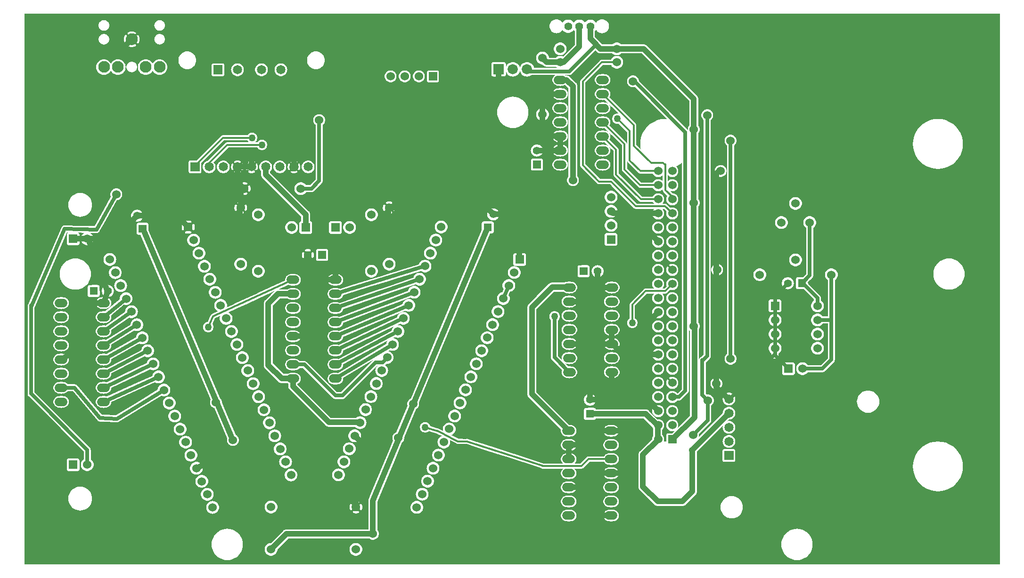
<source format=gbr>
G04 start of page 2 for group 0 idx 0 *
G04 Title: (unknown), top *
G04 Creator: pcb 20140316 *
G04 CreationDate: Sat 22 Apr 2017 04:45:52 AM GMT UTC *
G04 For: vince *
G04 Format: Gerber/RS-274X *
G04 PCB-Dimensions (mil): 6900.00 3900.00 *
G04 PCB-Coordinate-Origin: lower left *
%MOIN*%
%FSLAX25Y25*%
%LNTOP*%
%ADD36C,0.1000*%
%ADD35C,0.0472*%
%ADD34C,0.0420*%
%ADD33C,0.0315*%
%ADD32C,0.0591*%
%ADD31C,0.0285*%
%ADD30C,0.1181*%
%ADD29C,0.1083*%
%ADD28C,0.0380*%
%ADD27C,0.1285*%
%ADD26C,0.0280*%
%ADD25C,0.1260*%
%ADD24C,0.0300*%
%ADD23C,0.0200*%
%ADD22C,0.0350*%
%ADD21C,0.0500*%
%ADD20C,0.0827*%
%ADD19C,0.0720*%
%ADD18C,0.0551*%
%ADD17C,0.0650*%
%ADD16C,0.0550*%
%ADD15C,0.0600*%
%ADD14C,0.0250*%
%ADD13C,0.0120*%
%ADD12C,0.0400*%
%ADD11C,0.0001*%
G54D11*G36*
X219985Y127150D02*X220652Y127203D01*
X221302Y127359D01*
X221434Y127413D01*
X221485D01*
X222113Y127450D01*
X222725Y127597D01*
X223307Y127838D01*
X223843Y128167D01*
X224322Y128576D01*
X224731Y129055D01*
X225060Y129592D01*
X225301Y130174D01*
X225448Y130786D01*
X225497Y131413D01*
X225464Y131844D01*
X246504Y144469D01*
X223985Y121950D01*
X221015D01*
X219985Y122980D01*
Y127150D01*
G37*
G36*
Y137150D02*X220652Y137203D01*
X221302Y137359D01*
X221434Y137413D01*
X221485D01*
X222113Y137450D01*
X222725Y137597D01*
X223307Y137838D01*
X223843Y138167D01*
X224322Y138576D01*
X224731Y139055D01*
X225060Y139592D01*
X225301Y140174D01*
X225448Y140786D01*
X225497Y141413D01*
X225486Y141560D01*
X256609Y158085D01*
X256384Y157717D01*
X256113Y157063D01*
X255947Y156374D01*
X255904Y155824D01*
X221853Y135392D01*
X221485Y135413D01*
X221434D01*
X221302Y135468D01*
X220652Y135624D01*
X219985Y135676D01*
Y137150D01*
G37*
G36*
Y147150D02*X220652Y147203D01*
X221302Y147359D01*
X221434Y147413D01*
X221485D01*
X222113Y147450D01*
X222725Y147597D01*
X223307Y147838D01*
X223843Y148167D01*
X224322Y148576D01*
X224731Y149055D01*
X225060Y149592D01*
X225301Y150174D01*
X225448Y150786D01*
X225489Y151306D01*
X261088Y168138D01*
X261041Y168098D01*
X260581Y167560D01*
X260211Y166956D01*
X259940Y166302D01*
X259774Y165613D01*
X259750Y165300D01*
X222190Y145358D01*
X222113Y145376D01*
X221485Y145413D01*
X221434D01*
X221302Y145468D01*
X220652Y145624D01*
X219985Y145676D01*
Y147150D01*
G37*
G36*
X415455Y323999D02*X420354Y319100D01*
X420081Y319166D01*
X419500Y319211D01*
X418919Y319166D01*
X418353Y319030D01*
X417815Y318807D01*
X417318Y318503D01*
X416876Y318124D01*
X416497Y317682D01*
X416193Y317185D01*
X415970Y316647D01*
X415834Y316081D01*
X415789Y315500D01*
X415834Y314919D01*
X415970Y314353D01*
X416193Y313815D01*
X416497Y313318D01*
X416876Y312876D01*
X417318Y312497D01*
X417815Y312193D01*
X418353Y311970D01*
X418919Y311834D01*
X419500Y311789D01*
X420081Y311834D01*
X420516Y311939D01*
X426400Y306054D01*
Y286071D01*
X426394Y286000D01*
X426417Y285718D01*
X426483Y285442D01*
X426559Y285257D01*
X426591Y285180D01*
X426647Y285089D01*
X426739Y284939D01*
X426739Y284939D01*
X426923Y284723D01*
X426977Y284677D01*
X434424Y277230D01*
X434470Y277176D01*
X434685Y276993D01*
X434686Y276992D01*
X434927Y276844D01*
X435189Y276736D01*
X435464Y276670D01*
X435747Y276648D01*
X435817Y276653D01*
X444425D01*
X444482Y276518D01*
X444831Y275947D01*
X445266Y275439D01*
X445774Y275004D01*
X446345Y274655D01*
X446963Y274399D01*
X447613Y274243D01*
X448280Y274190D01*
X448947Y274243D01*
X449597Y274399D01*
X450215Y274655D01*
X450786Y275004D01*
X451294Y275439D01*
X451450Y275621D01*
Y271286D01*
X451294Y271468D01*
X450786Y271902D01*
X450215Y272252D01*
X449597Y272508D01*
X448947Y272664D01*
X448280Y272716D01*
X447613Y272664D01*
X446963Y272508D01*
X446345Y272252D01*
X445774Y271902D01*
X445266Y271468D01*
X444831Y270959D01*
X444482Y270389D01*
X444425Y270253D01*
X436292D01*
X426300Y280246D01*
Y297429D01*
X426306Y297500D01*
X426283Y297782D01*
X426217Y298058D01*
X426109Y298320D01*
X425961Y298561D01*
X425961Y298561D01*
X425777Y298777D01*
X425723Y298823D01*
X415455Y309090D01*
Y323999D01*
G37*
G36*
Y352722D02*X415808Y352308D01*
X416347Y351848D01*
X416951Y351478D01*
X417605Y351207D01*
X418294Y351042D01*
X419000Y350986D01*
X419706Y351042D01*
X420395Y351207D01*
X421049Y351478D01*
X421653Y351848D01*
X422192Y352308D01*
X422652Y352847D01*
X423022Y353451D01*
X423293Y354105D01*
X423458Y354794D01*
X423500Y355500D01*
X423458Y356206D01*
X423293Y356895D01*
X423022Y357549D01*
X422652Y358153D01*
X422192Y358692D01*
X421653Y359152D01*
X421049Y359522D01*
X420395Y359793D01*
X419706Y359958D01*
X419000Y360014D01*
X418294Y359958D01*
X417605Y359793D01*
X416951Y359522D01*
X416347Y359152D01*
X415808Y358692D01*
X415455Y358278D01*
Y361800D01*
X415818D01*
X416347Y361348D01*
X416951Y360978D01*
X417605Y360707D01*
X418294Y360542D01*
X419000Y360486D01*
X419706Y360542D01*
X420395Y360707D01*
X421049Y360978D01*
X421653Y361348D01*
X422182Y361800D01*
X436675D01*
X470300Y328175D01*
Y310720D01*
X470092Y310476D01*
X469746Y309913D01*
X469493Y309302D01*
X469339Y308659D01*
X469287Y308000D01*
X469315Y307648D01*
X469238Y307738D01*
X469164Y307800D01*
X434683Y342281D01*
X434661Y342659D01*
X434507Y343302D01*
X434254Y343913D01*
X433908Y344476D01*
X433479Y344979D01*
X432976Y345408D01*
X432413Y345754D01*
X431802Y346007D01*
X431159Y346161D01*
X430500Y346213D01*
X429841Y346161D01*
X429198Y346007D01*
X428587Y345754D01*
X428024Y345408D01*
X427521Y344979D01*
X427092Y344476D01*
X426746Y343913D01*
X426493Y343302D01*
X426339Y342659D01*
X426287Y342000D01*
X426339Y341341D01*
X426493Y340698D01*
X426746Y340087D01*
X427092Y339524D01*
X427521Y339021D01*
X428024Y338592D01*
X428587Y338246D01*
X429198Y337993D01*
X429841Y337839D01*
X430500Y337787D01*
X431159Y337839D01*
X431802Y337993D01*
X431972Y338064D01*
X454861Y315174D01*
X453280Y315298D01*
X450515Y315081D01*
X447818Y314433D01*
X445256Y313372D01*
X442892Y311923D01*
X440783Y310122D01*
X438982Y308014D01*
X437533Y305649D01*
X436472Y303087D01*
X435825Y300391D01*
X435607Y297626D01*
X435825Y294861D01*
X436027Y294019D01*
X432900Y297146D01*
Y310829D01*
X432906Y310900D01*
X432883Y311182D01*
X432817Y311458D01*
X432709Y311720D01*
X432561Y311961D01*
X432561Y311961D01*
X432377Y312177D01*
X432323Y312223D01*
X415455Y329090D01*
Y352722D01*
G37*
G36*
X434985Y256993D02*X434986Y256992D01*
X435135Y256901D01*
X435227Y256844D01*
X435304Y256813D01*
X435489Y256736D01*
X435764Y256670D01*
X436047Y256648D01*
X436117Y256653D01*
X444425D01*
X444482Y256518D01*
X444831Y255947D01*
X445266Y255439D01*
X445428Y255300D01*
X433246D01*
X416323Y272223D01*
X416277Y272277D01*
X416061Y272461D01*
X416061Y272461D01*
X415820Y272609D01*
X415558Y272717D01*
X415455Y272742D01*
Y293999D01*
X416700Y292754D01*
Y276071D01*
X416694Y276000D01*
X416717Y275718D01*
X416783Y275442D01*
X416859Y275257D01*
X416891Y275180D01*
X416947Y275089D01*
X417039Y274939D01*
X417039Y274939D01*
X417223Y274723D01*
X417277Y274677D01*
X434724Y257230D01*
X434770Y257176D01*
X434985Y256993D01*
G37*
G36*
X458273Y94190D02*X458280Y94190D01*
X458947Y94242D01*
X459597Y94399D01*
X460068Y94593D01*
X458273Y92799D01*
Y94190D01*
G37*
G36*
Y114190D02*X458280Y114190D01*
X458947Y114242D01*
X459597Y114399D01*
X460215Y114655D01*
X460786Y115004D01*
X461294Y115439D01*
X461729Y115947D01*
X461763Y116003D01*
X462857D01*
X462953Y115996D01*
X463337Y116026D01*
X463338Y116026D01*
X463713Y116116D01*
X464069Y116263D01*
X464398Y116465D01*
X464691Y116715D01*
X464754Y116789D01*
X469164Y121200D01*
X469238Y121262D01*
X469488Y121555D01*
X469488Y121555D01*
X469690Y121884D01*
X469837Y122241D01*
X469927Y122616D01*
X469958Y123000D01*
X469950Y123096D01*
Y166255D01*
X470092Y166024D01*
X470521Y165521D01*
X470800Y165283D01*
Y105325D01*
X462140Y96665D01*
X462334Y97136D01*
X462491Y97786D01*
X462530Y98453D01*
X462491Y99120D01*
X462334Y99770D01*
X462078Y100388D01*
X461729Y100959D01*
X461294Y101467D01*
X460786Y101902D01*
X460215Y102251D01*
X459597Y102507D01*
X458947Y102664D01*
X458280Y102716D01*
X458273Y102716D01*
Y104190D01*
X458280Y104190D01*
X458947Y104242D01*
X459597Y104399D01*
X460215Y104655D01*
X460786Y105004D01*
X461294Y105439D01*
X461729Y105947D01*
X462078Y106518D01*
X462334Y107136D01*
X462491Y107786D01*
X462530Y108453D01*
X462491Y109120D01*
X462334Y109770D01*
X462078Y110388D01*
X461729Y110959D01*
X461294Y111467D01*
X460786Y111902D01*
X460215Y112251D01*
X459597Y112507D01*
X458947Y112664D01*
X458280Y112716D01*
X458273Y112716D01*
Y114190D01*
G37*
G36*
Y244191D02*X458280Y244190D01*
X458947Y244243D01*
X459597Y244399D01*
X460215Y244655D01*
X460786Y245004D01*
X461294Y245439D01*
X461729Y245947D01*
X462078Y246518D01*
X462334Y247136D01*
X462491Y247786D01*
X462530Y248453D01*
X462491Y249120D01*
X462334Y249771D01*
X462078Y250389D01*
X461729Y250959D01*
X461294Y251468D01*
X460786Y251902D01*
X460215Y252252D01*
X459597Y252508D01*
X458947Y252664D01*
X458280Y252716D01*
X458273Y252716D01*
Y254191D01*
X458280Y254190D01*
X458947Y254243D01*
X459597Y254399D01*
X460215Y254655D01*
X460786Y255004D01*
X461294Y255439D01*
X461729Y255947D01*
X462078Y256518D01*
X462334Y257136D01*
X462491Y257786D01*
X462530Y258453D01*
X462491Y259120D01*
X462334Y259771D01*
X462078Y260389D01*
X461729Y260959D01*
X461294Y261468D01*
X460786Y261902D01*
X460215Y262252D01*
X459597Y262508D01*
X458947Y262664D01*
X458334Y262712D01*
X458273Y262772D01*
Y264191D01*
X458280Y264190D01*
X458947Y264243D01*
X459597Y264399D01*
X460215Y264655D01*
X460786Y265004D01*
X461294Y265439D01*
X461729Y265947D01*
X462078Y266518D01*
X462334Y267136D01*
X462491Y267786D01*
X462530Y268453D01*
X462491Y269120D01*
X462334Y269771D01*
X462078Y270389D01*
X461729Y270959D01*
X461294Y271468D01*
X460786Y271902D01*
X460215Y272252D01*
X459597Y272508D01*
X458947Y272664D01*
X458280Y272716D01*
X458273Y272716D01*
Y274191D01*
X458280Y274190D01*
X458947Y274243D01*
X459597Y274399D01*
X460215Y274655D01*
X460786Y275004D01*
X461294Y275439D01*
X461729Y275947D01*
X462078Y276518D01*
X462334Y277136D01*
X462491Y277786D01*
X462530Y278453D01*
X462491Y279120D01*
X462334Y279771D01*
X462078Y280389D01*
X461729Y280959D01*
X461294Y281468D01*
X460972Y281743D01*
X461303Y281880D01*
X463667Y283329D01*
X465050Y284510D01*
Y124015D01*
X461938Y120903D01*
X461763D01*
X461729Y120959D01*
X461294Y121467D01*
X460786Y121902D01*
X460215Y122251D01*
X459597Y122507D01*
X458947Y122664D01*
X458280Y122716D01*
X458273Y122716D01*
Y124190D01*
X458280Y124190D01*
X458947Y124242D01*
X459597Y124399D01*
X460215Y124655D01*
X460786Y125004D01*
X461294Y125439D01*
X461729Y125947D01*
X462078Y126518D01*
X462334Y127136D01*
X462491Y127786D01*
X462530Y128453D01*
X462491Y129120D01*
X462334Y129770D01*
X462078Y130388D01*
X461729Y130959D01*
X461294Y131467D01*
X460786Y131902D01*
X460215Y132251D01*
X459597Y132507D01*
X458947Y132664D01*
X458280Y132716D01*
X458273Y132716D01*
Y134190D01*
X458280Y134190D01*
X458947Y134242D01*
X459597Y134399D01*
X460215Y134655D01*
X460786Y135004D01*
X461294Y135439D01*
X461729Y135947D01*
X462078Y136518D01*
X462334Y137136D01*
X462491Y137786D01*
X462530Y138453D01*
X462491Y139120D01*
X462334Y139770D01*
X462078Y140388D01*
X461729Y140959D01*
X461294Y141467D01*
X460786Y141902D01*
X460215Y142251D01*
X459597Y142507D01*
X458947Y142664D01*
X458280Y142716D01*
X458273Y142716D01*
Y144190D01*
X458280Y144190D01*
X458947Y144242D01*
X459597Y144399D01*
X460215Y144655D01*
X460786Y145004D01*
X461294Y145439D01*
X461729Y145947D01*
X462078Y146518D01*
X462334Y147136D01*
X462491Y147786D01*
X462530Y148453D01*
X462491Y149120D01*
X462334Y149770D01*
X462078Y150388D01*
X461729Y150959D01*
X461294Y151467D01*
X460786Y151902D01*
X460215Y152251D01*
X459597Y152507D01*
X458947Y152664D01*
X458280Y152716D01*
X458273Y152716D01*
Y154191D01*
X458280Y154190D01*
X458947Y154243D01*
X459597Y154399D01*
X460215Y154655D01*
X460786Y155004D01*
X461294Y155439D01*
X461729Y155947D01*
X462078Y156518D01*
X462334Y157136D01*
X462491Y157786D01*
X462530Y158453D01*
X462491Y159120D01*
X462334Y159771D01*
X462078Y160389D01*
X461729Y160959D01*
X461294Y161468D01*
X460786Y161902D01*
X460215Y162252D01*
X459597Y162508D01*
X458947Y162664D01*
X458280Y162716D01*
X458273Y162716D01*
Y164191D01*
X458280Y164190D01*
X458947Y164243D01*
X459597Y164399D01*
X460215Y164655D01*
X460786Y165004D01*
X461294Y165439D01*
X461729Y165947D01*
X462078Y166518D01*
X462334Y167136D01*
X462491Y167786D01*
X462530Y168453D01*
X462491Y169120D01*
X462334Y169771D01*
X462078Y170389D01*
X461729Y170959D01*
X461294Y171468D01*
X460786Y171902D01*
X460215Y172252D01*
X459597Y172508D01*
X458947Y172664D01*
X458280Y172716D01*
X458273Y172716D01*
Y174191D01*
X458280Y174190D01*
X458947Y174243D01*
X459597Y174399D01*
X460215Y174655D01*
X460786Y175004D01*
X461294Y175439D01*
X461729Y175947D01*
X462078Y176518D01*
X462334Y177136D01*
X462491Y177786D01*
X462530Y178453D01*
X462491Y179120D01*
X462334Y179771D01*
X462078Y180389D01*
X461729Y180959D01*
X461294Y181468D01*
X460786Y181902D01*
X460215Y182252D01*
X459597Y182508D01*
X458947Y182664D01*
X458280Y182716D01*
X458273Y182716D01*
Y184191D01*
X458280Y184190D01*
X458947Y184243D01*
X459597Y184399D01*
X460215Y184655D01*
X460786Y185004D01*
X461294Y185439D01*
X461729Y185947D01*
X462078Y186518D01*
X462334Y187136D01*
X462491Y187786D01*
X462530Y188453D01*
X462491Y189120D01*
X462334Y189771D01*
X462078Y190389D01*
X461729Y190959D01*
X461294Y191468D01*
X460786Y191902D01*
X460215Y192252D01*
X459597Y192508D01*
X458947Y192664D01*
X458280Y192716D01*
X458273Y192716D01*
Y194191D01*
X458280Y194190D01*
X458947Y194243D01*
X459597Y194399D01*
X460215Y194655D01*
X460786Y195004D01*
X461294Y195439D01*
X461729Y195947D01*
X462078Y196518D01*
X462334Y197136D01*
X462491Y197786D01*
X462530Y198453D01*
X462491Y199120D01*
X462334Y199771D01*
X462078Y200389D01*
X461729Y200959D01*
X461294Y201468D01*
X460786Y201902D01*
X460215Y202252D01*
X459597Y202508D01*
X458947Y202664D01*
X458280Y202716D01*
X458273Y202716D01*
Y204191D01*
X458280Y204190D01*
X458947Y204243D01*
X459597Y204399D01*
X460215Y204655D01*
X460786Y205004D01*
X461294Y205439D01*
X461729Y205947D01*
X462078Y206518D01*
X462334Y207136D01*
X462491Y207786D01*
X462530Y208453D01*
X462491Y209120D01*
X462334Y209771D01*
X462078Y210389D01*
X461729Y210959D01*
X461294Y211468D01*
X460786Y211902D01*
X460215Y212252D01*
X459597Y212508D01*
X458947Y212664D01*
X458280Y212716D01*
X458273Y212716D01*
Y214191D01*
X458280Y214190D01*
X458947Y214243D01*
X459597Y214399D01*
X460215Y214655D01*
X460786Y215004D01*
X461294Y215439D01*
X461729Y215947D01*
X462078Y216518D01*
X462334Y217136D01*
X462491Y217786D01*
X462530Y218453D01*
X462491Y219120D01*
X462334Y219771D01*
X462078Y220389D01*
X461729Y220959D01*
X461294Y221468D01*
X460786Y221902D01*
X460215Y222252D01*
X459597Y222508D01*
X458947Y222664D01*
X458280Y222716D01*
X458273Y222716D01*
Y224191D01*
X458280Y224190D01*
X458947Y224243D01*
X459597Y224399D01*
X460215Y224655D01*
X460786Y225004D01*
X461294Y225439D01*
X461729Y225947D01*
X462078Y226518D01*
X462334Y227136D01*
X462491Y227786D01*
X462530Y228453D01*
X462491Y229120D01*
X462334Y229771D01*
X462078Y230389D01*
X461729Y230959D01*
X461294Y231468D01*
X460786Y231902D01*
X460215Y232252D01*
X459597Y232508D01*
X458947Y232664D01*
X458280Y232716D01*
X458273Y232716D01*
Y234191D01*
X458280Y234190D01*
X458947Y234243D01*
X459597Y234399D01*
X460215Y234655D01*
X460786Y235004D01*
X461294Y235439D01*
X461729Y235947D01*
X462078Y236518D01*
X462334Y237136D01*
X462491Y237786D01*
X462530Y238453D01*
X462491Y239120D01*
X462334Y239771D01*
X462078Y240389D01*
X461729Y240959D01*
X461294Y241468D01*
X460786Y241902D01*
X460215Y242252D01*
X459597Y242508D01*
X458947Y242664D01*
X458280Y242716D01*
X458273Y242716D01*
Y244191D01*
G37*
G36*
Y122716D02*X457613Y122664D01*
X456963Y122507D01*
X456345Y122251D01*
X455774Y121902D01*
X455266Y121467D01*
X454831Y120959D01*
X454482Y120388D01*
X454226Y119770D01*
X454069Y119120D01*
X454017Y118453D01*
X454069Y117786D01*
X454226Y117136D01*
X454482Y116518D01*
X454831Y115947D01*
X455266Y115439D01*
X455774Y115004D01*
X456345Y114655D01*
X456963Y114399D01*
X457613Y114242D01*
X458273Y114190D01*
Y112716D01*
X457613Y112664D01*
X456963Y112507D01*
X456345Y112251D01*
X455774Y111902D01*
X455266Y111467D01*
X454831Y110959D01*
X454482Y110388D01*
X454226Y109770D01*
X454069Y109120D01*
X454017Y108453D01*
X454069Y107786D01*
X454226Y107136D01*
X454482Y106518D01*
X454831Y105947D01*
X455266Y105439D01*
X455774Y105004D01*
X456345Y104655D01*
X456963Y104399D01*
X457613Y104242D01*
X458273Y104190D01*
Y102716D01*
X457613Y102664D01*
X456963Y102507D01*
X456345Y102251D01*
X455774Y101902D01*
X455266Y101467D01*
X454831Y100959D01*
X454482Y100388D01*
X454226Y99770D01*
X454069Y99120D01*
X454017Y98453D01*
X454069Y97786D01*
X454226Y97136D01*
X454482Y96518D01*
X454831Y95947D01*
X455266Y95439D01*
X455774Y95004D01*
X456345Y94655D01*
X456963Y94399D01*
X457613Y94242D01*
X458273Y94190D01*
Y92799D01*
X458172Y92697D01*
X455084Y92691D01*
X454893Y92645D01*
X454711Y92570D01*
X454543Y92467D01*
X454393Y92340D01*
X454266Y92190D01*
X454163Y92022D01*
X454088Y91840D01*
X454042Y91649D01*
X454030Y91453D01*
X454039Y86892D01*
X453280Y86952D01*
X452224Y86869D01*
X452334Y87136D01*
X452491Y87786D01*
X452530Y88453D01*
X452491Y89120D01*
X452334Y89770D01*
X452078Y90388D01*
X451729Y90959D01*
X451294Y91467D01*
X451113Y91622D01*
Y95284D01*
X451294Y95439D01*
X451729Y95947D01*
X452078Y96518D01*
X452334Y97136D01*
X452491Y97786D01*
X452530Y98453D01*
X452491Y99120D01*
X452334Y99770D01*
X452078Y100388D01*
X451729Y100959D01*
X451294Y101467D01*
X450786Y101902D01*
X450215Y102251D01*
X449597Y102507D01*
X448947Y102664D01*
X448280Y102716D01*
X448273Y102716D01*
Y104190D01*
X448280Y104190D01*
X448947Y104242D01*
X449597Y104399D01*
X450215Y104655D01*
X450786Y105004D01*
X451294Y105439D01*
X451729Y105947D01*
X452078Y106518D01*
X452334Y107136D01*
X452491Y107786D01*
X452530Y108453D01*
X452491Y109120D01*
X452334Y109770D01*
X452078Y110388D01*
X451729Y110959D01*
X451294Y111467D01*
X450786Y111902D01*
X450215Y112251D01*
X449597Y112507D01*
X448947Y112664D01*
X448280Y112716D01*
X448273Y112716D01*
Y114190D01*
X448280Y114190D01*
X448947Y114242D01*
X449597Y114399D01*
X450215Y114655D01*
X450786Y115004D01*
X451294Y115439D01*
X451729Y115947D01*
X452078Y116518D01*
X452334Y117136D01*
X452491Y117786D01*
X452530Y118453D01*
X452491Y119120D01*
X452334Y119770D01*
X452078Y120388D01*
X451729Y120959D01*
X451294Y121467D01*
X450786Y121902D01*
X450215Y122251D01*
X449597Y122507D01*
X448947Y122664D01*
X448280Y122716D01*
X448273Y122716D01*
Y124190D01*
X448280Y124190D01*
X448947Y124242D01*
X449597Y124399D01*
X450215Y124655D01*
X450786Y125004D01*
X451294Y125439D01*
X451729Y125947D01*
X452078Y126518D01*
X452334Y127136D01*
X452491Y127786D01*
X452530Y128453D01*
X452491Y129120D01*
X452334Y129770D01*
X452078Y130388D01*
X451729Y130959D01*
X451294Y131467D01*
X450786Y131902D01*
X450215Y132251D01*
X449597Y132507D01*
X448947Y132664D01*
X448280Y132716D01*
X448273Y132716D01*
Y134190D01*
X448280Y134190D01*
X448947Y134242D01*
X449597Y134399D01*
X450215Y134655D01*
X450786Y135004D01*
X451294Y135439D01*
X451729Y135947D01*
X452078Y136518D01*
X452334Y137136D01*
X452491Y137786D01*
X452530Y138453D01*
X452491Y139120D01*
X452334Y139770D01*
X452078Y140388D01*
X451729Y140959D01*
X451294Y141467D01*
X450786Y141902D01*
X450215Y142251D01*
X449597Y142507D01*
X448947Y142664D01*
X448280Y142716D01*
X448273Y142716D01*
Y144190D01*
X448280Y144190D01*
X448947Y144242D01*
X449597Y144399D01*
X450215Y144655D01*
X450786Y145004D01*
X451294Y145439D01*
X451729Y145947D01*
X452078Y146518D01*
X452334Y147136D01*
X452491Y147786D01*
X452530Y148453D01*
X452491Y149120D01*
X452334Y149770D01*
X452078Y150388D01*
X451729Y150959D01*
X451294Y151467D01*
X450786Y151902D01*
X450215Y152251D01*
X449597Y152507D01*
X448947Y152664D01*
X448280Y152716D01*
X448273Y152716D01*
Y154191D01*
X448280Y154190D01*
X448947Y154243D01*
X449597Y154399D01*
X450215Y154655D01*
X450786Y155004D01*
X451294Y155439D01*
X451729Y155947D01*
X452078Y156518D01*
X452334Y157136D01*
X452491Y157786D01*
X452530Y158453D01*
X452491Y159120D01*
X452334Y159771D01*
X452078Y160389D01*
X451729Y160959D01*
X451294Y161468D01*
X450786Y161902D01*
X450215Y162252D01*
X449597Y162508D01*
X448947Y162664D01*
X448280Y162716D01*
X448273Y162716D01*
Y164191D01*
X448280Y164190D01*
X448947Y164243D01*
X449597Y164399D01*
X450215Y164655D01*
X450786Y165004D01*
X451294Y165439D01*
X451729Y165947D01*
X452078Y166518D01*
X452334Y167136D01*
X452491Y167786D01*
X452530Y168453D01*
X452491Y169120D01*
X452334Y169771D01*
X452078Y170389D01*
X451729Y170959D01*
X451294Y171468D01*
X450786Y171902D01*
X450215Y172252D01*
X449597Y172508D01*
X448947Y172664D01*
X448280Y172716D01*
X448273Y172716D01*
Y174191D01*
X448280Y174190D01*
X448947Y174243D01*
X449597Y174399D01*
X450215Y174655D01*
X450786Y175004D01*
X451294Y175439D01*
X451729Y175947D01*
X452078Y176518D01*
X452334Y177136D01*
X452491Y177786D01*
X452530Y178453D01*
X452491Y179120D01*
X452334Y179771D01*
X452078Y180389D01*
X451729Y180959D01*
X451294Y181468D01*
X450786Y181902D01*
X450215Y182252D01*
X449597Y182508D01*
X448947Y182664D01*
X448280Y182716D01*
X448273Y182716D01*
Y184191D01*
X448280Y184190D01*
X448947Y184243D01*
X449597Y184399D01*
X450215Y184655D01*
X450786Y185004D01*
X451294Y185439D01*
X451729Y185947D01*
X452078Y186518D01*
X452334Y187136D01*
X452491Y187786D01*
X452530Y188453D01*
X452491Y189120D01*
X452334Y189771D01*
X452078Y190389D01*
X451729Y190959D01*
X451294Y191468D01*
X451022Y191700D01*
X453256D01*
X453327Y191694D01*
X453609Y191717D01*
X453609Y191717D01*
X453885Y191783D01*
X454146Y191891D01*
X454388Y192039D01*
X454603Y192223D01*
X454650Y192277D01*
X456827Y194455D01*
X456963Y194399D01*
X457613Y194243D01*
X458273Y194191D01*
Y192716D01*
X457613Y192664D01*
X456963Y192508D01*
X456345Y192252D01*
X455774Y191902D01*
X455266Y191468D01*
X454831Y190959D01*
X454482Y190389D01*
X454226Y189771D01*
X454069Y189120D01*
X454017Y188453D01*
X454069Y187786D01*
X454226Y187136D01*
X454482Y186518D01*
X454831Y185947D01*
X455266Y185439D01*
X455774Y185004D01*
X456345Y184655D01*
X456963Y184399D01*
X457613Y184243D01*
X458273Y184191D01*
Y182716D01*
X457613Y182664D01*
X456963Y182508D01*
X456345Y182252D01*
X455774Y181902D01*
X455266Y181468D01*
X454831Y180959D01*
X454482Y180389D01*
X454226Y179771D01*
X454069Y179120D01*
X454017Y178453D01*
X454069Y177786D01*
X454226Y177136D01*
X454482Y176518D01*
X454831Y175947D01*
X455266Y175439D01*
X455774Y175004D01*
X456345Y174655D01*
X456963Y174399D01*
X457613Y174243D01*
X458273Y174191D01*
Y172716D01*
X457613Y172664D01*
X456963Y172508D01*
X456345Y172252D01*
X455774Y171902D01*
X455266Y171468D01*
X454831Y170959D01*
X454482Y170389D01*
X454226Y169771D01*
X454069Y169120D01*
X454017Y168453D01*
X454069Y167786D01*
X454226Y167136D01*
X454482Y166518D01*
X454831Y165947D01*
X455266Y165439D01*
X455774Y165004D01*
X456345Y164655D01*
X456963Y164399D01*
X457613Y164243D01*
X458273Y164191D01*
Y162716D01*
X457613Y162664D01*
X456963Y162508D01*
X456345Y162252D01*
X455774Y161902D01*
X455266Y161468D01*
X454831Y160959D01*
X454482Y160389D01*
X454226Y159771D01*
X454069Y159120D01*
X454017Y158453D01*
X454069Y157786D01*
X454226Y157136D01*
X454482Y156518D01*
X454831Y155947D01*
X455266Y155439D01*
X455774Y155004D01*
X456345Y154655D01*
X456963Y154399D01*
X457613Y154243D01*
X458273Y154191D01*
Y152716D01*
X457613Y152664D01*
X456963Y152507D01*
X456345Y152251D01*
X455774Y151902D01*
X455266Y151467D01*
X454831Y150959D01*
X454482Y150388D01*
X454226Y149770D01*
X454069Y149120D01*
X454017Y148453D01*
X454069Y147786D01*
X454226Y147136D01*
X454482Y146518D01*
X454831Y145947D01*
X455266Y145439D01*
X455774Y145004D01*
X456345Y144655D01*
X456963Y144399D01*
X457613Y144242D01*
X458273Y144190D01*
Y142716D01*
X457613Y142664D01*
X456963Y142507D01*
X456345Y142251D01*
X455774Y141902D01*
X455266Y141467D01*
X454831Y140959D01*
X454482Y140388D01*
X454226Y139770D01*
X454069Y139120D01*
X454017Y138453D01*
X454069Y137786D01*
X454226Y137136D01*
X454482Y136518D01*
X454831Y135947D01*
X455266Y135439D01*
X455774Y135004D01*
X456345Y134655D01*
X456963Y134399D01*
X457613Y134242D01*
X458273Y134190D01*
Y132716D01*
X457613Y132664D01*
X456963Y132507D01*
X456345Y132251D01*
X455774Y131902D01*
X455266Y131467D01*
X454831Y130959D01*
X454482Y130388D01*
X454226Y129770D01*
X454069Y129120D01*
X454017Y128453D01*
X454069Y127786D01*
X454226Y127136D01*
X454482Y126518D01*
X454831Y125947D01*
X455266Y125439D01*
X455774Y125004D01*
X456345Y124655D01*
X456963Y124399D01*
X457613Y124242D01*
X458273Y124190D01*
Y122716D01*
G37*
G36*
Y272716D02*X457613Y272664D01*
X456963Y272508D01*
X456345Y272252D01*
X455774Y271902D01*
X455266Y271468D01*
X455050Y271215D01*
Y275691D01*
X455266Y275439D01*
X455774Y275004D01*
X456345Y274655D01*
X456963Y274399D01*
X457613Y274243D01*
X458273Y274191D01*
Y272716D01*
G37*
G36*
Y262772D02*X456424Y264622D01*
X456963Y264399D01*
X457613Y264243D01*
X458273Y264191D01*
Y262772D01*
G37*
G36*
Y252716D02*X457613Y252664D01*
X456963Y252508D01*
X456827Y252452D01*
X454556Y254723D01*
X454510Y254777D01*
X454294Y254961D01*
X454053Y255109D01*
X453791Y255217D01*
X453516Y255283D01*
X453515Y255283D01*
X453233Y255306D01*
X453163Y255300D01*
X451132D01*
X451294Y255439D01*
X451729Y255947D01*
X452078Y256518D01*
X452334Y257136D01*
X452491Y257786D01*
X452530Y258453D01*
X452491Y259120D01*
X452334Y259771D01*
X452078Y260389D01*
X451729Y260959D01*
X451294Y261468D01*
X450786Y261902D01*
X450215Y262252D01*
X449597Y262508D01*
X448947Y262664D01*
X448280Y262716D01*
X448273Y262716D01*
Y264191D01*
X448280Y264190D01*
X448947Y264243D01*
X449597Y264399D01*
X450215Y264655D01*
X450786Y265004D01*
X451294Y265439D01*
X451450Y265621D01*
Y265250D01*
X451467Y264968D01*
X451533Y264692D01*
X451641Y264430D01*
X451789Y264189D01*
X451973Y263973D01*
X452120Y263848D01*
X452227Y263727D01*
X454907Y261048D01*
X454831Y260959D01*
X454482Y260389D01*
X454226Y259771D01*
X454069Y259120D01*
X454017Y258453D01*
X454069Y257786D01*
X454226Y257136D01*
X454482Y256518D01*
X454831Y255947D01*
X455266Y255439D01*
X455774Y255004D01*
X456345Y254655D01*
X456963Y254399D01*
X457613Y254243D01*
X458273Y254191D01*
Y252716D01*
G37*
G36*
X448273Y244191D02*X448280Y244190D01*
X448947Y244243D01*
X449597Y244399D01*
X450215Y244655D01*
X450786Y245004D01*
X451294Y245439D01*
X451729Y245947D01*
X452078Y246518D01*
X452334Y247136D01*
X452491Y247786D01*
X452530Y248453D01*
X452491Y249120D01*
X452334Y249771D01*
X452078Y250389D01*
X451729Y250959D01*
X451294Y251468D01*
X451022Y251700D01*
X452487D01*
X454282Y249906D01*
X454226Y249771D01*
X454069Y249120D01*
X454017Y248453D01*
X454069Y247786D01*
X454226Y247136D01*
X454482Y246518D01*
X454831Y245947D01*
X455266Y245439D01*
X455774Y245004D01*
X456345Y244655D01*
X456963Y244399D01*
X457613Y244243D01*
X458273Y244191D01*
Y242716D01*
X457613Y242664D01*
X456963Y242508D01*
X456345Y242252D01*
X455774Y241902D01*
X455266Y241468D01*
X454831Y240959D01*
X454482Y240389D01*
X454226Y239771D01*
X454069Y239120D01*
X454017Y238453D01*
X454069Y237786D01*
X454226Y237136D01*
X454482Y236518D01*
X454831Y235947D01*
X455266Y235439D01*
X455774Y235004D01*
X456345Y234655D01*
X456963Y234399D01*
X457613Y234243D01*
X458273Y234191D01*
Y232716D01*
X457613Y232664D01*
X456963Y232508D01*
X456345Y232252D01*
X455774Y231902D01*
X455266Y231468D01*
X454831Y230959D01*
X454482Y230389D01*
X454226Y229771D01*
X454069Y229120D01*
X454017Y228453D01*
X454069Y227786D01*
X454226Y227136D01*
X454482Y226518D01*
X454831Y225947D01*
X455266Y225439D01*
X455774Y225004D01*
X456345Y224655D01*
X456963Y224399D01*
X457613Y224243D01*
X458273Y224191D01*
Y222716D01*
X457613Y222664D01*
X456963Y222508D01*
X456345Y222252D01*
X455774Y221902D01*
X455266Y221468D01*
X454831Y220959D01*
X454482Y220389D01*
X454226Y219771D01*
X454069Y219120D01*
X454017Y218453D01*
X454069Y217786D01*
X454226Y217136D01*
X454482Y216518D01*
X454831Y215947D01*
X455266Y215439D01*
X455774Y215004D01*
X456345Y214655D01*
X456963Y214399D01*
X457613Y214243D01*
X458273Y214191D01*
Y212716D01*
X457613Y212664D01*
X456963Y212508D01*
X456345Y212252D01*
X455774Y211902D01*
X455266Y211468D01*
X454831Y210959D01*
X454482Y210389D01*
X454226Y209771D01*
X454069Y209120D01*
X454017Y208453D01*
X454069Y207786D01*
X454226Y207136D01*
X454482Y206518D01*
X454831Y205947D01*
X455266Y205439D01*
X455774Y205004D01*
X456345Y204655D01*
X456963Y204399D01*
X457613Y204243D01*
X458273Y204191D01*
Y202716D01*
X457613Y202664D01*
X456963Y202508D01*
X456345Y202252D01*
X455774Y201902D01*
X455266Y201468D01*
X454831Y200959D01*
X454482Y200389D01*
X454226Y199771D01*
X454069Y199120D01*
X454017Y198453D01*
X454069Y197786D01*
X454226Y197136D01*
X454282Y197000D01*
X452581Y195300D01*
X451132D01*
X451294Y195439D01*
X451729Y195947D01*
X452078Y196518D01*
X452334Y197136D01*
X452491Y197786D01*
X452530Y198453D01*
X452491Y199120D01*
X452334Y199771D01*
X452078Y200389D01*
X451729Y200959D01*
X451294Y201468D01*
X450786Y201902D01*
X450215Y202252D01*
X449597Y202508D01*
X448947Y202664D01*
X448280Y202716D01*
X448273Y202716D01*
Y204191D01*
X448280Y204190D01*
X448947Y204243D01*
X449597Y204399D01*
X450215Y204655D01*
X450786Y205004D01*
X451294Y205439D01*
X451729Y205947D01*
X452078Y206518D01*
X452334Y207136D01*
X452491Y207786D01*
X452530Y208453D01*
X452491Y209120D01*
X452334Y209771D01*
X452078Y210389D01*
X451729Y210959D01*
X451294Y211468D01*
X450786Y211902D01*
X450215Y212252D01*
X449597Y212508D01*
X448947Y212664D01*
X448280Y212716D01*
X448273Y212716D01*
Y214191D01*
X448280Y214190D01*
X448947Y214243D01*
X449597Y214399D01*
X450215Y214655D01*
X450786Y215004D01*
X451294Y215439D01*
X451729Y215947D01*
X452078Y216518D01*
X452334Y217136D01*
X452491Y217786D01*
X452530Y218453D01*
X452491Y219120D01*
X452334Y219771D01*
X452078Y220389D01*
X451729Y220959D01*
X451294Y221468D01*
X450786Y221902D01*
X450215Y222252D01*
X449597Y222508D01*
X448947Y222664D01*
X448280Y222716D01*
X448273Y222716D01*
Y224191D01*
X448280Y224190D01*
X448947Y224243D01*
X449597Y224399D01*
X450215Y224655D01*
X450786Y225004D01*
X451294Y225439D01*
X451729Y225947D01*
X452078Y226518D01*
X452334Y227136D01*
X452491Y227786D01*
X452530Y228453D01*
X452491Y229120D01*
X452334Y229771D01*
X452078Y230389D01*
X451729Y230959D01*
X451294Y231468D01*
X450786Y231902D01*
X450215Y232252D01*
X449597Y232508D01*
X448947Y232664D01*
X448280Y232716D01*
X448273Y232716D01*
Y234191D01*
X448280Y234190D01*
X448947Y234243D01*
X449597Y234399D01*
X450215Y234655D01*
X450786Y235004D01*
X451294Y235439D01*
X451729Y235947D01*
X452078Y236518D01*
X452334Y237136D01*
X452491Y237786D01*
X452530Y238453D01*
X452491Y239120D01*
X452334Y239771D01*
X452078Y240389D01*
X451729Y240959D01*
X451294Y241468D01*
X450786Y241902D01*
X450215Y242252D01*
X449597Y242508D01*
X448947Y242664D01*
X448280Y242716D01*
X448273Y242716D01*
Y244191D01*
G37*
G36*
Y262716D02*X447613Y262664D01*
X446963Y262508D01*
X446345Y262252D01*
X445774Y261902D01*
X445266Y261468D01*
X444831Y260959D01*
X444482Y260389D01*
X444425Y260253D01*
X436792D01*
X420300Y276746D01*
Y293429D01*
X420306Y293500D01*
X420283Y293782D01*
X420283Y293782D01*
X420217Y294058D01*
X420109Y294320D01*
X419961Y294561D01*
X419777Y294777D01*
X419723Y294823D01*
X415455Y299090D01*
Y303999D01*
X422700Y296754D01*
Y279571D01*
X422694Y279500D01*
X422717Y279218D01*
X422783Y278942D01*
X422891Y278680D01*
X423039Y278439D01*
X423039Y278439D01*
X423223Y278223D01*
X423277Y278177D01*
X434224Y267230D01*
X434270Y267176D01*
X434485Y266993D01*
X434486Y266992D01*
X434635Y266901D01*
X434727Y266844D01*
X434804Y266813D01*
X434989Y266736D01*
X435264Y266670D01*
X435547Y266648D01*
X435617Y266653D01*
X444425D01*
X444482Y266518D01*
X444831Y265947D01*
X445266Y265439D01*
X445774Y265004D01*
X446345Y264655D01*
X446963Y264399D01*
X447613Y264243D01*
X448273Y264191D01*
Y262716D01*
G37*
G36*
X415455Y151737D02*X416122Y151789D01*
X416772Y151946D01*
X416904Y152000D01*
X416955D01*
X417583Y152037D01*
X418195Y152184D01*
X418777Y152425D01*
X419314Y152754D01*
X419792Y153163D01*
X420201Y153642D01*
X420530Y154178D01*
X420771Y154760D01*
X420918Y155372D01*
X420967Y156000D01*
X420918Y156628D01*
X420771Y157240D01*
X420530Y157822D01*
X420201Y158358D01*
X419792Y158837D01*
X419314Y159246D01*
X418777Y159575D01*
X418195Y159816D01*
X417583Y159963D01*
X416955Y160000D01*
X416904D01*
X416772Y160054D01*
X416122Y160211D01*
X415455Y160263D01*
Y161737D01*
X416122Y161789D01*
X416772Y161946D01*
X416904Y162000D01*
X416955D01*
X417583Y162037D01*
X418195Y162184D01*
X418777Y162425D01*
X419314Y162754D01*
X419792Y163163D01*
X420201Y163642D01*
X420530Y164178D01*
X420771Y164760D01*
X420918Y165372D01*
X420967Y166000D01*
X420918Y166628D01*
X420771Y167240D01*
X420530Y167822D01*
X420201Y168358D01*
X419792Y168837D01*
X419314Y169246D01*
X418777Y169575D01*
X418195Y169816D01*
X417583Y169963D01*
X416955Y170000D01*
X416904D01*
X416772Y170054D01*
X416122Y170211D01*
X415455Y170263D01*
Y171737D01*
X416122Y171789D01*
X416772Y171946D01*
X416904Y172000D01*
X416955D01*
X417583Y172037D01*
X418195Y172184D01*
X418777Y172425D01*
X419314Y172754D01*
X419792Y173163D01*
X420201Y173642D01*
X420530Y174178D01*
X420771Y174760D01*
X420918Y175372D01*
X420967Y176000D01*
X420918Y176628D01*
X420771Y177240D01*
X420530Y177822D01*
X420201Y178358D01*
X419792Y178837D01*
X419314Y179246D01*
X418777Y179575D01*
X418195Y179816D01*
X417583Y179963D01*
X416955Y180000D01*
X416904D01*
X416772Y180054D01*
X416122Y180211D01*
X415455Y180263D01*
Y181737D01*
X416122Y181789D01*
X416772Y181946D01*
X416904Y182000D01*
X416955D01*
X417583Y182037D01*
X418195Y182184D01*
X418777Y182425D01*
X419314Y182754D01*
X419792Y183163D01*
X420201Y183642D01*
X420530Y184178D01*
X420771Y184760D01*
X420918Y185372D01*
X420967Y186000D01*
X420918Y186628D01*
X420771Y187240D01*
X420530Y187822D01*
X420201Y188358D01*
X419792Y188837D01*
X419314Y189246D01*
X418777Y189575D01*
X418195Y189816D01*
X417583Y189963D01*
X416955Y190000D01*
X416904D01*
X416772Y190054D01*
X416122Y190211D01*
X415455Y190263D01*
Y191737D01*
X416122Y191789D01*
X416772Y191946D01*
X416904Y192000D01*
X416955D01*
X417583Y192037D01*
X418195Y192184D01*
X418777Y192425D01*
X419314Y192754D01*
X419792Y193163D01*
X420201Y193642D01*
X420530Y194178D01*
X420771Y194760D01*
X420918Y195372D01*
X420967Y196000D01*
X420918Y196628D01*
X420771Y197240D01*
X420530Y197822D01*
X420201Y198358D01*
X419792Y198837D01*
X419314Y199246D01*
X418777Y199575D01*
X418195Y199816D01*
X417583Y199963D01*
X416955Y200000D01*
X416904D01*
X416772Y200054D01*
X416122Y200211D01*
X415455Y200263D01*
Y225508D01*
X418235Y225514D01*
X418465Y225569D01*
X418683Y225659D01*
X418884Y225783D01*
X419064Y225936D01*
X419217Y226116D01*
X419341Y226317D01*
X419431Y226535D01*
X419486Y226765D01*
X419500Y227000D01*
X419486Y233235D01*
X419431Y233465D01*
X419341Y233683D01*
X419217Y233884D01*
X419064Y234064D01*
X418884Y234217D01*
X418683Y234341D01*
X418465Y234431D01*
X418235Y234486D01*
X418000Y234500D01*
X415455Y234494D01*
Y235522D01*
X415706Y235542D01*
X416395Y235707D01*
X417049Y235978D01*
X417653Y236348D01*
X418192Y236808D01*
X418652Y237347D01*
X419022Y237951D01*
X419293Y238605D01*
X419458Y239294D01*
X419500Y240000D01*
X419458Y240706D01*
X419293Y241395D01*
X419022Y242049D01*
X418652Y242653D01*
X418192Y243192D01*
X417653Y243652D01*
X417049Y244022D01*
X416395Y244293D01*
X415706Y244458D01*
X415455Y244478D01*
Y245522D01*
X415706Y245542D01*
X416395Y245707D01*
X417049Y245978D01*
X417653Y246348D01*
X418192Y246808D01*
X418652Y247347D01*
X419022Y247951D01*
X419293Y248605D01*
X419458Y249294D01*
X419500Y250000D01*
X419458Y250706D01*
X419293Y251395D01*
X419022Y252049D01*
X418652Y252653D01*
X418192Y253192D01*
X417653Y253652D01*
X417049Y254022D01*
X416395Y254293D01*
X415706Y254458D01*
X415455Y254478D01*
Y255522D01*
X415706Y255542D01*
X416395Y255707D01*
X417049Y255978D01*
X417653Y256348D01*
X418192Y256808D01*
X418652Y257347D01*
X419022Y257951D01*
X419293Y258605D01*
X419458Y259294D01*
X419500Y260000D01*
X419458Y260706D01*
X419293Y261395D01*
X419022Y262049D01*
X418652Y262653D01*
X418192Y263192D01*
X417653Y263652D01*
X417049Y264022D01*
X416395Y264293D01*
X415706Y264458D01*
X415455Y264478D01*
Y267999D01*
X431177Y252277D01*
X431223Y252223D01*
X431439Y252039D01*
X431439Y252039D01*
X431589Y251947D01*
X431680Y251891D01*
X431757Y251859D01*
X431942Y251783D01*
X432218Y251717D01*
X432500Y251694D01*
X432571Y251700D01*
X445538D01*
X445266Y251468D01*
X444831Y250959D01*
X444482Y250389D01*
X444226Y249771D01*
X444069Y249120D01*
X444017Y248453D01*
X444069Y247786D01*
X444226Y247136D01*
X444482Y246518D01*
X444831Y245947D01*
X445266Y245439D01*
X445774Y245004D01*
X446345Y244655D01*
X446963Y244399D01*
X447613Y244243D01*
X448273Y244191D01*
Y242716D01*
X447613Y242664D01*
X446963Y242508D01*
X446345Y242252D01*
X445774Y241902D01*
X445266Y241468D01*
X444831Y240959D01*
X444482Y240389D01*
X444226Y239771D01*
X444069Y239120D01*
X444017Y238453D01*
X444069Y237786D01*
X444226Y237136D01*
X444482Y236518D01*
X444831Y235947D01*
X445266Y235439D01*
X445774Y235004D01*
X446345Y234655D01*
X446963Y234399D01*
X447613Y234243D01*
X448273Y234191D01*
Y232716D01*
X447613Y232664D01*
X446963Y232508D01*
X446345Y232252D01*
X445774Y231902D01*
X445266Y231468D01*
X444831Y230959D01*
X444482Y230389D01*
X444226Y229771D01*
X444069Y229120D01*
X444017Y228453D01*
X444069Y227786D01*
X444226Y227136D01*
X444482Y226518D01*
X444831Y225947D01*
X445266Y225439D01*
X445774Y225004D01*
X446345Y224655D01*
X446963Y224399D01*
X447613Y224243D01*
X448273Y224191D01*
Y222716D01*
X447613Y222664D01*
X446963Y222508D01*
X446345Y222252D01*
X445774Y221902D01*
X445266Y221468D01*
X444831Y220959D01*
X444482Y220389D01*
X444226Y219771D01*
X444069Y219120D01*
X444017Y218453D01*
X444069Y217786D01*
X444226Y217136D01*
X444482Y216518D01*
X444831Y215947D01*
X445266Y215439D01*
X445774Y215004D01*
X446345Y214655D01*
X446963Y214399D01*
X447613Y214243D01*
X448273Y214191D01*
Y212716D01*
X447613Y212664D01*
X446963Y212508D01*
X446345Y212252D01*
X445774Y211902D01*
X445266Y211468D01*
X444831Y210959D01*
X444482Y210389D01*
X444226Y209771D01*
X444069Y209120D01*
X444017Y208453D01*
X444069Y207786D01*
X444226Y207136D01*
X444482Y206518D01*
X444831Y205947D01*
X445266Y205439D01*
X445774Y205004D01*
X446345Y204655D01*
X446963Y204399D01*
X447613Y204243D01*
X448273Y204191D01*
Y202716D01*
X447613Y202664D01*
X446963Y202508D01*
X446345Y202252D01*
X445774Y201902D01*
X445266Y201468D01*
X444831Y200959D01*
X444482Y200389D01*
X444226Y199771D01*
X444069Y199120D01*
X444017Y198453D01*
X444069Y197786D01*
X444226Y197136D01*
X444482Y196518D01*
X444831Y195947D01*
X445266Y195439D01*
X445428Y195300D01*
X439571D01*
X439500Y195306D01*
X439218Y195283D01*
X438942Y195217D01*
X438680Y195109D01*
X438439Y194961D01*
X438439Y194961D01*
X438223Y194777D01*
X438177Y194723D01*
X428777Y185323D01*
X428723Y185277D01*
X428539Y185061D01*
X428391Y184820D01*
X428283Y184558D01*
X428217Y184282D01*
X428194Y184000D01*
X428200Y183929D01*
Y174236D01*
X427818Y174003D01*
X427376Y173624D01*
X426997Y173182D01*
X426693Y172685D01*
X426470Y172147D01*
X426334Y171581D01*
X426289Y171000D01*
X426334Y170419D01*
X426470Y169853D01*
X426693Y169315D01*
X426997Y168818D01*
X427376Y168376D01*
X427818Y167997D01*
X428315Y167693D01*
X428853Y167470D01*
X429419Y167334D01*
X430000Y167289D01*
X430581Y167334D01*
X431147Y167470D01*
X431685Y167693D01*
X432182Y167997D01*
X432624Y168376D01*
X433003Y168818D01*
X433307Y169315D01*
X433530Y169853D01*
X433666Y170419D01*
X433700Y171000D01*
X433666Y171581D01*
X433530Y172147D01*
X433307Y172685D01*
X433003Y173182D01*
X432624Y173624D01*
X432182Y174003D01*
X431800Y174236D01*
Y183254D01*
X440246Y191700D01*
X445538D01*
X445266Y191468D01*
X444831Y190959D01*
X444482Y190389D01*
X444226Y189771D01*
X444069Y189120D01*
X444017Y188453D01*
X444069Y187786D01*
X444226Y187136D01*
X444482Y186518D01*
X444831Y185947D01*
X445266Y185439D01*
X445774Y185004D01*
X446345Y184655D01*
X446963Y184399D01*
X447613Y184243D01*
X448273Y184191D01*
Y182716D01*
X447613Y182664D01*
X446963Y182508D01*
X446345Y182252D01*
X445774Y181902D01*
X445266Y181468D01*
X444831Y180959D01*
X444482Y180389D01*
X444226Y179771D01*
X444069Y179120D01*
X444017Y178453D01*
X444069Y177786D01*
X444226Y177136D01*
X444482Y176518D01*
X444831Y175947D01*
X445266Y175439D01*
X445774Y175004D01*
X446345Y174655D01*
X446963Y174399D01*
X447613Y174243D01*
X448273Y174191D01*
Y172716D01*
X447613Y172664D01*
X446963Y172508D01*
X446345Y172252D01*
X445774Y171902D01*
X445266Y171468D01*
X444831Y170959D01*
X444482Y170389D01*
X444226Y169771D01*
X444069Y169120D01*
X444017Y168453D01*
X444069Y167786D01*
X444226Y167136D01*
X444482Y166518D01*
X444831Y165947D01*
X445266Y165439D01*
X445774Y165004D01*
X446345Y164655D01*
X446963Y164399D01*
X447613Y164243D01*
X448273Y164191D01*
Y162716D01*
X447613Y162664D01*
X446963Y162508D01*
X446345Y162252D01*
X445774Y161902D01*
X445266Y161468D01*
X444831Y160959D01*
X444482Y160389D01*
X444226Y159771D01*
X444069Y159120D01*
X444017Y158453D01*
X444069Y157786D01*
X444226Y157136D01*
X444482Y156518D01*
X444831Y155947D01*
X445266Y155439D01*
X445774Y155004D01*
X446345Y154655D01*
X446963Y154399D01*
X447613Y154243D01*
X448273Y154191D01*
Y152716D01*
X447613Y152664D01*
X446963Y152507D01*
X446345Y152251D01*
X445774Y151902D01*
X445266Y151467D01*
X444831Y150959D01*
X444482Y150388D01*
X444226Y149770D01*
X444069Y149120D01*
X444017Y148453D01*
X444069Y147786D01*
X444226Y147136D01*
X444482Y146518D01*
X444831Y145947D01*
X445266Y145439D01*
X445774Y145004D01*
X446345Y144655D01*
X446963Y144399D01*
X447613Y144242D01*
X448273Y144190D01*
Y142716D01*
X447613Y142664D01*
X446963Y142507D01*
X446345Y142251D01*
X445774Y141902D01*
X445266Y141467D01*
X444831Y140959D01*
X444482Y140388D01*
X444226Y139770D01*
X444069Y139120D01*
X444017Y138453D01*
X444069Y137786D01*
X444226Y137136D01*
X444482Y136518D01*
X444831Y135947D01*
X445266Y135439D01*
X445774Y135004D01*
X446345Y134655D01*
X446963Y134399D01*
X447613Y134242D01*
X448273Y134190D01*
Y132716D01*
X447613Y132664D01*
X446963Y132507D01*
X446345Y132251D01*
X445774Y131902D01*
X445266Y131467D01*
X444831Y130959D01*
X444482Y130388D01*
X444226Y129770D01*
X444069Y129120D01*
X444017Y128453D01*
X444069Y127786D01*
X444226Y127136D01*
X444482Y126518D01*
X444831Y125947D01*
X445266Y125439D01*
X445774Y125004D01*
X446345Y124655D01*
X446963Y124399D01*
X447613Y124242D01*
X448273Y124190D01*
Y122716D01*
X447613Y122664D01*
X446963Y122507D01*
X446345Y122251D01*
X445774Y121902D01*
X445266Y121467D01*
X444831Y120959D01*
X444482Y120388D01*
X444226Y119770D01*
X444069Y119120D01*
X444017Y118453D01*
X444069Y117786D01*
X444226Y117136D01*
X444482Y116518D01*
X444831Y115947D01*
X445266Y115439D01*
X445774Y115004D01*
X446345Y114655D01*
X446963Y114399D01*
X447613Y114242D01*
X448273Y114190D01*
Y112716D01*
X447613Y112664D01*
X446963Y112507D01*
X446345Y112251D01*
X445774Y111902D01*
X445266Y111467D01*
X444831Y110959D01*
X444482Y110388D01*
X444226Y109770D01*
X444069Y109120D01*
X444017Y108453D01*
X444069Y107786D01*
X444226Y107136D01*
X444482Y106518D01*
X444831Y105947D01*
X445266Y105439D01*
X445774Y105004D01*
X446345Y104655D01*
X446963Y104399D01*
X447613Y104242D01*
X448273Y104190D01*
Y102716D01*
X447844Y102682D01*
X441851Y108674D01*
X441770Y108770D01*
X441387Y109097D01*
X441387Y109097D01*
X440957Y109360D01*
X440492Y109553D01*
X440002Y109670D01*
X439500Y109710D01*
X439390Y109701D01*
X439280Y109710D01*
X439155Y109700D01*
X415455D01*
Y131737D01*
X416122Y131789D01*
X416772Y131946D01*
X416904Y132000D01*
X416955D01*
X417583Y132037D01*
X418195Y132184D01*
X418777Y132425D01*
X419314Y132754D01*
X419792Y133163D01*
X420201Y133642D01*
X420530Y134178D01*
X420771Y134760D01*
X420918Y135372D01*
X420967Y136000D01*
X420918Y136628D01*
X420771Y137240D01*
X420530Y137822D01*
X420201Y138358D01*
X419792Y138837D01*
X419314Y139246D01*
X418777Y139575D01*
X418195Y139816D01*
X417583Y139963D01*
X416955Y140000D01*
X416904D01*
X416772Y140054D01*
X416122Y140211D01*
X415455Y140263D01*
Y141737D01*
X416122Y141789D01*
X416772Y141946D01*
X416904Y142000D01*
X416955D01*
X417583Y142037D01*
X418195Y142184D01*
X418777Y142425D01*
X419314Y142754D01*
X419792Y143163D01*
X420201Y143642D01*
X420530Y144178D01*
X420771Y144760D01*
X420918Y145372D01*
X420967Y146000D01*
X420918Y146628D01*
X420771Y147240D01*
X420530Y147822D01*
X420201Y148358D01*
X419792Y148837D01*
X419314Y149246D01*
X418777Y149575D01*
X418195Y149816D01*
X417583Y149963D01*
X416955Y150000D01*
X416904D01*
X416772Y150054D01*
X416122Y150211D01*
X415455Y150263D01*
Y151737D01*
G37*
G36*
X560993Y168487D02*X561000Y168486D01*
X561706Y168542D01*
X562395Y168707D01*
X563049Y168978D01*
X563653Y169348D01*
X564192Y169808D01*
X564652Y170347D01*
X564776Y170550D01*
X568357D01*
Y145822D01*
X563485Y140950D01*
X560993D01*
Y148487D01*
X561000Y148486D01*
X561706Y148542D01*
X562395Y148707D01*
X563049Y148978D01*
X563653Y149348D01*
X564192Y149808D01*
X564652Y150347D01*
X565022Y150951D01*
X565293Y151605D01*
X565458Y152294D01*
X565500Y153000D01*
X565458Y153706D01*
X565293Y154395D01*
X565022Y155049D01*
X564652Y155653D01*
X564192Y156192D01*
X563653Y156652D01*
X563049Y157022D01*
X562395Y157293D01*
X561706Y157458D01*
X561000Y157514D01*
X560993Y157513D01*
Y158487D01*
X561000Y158486D01*
X561706Y158542D01*
X562395Y158707D01*
X563049Y158978D01*
X563653Y159348D01*
X564192Y159808D01*
X564652Y160347D01*
X565022Y160951D01*
X565293Y161605D01*
X565458Y162294D01*
X565500Y163000D01*
X565458Y163706D01*
X565293Y164395D01*
X565022Y165049D01*
X564652Y165653D01*
X564192Y166192D01*
X563653Y166652D01*
X563049Y167022D01*
X562395Y167293D01*
X561706Y167458D01*
X561000Y167514D01*
X560993Y167513D01*
Y168487D01*
G37*
G36*
X646166Y390000D02*X690000D01*
Y0D01*
X646166D01*
Y51609D01*
X646193Y51607D01*
X648957Y51825D01*
X651654Y52472D01*
X654216Y53533D01*
X656581Y54982D01*
X658689Y56783D01*
X660490Y58892D01*
X661939Y61256D01*
X663000Y63818D01*
X663648Y66515D01*
X663811Y69280D01*
X663648Y72044D01*
X663000Y74741D01*
X661939Y77303D01*
X660490Y79667D01*
X658689Y81776D01*
X656581Y83577D01*
X654216Y85026D01*
X651654Y86087D01*
X648957Y86734D01*
X646193Y86952D01*
X646166Y86950D01*
Y197659D01*
X647485Y196533D01*
X648968Y195624D01*
X650575Y194958D01*
X652266Y194552D01*
X654000Y194416D01*
X655734Y194552D01*
X657425Y194958D01*
X659032Y195624D01*
X660515Y196533D01*
X661838Y197662D01*
X662967Y198985D01*
X663876Y200468D01*
X664542Y202075D01*
X664948Y203766D01*
X665050Y205500D01*
X664948Y207234D01*
X664542Y208925D01*
X663876Y210532D01*
X662967Y212015D01*
X661838Y213338D01*
X660515Y214467D01*
X659032Y215376D01*
X657425Y216042D01*
X655734Y216448D01*
X654000Y216584D01*
X652266Y216448D01*
X650575Y216042D01*
X648968Y215376D01*
X647485Y214467D01*
X646166Y213341D01*
Y279956D01*
X646193Y279954D01*
X648957Y280171D01*
X651654Y280818D01*
X654216Y281880D01*
X656581Y283329D01*
X658689Y285130D01*
X660490Y287238D01*
X661939Y289603D01*
X663000Y292165D01*
X663648Y294861D01*
X663811Y297626D01*
X663648Y300391D01*
X663000Y303087D01*
X661939Y305649D01*
X660490Y308014D01*
X658689Y310122D01*
X656581Y311923D01*
X654216Y313372D01*
X651654Y314433D01*
X648957Y315081D01*
X646193Y315298D01*
X646166Y315296D01*
Y390000D01*
G37*
G36*
X596787D02*X646166D01*
Y315296D01*
X643428Y315081D01*
X640732Y314433D01*
X638170Y313372D01*
X635805Y311923D01*
X633697Y310122D01*
X631896Y308014D01*
X630447Y305649D01*
X629385Y303087D01*
X628738Y300391D01*
X628520Y297626D01*
X628738Y294861D01*
X629385Y292165D01*
X630447Y289603D01*
X631896Y287238D01*
X633697Y285130D01*
X635805Y283329D01*
X638170Y281880D01*
X640732Y280818D01*
X643428Y280171D01*
X646166Y279956D01*
Y213341D01*
X646162Y213338D01*
X645033Y212015D01*
X644124Y210532D01*
X643458Y208925D01*
X643052Y207234D01*
X642916Y205500D01*
X643052Y203766D01*
X643458Y202075D01*
X644124Y200468D01*
X645033Y198985D01*
X646162Y197662D01*
X646166Y197659D01*
Y86950D01*
X643428Y86734D01*
X640732Y86087D01*
X638170Y85026D01*
X635805Y83577D01*
X633697Y81776D01*
X631896Y79667D01*
X630447Y77303D01*
X629385Y74741D01*
X628738Y72044D01*
X628520Y69280D01*
X628738Y66515D01*
X629385Y63818D01*
X630447Y61256D01*
X631896Y58892D01*
X633697Y56783D01*
X635805Y54982D01*
X638170Y53533D01*
X640732Y52472D01*
X643428Y51825D01*
X646166Y51609D01*
Y0D01*
X596787D01*
Y107260D01*
X596799Y107259D01*
X598035Y107356D01*
X599240Y107646D01*
X600385Y108120D01*
X601442Y108768D01*
X602384Y109573D01*
X603189Y110515D01*
X603837Y111572D01*
X604311Y112717D01*
X604600Y113922D01*
X604673Y115157D01*
X604600Y116393D01*
X604311Y117598D01*
X603837Y118743D01*
X603189Y119800D01*
X602384Y120742D01*
X601442Y121547D01*
X600385Y122195D01*
X599240Y122669D01*
X598035Y122959D01*
X596799Y123056D01*
X596787Y123055D01*
Y390000D01*
G37*
G36*
X560993D02*X596787D01*
Y123055D01*
X595564Y122959D01*
X594359Y122669D01*
X593213Y122195D01*
X592157Y121547D01*
X591214Y120742D01*
X590409Y119800D01*
X589762Y118743D01*
X589287Y117598D01*
X588998Y116393D01*
X588901Y115157D01*
X588998Y113922D01*
X589287Y112717D01*
X589762Y111572D01*
X590409Y110515D01*
X591214Y109573D01*
X592157Y108768D01*
X593213Y108120D01*
X594359Y107646D01*
X595564Y107356D01*
X596787Y107260D01*
Y0D01*
X560993D01*
Y136050D01*
X564404D01*
X564500Y136042D01*
X564884Y136073D01*
X564884Y136073D01*
X565259Y136163D01*
X565616Y136310D01*
X565945Y136512D01*
X566238Y136762D01*
X566300Y136836D01*
X572472Y143007D01*
X572545Y143070D01*
X572796Y143363D01*
X572796Y143363D01*
X572997Y143692D01*
X573145Y144048D01*
X573235Y144423D01*
X573265Y144807D01*
X573257Y144904D01*
Y172904D01*
X573265Y173000D01*
X573257Y173096D01*
Y201269D01*
X573461Y201393D01*
X573999Y201853D01*
X574459Y202392D01*
X574829Y202996D01*
X575100Y203650D01*
X575266Y204339D01*
X575307Y205045D01*
X575266Y205751D01*
X575100Y206440D01*
X574829Y207094D01*
X574459Y207698D01*
X573999Y208237D01*
X573461Y208697D01*
X572857Y209067D01*
X572202Y209338D01*
X571514Y209503D01*
X570807Y209559D01*
X570101Y209503D01*
X569413Y209338D01*
X568758Y209067D01*
X568154Y208697D01*
X567616Y208237D01*
X567156Y207698D01*
X566786Y207094D01*
X566515Y206440D01*
X566349Y205751D01*
X566294Y205045D01*
X566349Y204339D01*
X566515Y203650D01*
X566786Y202996D01*
X567156Y202392D01*
X567616Y201853D01*
X568154Y201393D01*
X568357Y201269D01*
Y175450D01*
X564776D01*
X564652Y175653D01*
X564192Y176192D01*
X563653Y176652D01*
X563049Y177022D01*
X562395Y177293D01*
X561706Y177458D01*
X561000Y177514D01*
X560993Y177513D01*
Y178487D01*
X561000Y178486D01*
X561706Y178542D01*
X562395Y178707D01*
X563049Y178978D01*
X563653Y179348D01*
X564192Y179808D01*
X564652Y180347D01*
X565022Y180951D01*
X565293Y181605D01*
X565458Y182294D01*
X565500Y183000D01*
X565458Y183706D01*
X565293Y184395D01*
X565022Y185049D01*
X564652Y185653D01*
X564192Y186192D01*
X563653Y186652D01*
X563450Y186776D01*
Y188404D01*
X563458Y188500D01*
X563427Y188884D01*
X563427Y188884D01*
X563337Y189259D01*
X563190Y189616D01*
X562988Y189945D01*
X562738Y190238D01*
X562664Y190300D01*
X560993Y191972D01*
Y390000D01*
G37*
G36*
Y177513D02*X560294Y177458D01*
X559605Y177293D01*
X558951Y177022D01*
X558347Y176652D01*
X557808Y176192D01*
X557348Y175653D01*
X556978Y175049D01*
X556707Y174395D01*
X556542Y173706D01*
X556486Y173000D01*
X556542Y172294D01*
X556707Y171605D01*
X556978Y170951D01*
X557348Y170347D01*
X557808Y169808D01*
X558347Y169348D01*
X558951Y168978D01*
X559605Y168707D01*
X560294Y168542D01*
X560993Y168487D01*
Y167513D01*
X560294Y167458D01*
X559605Y167293D01*
X558951Y167022D01*
X558347Y166652D01*
X557808Y166192D01*
X557348Y165653D01*
X556978Y165049D01*
X556707Y164395D01*
X556542Y163706D01*
X556486Y163000D01*
X556542Y162294D01*
X556707Y161605D01*
X556978Y160951D01*
X557348Y160347D01*
X557808Y159808D01*
X558347Y159348D01*
X558951Y158978D01*
X559605Y158707D01*
X560294Y158542D01*
X560993Y158487D01*
Y157513D01*
X560294Y157458D01*
X559605Y157293D01*
X558951Y157022D01*
X558347Y156652D01*
X557808Y156192D01*
X557348Y155653D01*
X556978Y155049D01*
X556707Y154395D01*
X556542Y153706D01*
X556486Y153000D01*
X556542Y152294D01*
X556707Y151605D01*
X556978Y150951D01*
X557348Y150347D01*
X557808Y149808D01*
X558347Y149348D01*
X558951Y148978D01*
X559605Y148707D01*
X560294Y148542D01*
X560993Y148487D01*
Y140950D01*
X555625D01*
Y190410D01*
X558550Y187485D01*
Y186776D01*
X558347Y186652D01*
X557808Y186192D01*
X557348Y185653D01*
X556978Y185049D01*
X556707Y184395D01*
X556542Y183706D01*
X556486Y183000D01*
X556542Y182294D01*
X556707Y181605D01*
X556978Y180951D01*
X557348Y180347D01*
X557808Y179808D01*
X558347Y179348D01*
X558951Y178978D01*
X559605Y178707D01*
X560294Y178542D01*
X560993Y178487D01*
Y177513D01*
G37*
G36*
Y0D02*X555625D01*
Y7742D01*
X556376Y8968D01*
X557042Y10575D01*
X557448Y12266D01*
X557550Y14000D01*
X557448Y15734D01*
X557042Y17425D01*
X556376Y19032D01*
X555625Y20258D01*
Y136050D01*
X560993D01*
Y0D01*
G37*
G36*
X555625Y390000D02*X560993D01*
Y191972D01*
X555625Y197340D01*
Y201160D01*
X557164Y202700D01*
X557238Y202762D01*
X557488Y203055D01*
X557488Y203055D01*
X557690Y203384D01*
X557837Y203741D01*
X557927Y204116D01*
X557958Y204500D01*
X557950Y204596D01*
Y238224D01*
X558153Y238348D01*
X558692Y238808D01*
X559152Y239347D01*
X559522Y239951D01*
X559793Y240605D01*
X559958Y241294D01*
X560000Y242000D01*
X559958Y242706D01*
X559793Y243395D01*
X559522Y244049D01*
X559152Y244653D01*
X558692Y245192D01*
X558153Y245652D01*
X557549Y246022D01*
X556895Y246293D01*
X556206Y246458D01*
X555625Y246504D01*
Y390000D01*
G37*
G36*
Y197340D02*X554244Y198721D01*
X554241Y199777D01*
X555625Y201160D01*
Y197340D01*
G37*
G36*
X545493Y2995D02*X546500Y2916D01*
X548234Y3052D01*
X549925Y3458D01*
X551532Y4124D01*
X553015Y5033D01*
X554338Y6162D01*
X555467Y7485D01*
X555625Y7742D01*
Y0D01*
X545493D01*
Y2995D01*
G37*
G36*
Y390000D02*X555625D01*
Y246504D01*
X555500Y246514D01*
X554794Y246458D01*
X554105Y246293D01*
X553451Y246022D01*
X552847Y245652D01*
X552308Y245192D01*
X551848Y244653D01*
X551478Y244049D01*
X551207Y243395D01*
X551042Y242706D01*
X550986Y242000D01*
X551042Y241294D01*
X551207Y240605D01*
X551478Y239951D01*
X551848Y239347D01*
X552308Y238808D01*
X552847Y238348D01*
X553050Y238224D01*
Y205515D01*
X550780Y203245D01*
X547015Y203236D01*
X546785Y203181D01*
X546567Y203091D01*
X546366Y202967D01*
X546186Y202814D01*
X546033Y202634D01*
X545909Y202433D01*
X545819Y202215D01*
X545764Y201985D01*
X545750Y201750D01*
X545764Y196015D01*
X545819Y195785D01*
X545909Y195567D01*
X546033Y195366D01*
X546186Y195186D01*
X546366Y195033D01*
X546567Y194909D01*
X546785Y194819D01*
X547015Y194764D01*
X547250Y194750D01*
X551275Y194760D01*
X555625Y190410D01*
Y140950D01*
X554276D01*
X554152Y141153D01*
X553692Y141692D01*
X553153Y142152D01*
X552549Y142522D01*
X551895Y142793D01*
X551206Y142958D01*
X550500Y143014D01*
X549794Y142958D01*
X549105Y142793D01*
X548451Y142522D01*
X547847Y142152D01*
X547308Y141692D01*
X546848Y141153D01*
X546478Y140549D01*
X546207Y139895D01*
X546042Y139206D01*
X545986Y138500D01*
X546042Y137794D01*
X546207Y137105D01*
X546478Y136451D01*
X546848Y135847D01*
X547308Y135308D01*
X547847Y134848D01*
X548451Y134478D01*
X549105Y134207D01*
X549794Y134042D01*
X550500Y133986D01*
X551206Y134042D01*
X551895Y134207D01*
X552549Y134478D01*
X553153Y134848D01*
X553692Y135308D01*
X554152Y135847D01*
X554276Y136050D01*
X555625D01*
Y20258D01*
X555467Y20515D01*
X554338Y21838D01*
X553015Y22967D01*
X551532Y23876D01*
X549925Y24542D01*
X548234Y24948D01*
X546500Y25084D01*
X545493Y25005D01*
Y210987D01*
X545500Y210986D01*
X546206Y211042D01*
X546895Y211207D01*
X547549Y211478D01*
X548153Y211848D01*
X548692Y212308D01*
X549152Y212847D01*
X549522Y213451D01*
X549793Y214105D01*
X549958Y214794D01*
X550000Y215500D01*
X549958Y216206D01*
X549793Y216895D01*
X549522Y217549D01*
X549152Y218153D01*
X548692Y218692D01*
X548153Y219152D01*
X547549Y219522D01*
X546895Y219793D01*
X546206Y219958D01*
X545500Y220014D01*
X545493Y220013D01*
Y250987D01*
X545500Y250986D01*
X546206Y251042D01*
X546895Y251207D01*
X547549Y251478D01*
X548153Y251848D01*
X548692Y252308D01*
X549152Y252847D01*
X549522Y253451D01*
X549793Y254105D01*
X549958Y254794D01*
X550000Y255500D01*
X549958Y256206D01*
X549793Y256895D01*
X549522Y257549D01*
X549152Y258153D01*
X548692Y258692D01*
X548153Y259152D01*
X547549Y259522D01*
X546895Y259793D01*
X546206Y259958D01*
X545500Y260014D01*
X545493Y260013D01*
Y390000D01*
G37*
G36*
X539993Y5028D02*X541468Y4124D01*
X543075Y3458D01*
X544766Y3052D01*
X545493Y2995D01*
Y0D01*
X539993D01*
Y5028D01*
G37*
G36*
Y390000D02*X545493D01*
Y260013D01*
X544794Y259958D01*
X544105Y259793D01*
X543451Y259522D01*
X542847Y259152D01*
X542308Y258692D01*
X541848Y258153D01*
X541478Y257549D01*
X541207Y256895D01*
X541042Y256206D01*
X540986Y255500D01*
X541042Y254794D01*
X541207Y254105D01*
X541478Y253451D01*
X541848Y252847D01*
X542308Y252308D01*
X542847Y251848D01*
X543451Y251478D01*
X544105Y251207D01*
X544794Y251042D01*
X545493Y250987D01*
Y220013D01*
X544794Y219958D01*
X544105Y219793D01*
X543451Y219522D01*
X542847Y219152D01*
X542308Y218692D01*
X541848Y218153D01*
X541478Y217549D01*
X541207Y216895D01*
X541042Y216206D01*
X540986Y215500D01*
X541042Y214794D01*
X541207Y214105D01*
X541478Y213451D01*
X541848Y212847D01*
X542308Y212308D01*
X542847Y211848D01*
X543451Y211478D01*
X544105Y211207D01*
X544794Y211042D01*
X545493Y210987D01*
Y25005D01*
X544766Y24948D01*
X543075Y24542D01*
X541468Y23876D01*
X539993Y22972D01*
Y134006D01*
X543735Y134014D01*
X543965Y134069D01*
X544183Y134159D01*
X544384Y134283D01*
X544564Y134436D01*
X544717Y134616D01*
X544841Y134817D01*
X544931Y135035D01*
X544986Y135265D01*
X545000Y135500D01*
X544986Y141735D01*
X544931Y141965D01*
X544841Y142183D01*
X544717Y142384D01*
X544564Y142564D01*
X544384Y142717D01*
X544183Y142841D01*
X543965Y142931D01*
X543735Y142986D01*
X543500Y143000D01*
X539993Y142992D01*
Y194737D01*
X540000Y194737D01*
X540667Y194789D01*
X541317Y194946D01*
X541935Y195202D01*
X542506Y195551D01*
X543014Y195986D01*
X543449Y196494D01*
X543798Y197065D01*
X544054Y197683D01*
X544211Y198333D01*
X544250Y199000D01*
X544211Y199667D01*
X544054Y200317D01*
X543798Y200935D01*
X543449Y201506D01*
X543014Y202014D01*
X542506Y202449D01*
X541935Y202798D01*
X541317Y203054D01*
X540667Y203211D01*
X540000Y203263D01*
X539993Y203263D01*
Y241889D01*
X540000Y242000D01*
X539993Y242111D01*
Y390000D01*
G37*
G36*
Y22972D02*X539985Y22967D01*
X538662Y21838D01*
X537533Y20515D01*
X536624Y19032D01*
X535958Y17425D01*
X535552Y15734D01*
X535416Y14000D01*
X535552Y12266D01*
X535958Y10575D01*
X536624Y8968D01*
X537533Y7485D01*
X538662Y6162D01*
X539985Y5033D01*
X539993Y5028D01*
Y0D01*
X531000D01*
Y145542D01*
X531384Y145573D01*
X531759Y145663D01*
X532116Y145810D01*
X532445Y146012D01*
X532738Y146262D01*
X532988Y146555D01*
X533190Y146884D01*
X533337Y147241D01*
X533427Y147616D01*
X533450Y148000D01*
Y149224D01*
X533653Y149348D01*
X534192Y149808D01*
X534652Y150347D01*
X535022Y150951D01*
X535293Y151605D01*
X535458Y152294D01*
X535500Y153000D01*
X535458Y153706D01*
X535293Y154395D01*
X535022Y155049D01*
X534652Y155653D01*
X534192Y156192D01*
X533653Y156652D01*
X533049Y157022D01*
X532395Y157293D01*
X531706Y157458D01*
X531000Y157514D01*
Y158486D01*
X531706Y158542D01*
X532395Y158707D01*
X533049Y158978D01*
X533653Y159348D01*
X534192Y159808D01*
X534652Y160347D01*
X535022Y160951D01*
X535293Y161605D01*
X535458Y162294D01*
X535500Y163000D01*
X535458Y163706D01*
X535293Y164395D01*
X535022Y165049D01*
X534652Y165653D01*
X534192Y166192D01*
X533653Y166652D01*
X533049Y167022D01*
X532395Y167293D01*
X531706Y167458D01*
X531000Y167514D01*
Y168486D01*
X531706Y168542D01*
X532395Y168707D01*
X533049Y168978D01*
X533653Y169348D01*
X534192Y169808D01*
X534652Y170347D01*
X535022Y170951D01*
X535293Y171605D01*
X535458Y172294D01*
X535500Y173000D01*
X535458Y173706D01*
X535293Y174395D01*
X535022Y175049D01*
X534652Y175653D01*
X534192Y176192D01*
X533653Y176652D01*
X533049Y177022D01*
X532395Y177293D01*
X531706Y177458D01*
X531000Y177514D01*
Y178507D01*
X534235Y178514D01*
X534465Y178569D01*
X534683Y178659D01*
X534884Y178783D01*
X535064Y178936D01*
X535217Y179116D01*
X535341Y179317D01*
X535431Y179535D01*
X535486Y179765D01*
X535500Y180000D01*
X535486Y186235D01*
X535431Y186465D01*
X535341Y186683D01*
X535217Y186884D01*
X535064Y187064D01*
X534884Y187217D01*
X534683Y187341D01*
X534465Y187431D01*
X534235Y187486D01*
X534000Y187500D01*
X531000Y187493D01*
Y241824D01*
X531042Y241294D01*
X531207Y240605D01*
X531478Y239951D01*
X531848Y239347D01*
X532308Y238808D01*
X532847Y238348D01*
X533451Y237978D01*
X534105Y237707D01*
X534794Y237542D01*
X535500Y237486D01*
X536206Y237542D01*
X536895Y237707D01*
X537549Y237978D01*
X538153Y238348D01*
X538692Y238808D01*
X539152Y239347D01*
X539522Y239951D01*
X539793Y240605D01*
X539958Y241294D01*
X539993Y241889D01*
Y203263D01*
X539333Y203211D01*
X538683Y203054D01*
X538065Y202798D01*
X537494Y202449D01*
X536986Y202014D01*
X536551Y201506D01*
X536202Y200935D01*
X535946Y200317D01*
X535789Y199667D01*
X535737Y199000D01*
X535789Y198333D01*
X535946Y197683D01*
X536202Y197065D01*
X536551Y196494D01*
X536986Y195986D01*
X537494Y195551D01*
X538065Y195202D01*
X538683Y194946D01*
X539333Y194789D01*
X539993Y194737D01*
Y142992D01*
X537265Y142986D01*
X537035Y142931D01*
X536817Y142841D01*
X536616Y142717D01*
X536436Y142564D01*
X536283Y142384D01*
X536159Y142183D01*
X536069Y141965D01*
X536014Y141735D01*
X536000Y141500D01*
X536014Y135265D01*
X536069Y135035D01*
X536159Y134817D01*
X536283Y134616D01*
X536436Y134436D01*
X536616Y134283D01*
X536817Y134159D01*
X537035Y134069D01*
X537265Y134014D01*
X537500Y134000D01*
X539993Y134006D01*
Y22972D01*
G37*
G36*
X531000Y390000D02*X539993D01*
Y242111D01*
X539958Y242706D01*
X539793Y243395D01*
X539522Y244049D01*
X539152Y244653D01*
X538692Y245192D01*
X538153Y245652D01*
X537549Y246022D01*
X536895Y246293D01*
X536206Y246458D01*
X535500Y246514D01*
X534794Y246458D01*
X534105Y246293D01*
X533451Y246022D01*
X532847Y245652D01*
X532308Y245192D01*
X531848Y244653D01*
X531478Y244049D01*
X531207Y243395D01*
X531042Y242706D01*
X531000Y242176D01*
Y390000D01*
G37*
G36*
X520186D02*X531000D01*
Y242176D01*
X530986Y242000D01*
X531000Y241824D01*
Y187493D01*
X527765Y187486D01*
X527535Y187431D01*
X527317Y187341D01*
X527116Y187217D01*
X526936Y187064D01*
X526783Y186884D01*
X526659Y186683D01*
X526569Y186465D01*
X526514Y186235D01*
X526500Y186000D01*
X526514Y179765D01*
X526569Y179535D01*
X526659Y179317D01*
X526783Y179116D01*
X526936Y178936D01*
X527116Y178783D01*
X527317Y178659D01*
X527535Y178569D01*
X527765Y178514D01*
X528000Y178500D01*
X531000Y178507D01*
Y177514D01*
X530294Y177458D01*
X529605Y177293D01*
X528951Y177022D01*
X528347Y176652D01*
X527808Y176192D01*
X527348Y175653D01*
X526978Y175049D01*
X526707Y174395D01*
X526542Y173706D01*
X526486Y173000D01*
X526542Y172294D01*
X526707Y171605D01*
X526978Y170951D01*
X527348Y170347D01*
X527808Y169808D01*
X528347Y169348D01*
X528951Y168978D01*
X529605Y168707D01*
X530294Y168542D01*
X531000Y168486D01*
Y167514D01*
X530294Y167458D01*
X529605Y167293D01*
X528951Y167022D01*
X528347Y166652D01*
X527808Y166192D01*
X527348Y165653D01*
X526978Y165049D01*
X526707Y164395D01*
X526542Y163706D01*
X526486Y163000D01*
X526542Y162294D01*
X526707Y161605D01*
X526978Y160951D01*
X527348Y160347D01*
X527808Y159808D01*
X528347Y159348D01*
X528951Y158978D01*
X529605Y158707D01*
X530294Y158542D01*
X531000Y158486D01*
Y157514D01*
X530294Y157458D01*
X529605Y157293D01*
X528951Y157022D01*
X528347Y156652D01*
X527808Y156192D01*
X527348Y155653D01*
X526978Y155049D01*
X526707Y154395D01*
X526542Y153706D01*
X526486Y153000D01*
X526542Y152294D01*
X526707Y151605D01*
X526978Y150951D01*
X527348Y150347D01*
X527808Y149808D01*
X528347Y149348D01*
X528550Y149224D01*
Y148000D01*
X528573Y147616D01*
X528663Y147241D01*
X528810Y146884D01*
X529012Y146555D01*
X529262Y146262D01*
X529555Y146012D01*
X529884Y145810D01*
X530241Y145663D01*
X530616Y145573D01*
X531000Y145542D01*
Y0D01*
X520186D01*
Y200532D01*
X520193Y200531D01*
X520899Y200587D01*
X521587Y200752D01*
X522242Y201023D01*
X522846Y201393D01*
X523384Y201853D01*
X523844Y202392D01*
X524214Y202996D01*
X524485Y203650D01*
X524651Y204339D01*
X524693Y205045D01*
X524651Y205751D01*
X524485Y206440D01*
X524214Y207094D01*
X523844Y207698D01*
X523384Y208237D01*
X522846Y208697D01*
X522242Y209067D01*
X521587Y209338D01*
X520899Y209503D01*
X520193Y209559D01*
X520186Y209558D01*
Y390000D01*
G37*
G36*
X500330D02*X520186D01*
Y209558D01*
X519486Y209503D01*
X518798Y209338D01*
X518143Y209067D01*
X517539Y208697D01*
X517001Y208237D01*
X516541Y207698D01*
X516171Y207094D01*
X515900Y206440D01*
X515734Y205751D01*
X515679Y205045D01*
X515734Y204339D01*
X515900Y203650D01*
X516171Y202996D01*
X516541Y202392D01*
X517001Y201853D01*
X517539Y201393D01*
X518143Y201023D01*
X518798Y200752D01*
X519486Y200587D01*
X520186Y200532D01*
Y0D01*
X500330D01*
Y32457D01*
X500343Y32456D01*
X501578Y32553D01*
X502783Y32843D01*
X503928Y33317D01*
X504985Y33964D01*
X505927Y34769D01*
X506732Y35712D01*
X507380Y36769D01*
X507854Y37914D01*
X508144Y39119D01*
X508217Y40354D01*
X508144Y41590D01*
X507854Y42795D01*
X507380Y43940D01*
X506732Y44997D01*
X505927Y45939D01*
X504985Y46744D01*
X503928Y47392D01*
X502783Y47866D01*
X501578Y48155D01*
X500343Y48253D01*
X500330Y48252D01*
Y72509D01*
X501820Y72512D01*
X502011Y72558D01*
X502193Y72633D01*
X502361Y72736D01*
X502511Y72863D01*
X502638Y73013D01*
X502741Y73181D01*
X502817Y73363D01*
X502862Y73554D01*
X502874Y73750D01*
X502862Y80446D01*
X502817Y80637D01*
X502741Y80819D01*
X502638Y80987D01*
X502511Y81137D01*
X502361Y81264D01*
X502193Y81367D01*
X502011Y81442D01*
X501820Y81488D01*
X501624Y81500D01*
X500330Y81498D01*
Y82940D01*
X500423Y82978D01*
X501027Y83348D01*
X501566Y83808D01*
X502026Y84347D01*
X502396Y84951D01*
X502667Y85605D01*
X502832Y86294D01*
X502874Y87000D01*
X502832Y87706D01*
X502667Y88395D01*
X502396Y89049D01*
X502026Y89653D01*
X501566Y90192D01*
X501027Y90652D01*
X500423Y91022D01*
X500330Y91060D01*
Y92940D01*
X500423Y92978D01*
X501027Y93348D01*
X501566Y93808D01*
X502026Y94347D01*
X502396Y94951D01*
X502667Y95605D01*
X502832Y96294D01*
X502874Y97000D01*
X502832Y97706D01*
X502667Y98395D01*
X502396Y99049D01*
X502026Y99653D01*
X501566Y100192D01*
X501027Y100652D01*
X500423Y101022D01*
X500330Y101060D01*
Y102940D01*
X500423Y102978D01*
X501027Y103348D01*
X501566Y103808D01*
X502026Y104347D01*
X502396Y104951D01*
X502667Y105605D01*
X502832Y106294D01*
X502874Y107000D01*
X502832Y107706D01*
X502667Y108395D01*
X502396Y109049D01*
X502026Y109653D01*
X501566Y110192D01*
X501027Y110652D01*
X500423Y111022D01*
X500330Y111060D01*
Y112940D01*
X500423Y112978D01*
X501027Y113348D01*
X501566Y113808D01*
X502026Y114347D01*
X502396Y114951D01*
X502667Y115605D01*
X502832Y116294D01*
X502874Y117000D01*
X502832Y117706D01*
X502667Y118395D01*
X502396Y119049D01*
X502026Y119653D01*
X501566Y120192D01*
X501027Y120652D01*
X500423Y121022D01*
X500330Y121060D01*
Y141380D01*
X500802Y141493D01*
X501413Y141746D01*
X501976Y142092D01*
X502479Y142521D01*
X502908Y143024D01*
X503254Y143587D01*
X503507Y144198D01*
X503661Y144841D01*
X503700Y145500D01*
X503661Y146159D01*
X503507Y146802D01*
X503254Y147413D01*
X502908Y147976D01*
X502479Y148479D01*
X501976Y148908D01*
X501950Y148924D01*
Y296576D01*
X501976Y296592D01*
X502479Y297021D01*
X502908Y297524D01*
X503254Y298087D01*
X503507Y298698D01*
X503661Y299341D01*
X503700Y300000D01*
X503661Y300659D01*
X503507Y301302D01*
X503254Y301913D01*
X502908Y302476D01*
X502479Y302979D01*
X501976Y303408D01*
X501413Y303754D01*
X500802Y304007D01*
X500330Y304120D01*
Y390000D01*
G37*
G36*
Y101060D02*X499769Y101293D01*
X499080Y101458D01*
X498374Y101514D01*
X497668Y101458D01*
X497260Y101360D01*
X498387Y102487D01*
X499080Y102542D01*
X499769Y102707D01*
X500330Y102940D01*
Y101060D01*
G37*
G36*
Y0D02*X415455D01*
Y30273D01*
X415667Y30289D01*
X416317Y30446D01*
X416449Y30500D01*
X416500D01*
X417128Y30537D01*
X417740Y30684D01*
X418322Y30925D01*
X418858Y31254D01*
X419337Y31663D01*
X419746Y32142D01*
X420075Y32678D01*
X420316Y33260D01*
X420463Y33872D01*
X420512Y34500D01*
X420463Y35128D01*
X420316Y35740D01*
X420075Y36322D01*
X419746Y36858D01*
X419337Y37337D01*
X418858Y37746D01*
X418322Y38075D01*
X417740Y38316D01*
X417128Y38463D01*
X416500Y38500D01*
X416449D01*
X416317Y38554D01*
X415667Y38711D01*
X415455Y38727D01*
Y40273D01*
X415667Y40289D01*
X416317Y40446D01*
X416449Y40500D01*
X416500D01*
X417128Y40537D01*
X417740Y40684D01*
X418322Y40925D01*
X418858Y41254D01*
X419337Y41663D01*
X419746Y42142D01*
X420075Y42678D01*
X420316Y43260D01*
X420463Y43872D01*
X420512Y44500D01*
X420463Y45128D01*
X420316Y45740D01*
X420075Y46322D01*
X419746Y46858D01*
X419337Y47337D01*
X418858Y47746D01*
X418322Y48075D01*
X417740Y48316D01*
X417128Y48463D01*
X416500Y48500D01*
X416449D01*
X416317Y48554D01*
X415667Y48711D01*
X415455Y48727D01*
Y50273D01*
X415667Y50289D01*
X416317Y50446D01*
X416449Y50500D01*
X416500D01*
X417128Y50537D01*
X417740Y50684D01*
X418322Y50925D01*
X418858Y51254D01*
X419337Y51663D01*
X419746Y52142D01*
X420075Y52678D01*
X420316Y53260D01*
X420463Y53872D01*
X420512Y54500D01*
X420463Y55128D01*
X420316Y55740D01*
X420075Y56322D01*
X419746Y56858D01*
X419337Y57337D01*
X418858Y57746D01*
X418322Y58075D01*
X417740Y58316D01*
X417128Y58463D01*
X416500Y58500D01*
X416449D01*
X416317Y58554D01*
X415667Y58711D01*
X415455Y58727D01*
Y60273D01*
X415667Y60289D01*
X416317Y60446D01*
X416449Y60500D01*
X416500D01*
X417128Y60537D01*
X417740Y60684D01*
X418322Y60925D01*
X418858Y61254D01*
X419337Y61663D01*
X419746Y62142D01*
X420075Y62678D01*
X420316Y63260D01*
X420463Y63872D01*
X420512Y64500D01*
X420463Y65128D01*
X420316Y65740D01*
X420075Y66322D01*
X419746Y66858D01*
X419337Y67337D01*
X418858Y67746D01*
X418322Y68075D01*
X417740Y68316D01*
X417128Y68463D01*
X416500Y68500D01*
X416449D01*
X416317Y68554D01*
X415667Y68711D01*
X415455Y68727D01*
Y70273D01*
X415667Y70289D01*
X416317Y70446D01*
X416449Y70500D01*
X416500D01*
X417128Y70537D01*
X417740Y70684D01*
X418322Y70925D01*
X418858Y71254D01*
X419337Y71663D01*
X419746Y72142D01*
X420075Y72678D01*
X420316Y73260D01*
X420463Y73872D01*
X420512Y74500D01*
X420463Y75128D01*
X420316Y75740D01*
X420075Y76322D01*
X419746Y76858D01*
X419337Y77337D01*
X418858Y77746D01*
X418322Y78075D01*
X417740Y78316D01*
X417128Y78463D01*
X416500Y78500D01*
X416449D01*
X416317Y78554D01*
X415667Y78711D01*
X415455Y78727D01*
Y80273D01*
X415667Y80289D01*
X416317Y80446D01*
X416449Y80500D01*
X416500D01*
X417128Y80537D01*
X417740Y80684D01*
X418322Y80925D01*
X418858Y81254D01*
X419337Y81663D01*
X419746Y82142D01*
X420075Y82678D01*
X420316Y83260D01*
X420463Y83872D01*
X420512Y84500D01*
X420463Y85128D01*
X420316Y85740D01*
X420075Y86322D01*
X419746Y86858D01*
X419337Y87337D01*
X418858Y87746D01*
X418322Y88075D01*
X417740Y88316D01*
X417128Y88463D01*
X416500Y88500D01*
X416449D01*
X416317Y88554D01*
X415667Y88711D01*
X415455Y88727D01*
Y90273D01*
X415667Y90289D01*
X416317Y90446D01*
X416449Y90500D01*
X416500D01*
X417128Y90537D01*
X417740Y90684D01*
X418322Y90925D01*
X418858Y91254D01*
X419337Y91663D01*
X419746Y92142D01*
X420075Y92678D01*
X420316Y93260D01*
X420463Y93872D01*
X420512Y94500D01*
X420463Y95128D01*
X420316Y95740D01*
X420075Y96322D01*
X419746Y96858D01*
X419337Y97337D01*
X418858Y97746D01*
X418322Y98075D01*
X417740Y98316D01*
X417128Y98463D01*
X416500Y98500D01*
X416449D01*
X416317Y98554D01*
X415667Y98711D01*
X415455Y98727D01*
Y103300D01*
X438175D01*
X444190Y97285D01*
X444226Y97136D01*
X444482Y96518D01*
X444713Y96139D01*
Y90767D01*
X444482Y90388D01*
X444226Y89770D01*
X444069Y89120D01*
X444025Y88550D01*
X435326Y79851D01*
X435230Y79770D01*
X434903Y79387D01*
X434640Y78957D01*
X434447Y78492D01*
X434330Y78002D01*
X434290Y77500D01*
X434300Y77375D01*
Y55125D01*
X434290Y55000D01*
X434330Y54498D01*
X434447Y54008D01*
X434640Y53543D01*
X434903Y53113D01*
X434903Y53113D01*
X435230Y52730D01*
X435326Y52649D01*
X445649Y42326D01*
X445730Y42230D01*
X446113Y41903D01*
X446113Y41903D01*
X446380Y41740D01*
X446543Y41640D01*
X447008Y41447D01*
X447498Y41330D01*
X447498D01*
X448000Y41290D01*
X448125Y41300D01*
X465375D01*
X465500Y41290D01*
X466002Y41330D01*
X466002Y41330D01*
X466492Y41447D01*
X466957Y41640D01*
X467387Y41903D01*
X467770Y42230D01*
X467851Y42326D01*
X474674Y49149D01*
X474770Y49230D01*
X475097Y49613D01*
X475097Y49613D01*
X475360Y50043D01*
X475553Y50508D01*
X475670Y50998D01*
X475710Y51500D01*
X475700Y51626D01*
Y79800D01*
X494014Y98114D01*
X493916Y97706D01*
X493860Y97000D01*
X493916Y96294D01*
X494081Y95605D01*
X494352Y94951D01*
X494722Y94347D01*
X495182Y93808D01*
X495721Y93348D01*
X496325Y92978D01*
X496979Y92707D01*
X497668Y92542D01*
X498374Y92486D01*
X499080Y92542D01*
X499769Y92707D01*
X500330Y92940D01*
Y91060D01*
X499769Y91293D01*
X499080Y91458D01*
X498374Y91514D01*
X497668Y91458D01*
X496979Y91293D01*
X496325Y91022D01*
X495721Y90652D01*
X495182Y90192D01*
X494722Y89653D01*
X494352Y89049D01*
X494081Y88395D01*
X493916Y87706D01*
X493860Y87000D01*
X493916Y86294D01*
X494081Y85605D01*
X494352Y84951D01*
X494722Y84347D01*
X495182Y83808D01*
X495721Y83348D01*
X496325Y82978D01*
X496979Y82707D01*
X497668Y82542D01*
X498374Y82486D01*
X499080Y82542D01*
X499769Y82707D01*
X500330Y82940D01*
Y81498D01*
X494928Y81488D01*
X494737Y81442D01*
X494555Y81367D01*
X494387Y81264D01*
X494237Y81137D01*
X494110Y80987D01*
X494007Y80819D01*
X493932Y80637D01*
X493886Y80446D01*
X493874Y80250D01*
X493886Y73554D01*
X493932Y73363D01*
X494007Y73181D01*
X494110Y73013D01*
X494237Y72863D01*
X494387Y72736D01*
X494555Y72633D01*
X494737Y72558D01*
X494928Y72512D01*
X495124Y72500D01*
X500330Y72509D01*
Y48252D01*
X499107Y48155D01*
X497902Y47866D01*
X496757Y47392D01*
X495700Y46744D01*
X494758Y45939D01*
X493953Y44997D01*
X493305Y43940D01*
X492831Y42795D01*
X492541Y41590D01*
X492444Y40354D01*
X492541Y39119D01*
X492831Y37914D01*
X493305Y36769D01*
X493953Y35712D01*
X494758Y34769D01*
X495700Y33964D01*
X496757Y33317D01*
X497902Y32843D01*
X499107Y32553D01*
X500330Y32457D01*
Y0D01*
G37*
G36*
X489494Y390000D02*X500330D01*
Y304120D01*
X500159Y304161D01*
X499500Y304213D01*
X498841Y304161D01*
X498198Y304007D01*
X497587Y303754D01*
X497024Y303408D01*
X496521Y302979D01*
X496092Y302476D01*
X495746Y301913D01*
X495493Y301302D01*
X495339Y300659D01*
X495287Y300000D01*
X495339Y299341D01*
X495493Y298698D01*
X495746Y298087D01*
X496092Y297524D01*
X496521Y297021D01*
X497024Y296592D01*
X497050Y296576D01*
Y148924D01*
X497024Y148908D01*
X496521Y148479D01*
X496092Y147976D01*
X495746Y147413D01*
X495493Y146802D01*
X495339Y146159D01*
X495287Y145500D01*
X495339Y144841D01*
X495493Y144198D01*
X495746Y143587D01*
X496092Y143024D01*
X496521Y142521D01*
X497024Y142092D01*
X497587Y141746D01*
X498198Y141493D01*
X498841Y141339D01*
X499500Y141287D01*
X500159Y141339D01*
X500330Y141380D01*
Y121060D01*
X499769Y121293D01*
X499080Y121458D01*
X498374Y121514D01*
X497668Y121458D01*
X496979Y121293D01*
X496325Y121022D01*
X495721Y120652D01*
X495182Y120192D01*
X494722Y119653D01*
X494352Y119049D01*
X494081Y118395D01*
X493916Y117706D01*
X493860Y117000D01*
X493916Y116294D01*
X494081Y115605D01*
X494352Y114951D01*
X494722Y114347D01*
X495182Y113808D01*
X495721Y113348D01*
X496325Y112978D01*
X496979Y112707D01*
X497668Y112542D01*
X498374Y112486D01*
X499080Y112542D01*
X499769Y112707D01*
X500330Y112940D01*
Y111060D01*
X499769Y111293D01*
X499080Y111458D01*
X498374Y111514D01*
X497668Y111458D01*
X496979Y111293D01*
X496325Y111022D01*
X495721Y110652D01*
X495182Y110192D01*
X494722Y109653D01*
X494352Y109049D01*
X494081Y108395D01*
X493916Y107706D01*
X493861Y107013D01*
X489494Y102645D01*
Y123788D01*
X489500Y123787D01*
X490159Y123839D01*
X490802Y123993D01*
X491413Y124246D01*
X491976Y124592D01*
X492479Y125021D01*
X492908Y125524D01*
X493254Y126087D01*
X493507Y126698D01*
X493661Y127341D01*
X493700Y128000D01*
X493661Y128659D01*
X493507Y129302D01*
X493254Y129913D01*
X492908Y130476D01*
X492479Y130979D01*
X491976Y131408D01*
X491413Y131754D01*
X490802Y132007D01*
X490159Y132161D01*
X489500Y132213D01*
X489494Y132212D01*
Y204327D01*
X490000Y204287D01*
X490659Y204339D01*
X491302Y204493D01*
X491913Y204746D01*
X492476Y205092D01*
X492979Y205521D01*
X493408Y206024D01*
X493754Y206587D01*
X494007Y207198D01*
X494161Y207841D01*
X494200Y208500D01*
X494161Y209159D01*
X494007Y209802D01*
X493754Y210413D01*
X493408Y210976D01*
X492979Y211479D01*
X492476Y211908D01*
X491913Y212254D01*
X491302Y212507D01*
X490659Y212661D01*
X490000Y212713D01*
X489494Y212673D01*
Y275553D01*
X489521Y275521D01*
X490024Y275092D01*
X490587Y274746D01*
X491198Y274493D01*
X491841Y274339D01*
X492500Y274287D01*
X493159Y274339D01*
X493802Y274493D01*
X494413Y274746D01*
X494976Y275092D01*
X495479Y275521D01*
X495908Y276024D01*
X496254Y276587D01*
X496507Y277198D01*
X496661Y277841D01*
X496700Y278500D01*
X496661Y279159D01*
X496507Y279802D01*
X496254Y280413D01*
X495908Y280976D01*
X495479Y281479D01*
X494976Y281908D01*
X494413Y282254D01*
X493802Y282507D01*
X493159Y282661D01*
X492500Y282713D01*
X491841Y282661D01*
X491198Y282507D01*
X490587Y282254D01*
X490024Y281908D01*
X489521Y281479D01*
X489494Y281447D01*
Y390000D01*
G37*
G36*
X415455D02*X489494D01*
Y281447D01*
X489092Y280976D01*
X488746Y280413D01*
X488493Y279802D01*
X488339Y279159D01*
X488287Y278500D01*
X488339Y277841D01*
X488493Y277198D01*
X488746Y276587D01*
X489092Y276024D01*
X489494Y275553D01*
Y212673D01*
X489341Y212661D01*
X488698Y212507D01*
X488087Y212254D01*
X487524Y211908D01*
X487021Y211479D01*
X486592Y210976D01*
X486246Y210413D01*
X485993Y209802D01*
X485839Y209159D01*
X485787Y208500D01*
X485839Y207841D01*
X485993Y207198D01*
X486246Y206587D01*
X486592Y206024D01*
X487021Y205521D01*
X487524Y205092D01*
X488087Y204746D01*
X488698Y204493D01*
X489341Y204339D01*
X489494Y204327D01*
Y132212D01*
X488841Y132161D01*
X488198Y132007D01*
X487587Y131754D01*
X487024Y131408D01*
X486521Y130979D01*
X486092Y130476D01*
X485746Y129913D01*
X485493Y129302D01*
X485339Y128659D01*
X485287Y128000D01*
X485339Y127341D01*
X485493Y126698D01*
X485746Y126087D01*
X486092Y125524D01*
X486521Y125021D01*
X487024Y124592D01*
X487587Y124246D01*
X488198Y123993D01*
X488841Y123839D01*
X489494Y123788D01*
Y102645D01*
X476979Y90130D01*
X477007Y90198D01*
X477161Y90841D01*
X477200Y91500D01*
X477161Y92159D01*
X477154Y92189D01*
X484915Y99950D01*
X484988Y100012D01*
X485238Y100305D01*
X485238Y100305D01*
X485440Y100634D01*
X485587Y100991D01*
X485677Y101366D01*
X485708Y101750D01*
X485700Y101846D01*
Y112422D01*
X485976Y112592D01*
X486479Y113021D01*
X486908Y113524D01*
X487254Y114087D01*
X487507Y114698D01*
X487661Y115341D01*
X487700Y116000D01*
X487661Y116659D01*
X487507Y117302D01*
X487254Y117913D01*
X486908Y118476D01*
X486479Y118979D01*
X485976Y119408D01*
X485413Y119754D01*
X484802Y120007D01*
X484159Y120161D01*
X483500Y120213D01*
X482841Y120161D01*
X482811Y120154D01*
X481950Y121015D01*
Y142985D01*
X484665Y145700D01*
X484738Y145762D01*
X484988Y146055D01*
X484988Y146055D01*
X485190Y146384D01*
X485337Y146741D01*
X485427Y147116D01*
X485458Y147500D01*
X485450Y147596D01*
Y314576D01*
X485476Y314592D01*
X485979Y315021D01*
X486408Y315524D01*
X486754Y316087D01*
X487007Y316698D01*
X487161Y317341D01*
X487200Y318000D01*
X487161Y318659D01*
X487007Y319302D01*
X486754Y319913D01*
X486408Y320476D01*
X485979Y320979D01*
X485476Y321408D01*
X484913Y321754D01*
X484302Y322007D01*
X483659Y322161D01*
X483000Y322213D01*
X482341Y322161D01*
X481698Y322007D01*
X481087Y321754D01*
X480524Y321408D01*
X480021Y320979D01*
X479592Y320476D01*
X479246Y319913D01*
X478993Y319302D01*
X478839Y318659D01*
X478787Y318000D01*
X478839Y317341D01*
X478993Y316698D01*
X479246Y316087D01*
X479592Y315524D01*
X480021Y315021D01*
X480524Y314592D01*
X480550Y314576D01*
Y148515D01*
X478914Y146879D01*
X478741Y146837D01*
X478384Y146690D01*
X478055Y146488D01*
X477762Y146238D01*
X477512Y145945D01*
X477310Y145616D01*
X477200Y145349D01*
Y166500D01*
X477254Y166587D01*
X477507Y167198D01*
X477661Y167841D01*
X477700Y168500D01*
X477661Y169159D01*
X477507Y169802D01*
X477254Y170413D01*
X476908Y170976D01*
X476700Y171220D01*
Y253280D01*
X476908Y253524D01*
X477254Y254087D01*
X477507Y254698D01*
X477661Y255341D01*
X477700Y256000D01*
X477661Y256659D01*
X477507Y257302D01*
X477254Y257913D01*
X476908Y258476D01*
X476700Y258720D01*
Y305280D01*
X476908Y305524D01*
X477254Y306087D01*
X477507Y306698D01*
X477661Y307341D01*
X477700Y308000D01*
X477661Y308659D01*
X477507Y309302D01*
X477254Y309913D01*
X476908Y310476D01*
X476700Y310720D01*
Y329375D01*
X476710Y329500D01*
X476670Y330002D01*
X476670Y330002D01*
X476553Y330492D01*
X476360Y330957D01*
X476097Y331387D01*
X475770Y331770D01*
X475674Y331851D01*
X440351Y367174D01*
X440270Y367270D01*
X439887Y367597D01*
X439887Y367597D01*
X439457Y367860D01*
X438992Y368053D01*
X438502Y368170D01*
X438000Y368210D01*
X437875Y368200D01*
X422182D01*
X421653Y368652D01*
X421049Y369022D01*
X420395Y369293D01*
X419706Y369458D01*
X419000Y369514D01*
X418294Y369458D01*
X417605Y369293D01*
X416951Y369022D01*
X416347Y368652D01*
X415818Y368200D01*
X415455D01*
Y390000D01*
G37*
G36*
X409000Y308737D02*X409667Y308789D01*
X410317Y308946D01*
X410449Y309000D01*
X410454D01*
X415455Y303999D01*
Y299090D01*
X413806Y300740D01*
X414075Y301178D01*
X414316Y301760D01*
X414463Y302372D01*
X414512Y303000D01*
X414463Y303628D01*
X414316Y304240D01*
X414075Y304822D01*
X413746Y305358D01*
X413337Y305837D01*
X412858Y306246D01*
X412322Y306575D01*
X411740Y306816D01*
X411128Y306963D01*
X410500Y307000D01*
X410449D01*
X410317Y307054D01*
X409667Y307211D01*
X409000Y307263D01*
Y308737D01*
G37*
G36*
Y328737D02*X409667Y328789D01*
X410317Y328946D01*
X410449Y329000D01*
X410454D01*
X415455Y323999D01*
Y309090D01*
X413806Y310740D01*
X414075Y311178D01*
X414316Y311760D01*
X414463Y312372D01*
X414512Y313000D01*
X414463Y313628D01*
X414316Y314240D01*
X414075Y314822D01*
X413746Y315358D01*
X413337Y315837D01*
X412858Y316246D01*
X412322Y316575D01*
X411740Y316816D01*
X411128Y316963D01*
X410500Y317000D01*
X410449D01*
X410317Y317054D01*
X409667Y317211D01*
X409000Y317263D01*
Y318737D01*
X409667Y318789D01*
X410317Y318946D01*
X410449Y319000D01*
X410500D01*
X411128Y319037D01*
X411740Y319184D01*
X412322Y319425D01*
X412858Y319754D01*
X413337Y320163D01*
X413746Y320642D01*
X414075Y321178D01*
X414316Y321760D01*
X414463Y322372D01*
X414512Y323000D01*
X414463Y323628D01*
X414316Y324240D01*
X414075Y324822D01*
X413746Y325358D01*
X413337Y325837D01*
X412858Y326246D01*
X412322Y326575D01*
X411740Y326816D01*
X411128Y326963D01*
X410500Y327000D01*
X410449D01*
X410317Y327054D01*
X409667Y327211D01*
X409000Y327263D01*
Y328737D01*
G37*
G36*
Y353454D02*X409246Y353700D01*
X414875D01*
X414978Y353451D01*
X415348Y352847D01*
X415455Y352722D01*
Y329090D01*
X413806Y330740D01*
X414075Y331178D01*
X414316Y331760D01*
X414463Y332372D01*
X414512Y333000D01*
X414463Y333628D01*
X414316Y334240D01*
X414075Y334822D01*
X413746Y335358D01*
X413337Y335837D01*
X412858Y336246D01*
X412322Y336575D01*
X411740Y336816D01*
X411128Y336963D01*
X410500Y337000D01*
X410449D01*
X410317Y337054D01*
X409667Y337211D01*
X409000Y337263D01*
Y338737D01*
X409667Y338789D01*
X410317Y338946D01*
X410449Y339000D01*
X410500D01*
X411128Y339037D01*
X411740Y339184D01*
X412322Y339425D01*
X412858Y339754D01*
X413337Y340163D01*
X413746Y340642D01*
X414075Y341178D01*
X414316Y341760D01*
X414463Y342372D01*
X414512Y343000D01*
X414463Y343628D01*
X414316Y344240D01*
X414075Y344822D01*
X413746Y345358D01*
X413337Y345837D01*
X412858Y346246D01*
X412322Y346575D01*
X411740Y346816D01*
X411128Y346963D01*
X410500Y347000D01*
X410449D01*
X410317Y347054D01*
X409667Y347211D01*
X409000Y347263D01*
Y353454D01*
G37*
G36*
X415455Y272742D02*X415282Y272783D01*
X415000Y272806D01*
X414929Y272800D01*
X409000D01*
Y278737D01*
X409667Y278789D01*
X410317Y278946D01*
X410449Y279000D01*
X410500D01*
X411128Y279037D01*
X411740Y279184D01*
X412322Y279425D01*
X412858Y279754D01*
X413337Y280163D01*
X413746Y280642D01*
X414075Y281178D01*
X414316Y281760D01*
X414463Y282372D01*
X414512Y283000D01*
X414463Y283628D01*
X414316Y284240D01*
X414075Y284822D01*
X413746Y285358D01*
X413337Y285837D01*
X412858Y286246D01*
X412322Y286575D01*
X411740Y286816D01*
X411128Y286963D01*
X410500Y287000D01*
X410449D01*
X410317Y287054D01*
X409667Y287211D01*
X409000Y287263D01*
Y288737D01*
X409667Y288789D01*
X410317Y288946D01*
X410449Y289000D01*
X410500D01*
X411128Y289037D01*
X411740Y289184D01*
X412322Y289425D01*
X412858Y289754D01*
X413337Y290163D01*
X413746Y290642D01*
X414075Y291178D01*
X414316Y291760D01*
X414463Y292372D01*
X414512Y293000D01*
X414463Y293628D01*
X414316Y294240D01*
X414075Y294822D01*
X413746Y295358D01*
X413337Y295837D01*
X412858Y296246D01*
X412322Y296575D01*
X411740Y296816D01*
X411128Y296963D01*
X410500Y297000D01*
X410449D01*
X410317Y297054D01*
X409667Y297211D01*
X409000Y297263D01*
Y298737D01*
X409667Y298789D01*
X410317Y298946D01*
X410449Y299000D01*
X410454D01*
X415455Y293999D01*
Y272742D01*
G37*
G36*
X409000Y272800D02*X407246D01*
X396800Y283246D01*
Y300000D01*
X396800Y300000D01*
Y341254D01*
X409000Y353454D01*
Y347263D01*
X409000D01*
X408333Y347211D01*
X407683Y347054D01*
X407551Y347000D01*
X407500D01*
X406872Y346963D01*
X406260Y346816D01*
X405678Y346575D01*
X405142Y346246D01*
X404663Y345837D01*
X404254Y345358D01*
X403925Y344822D01*
X403684Y344240D01*
X403537Y343628D01*
X403488Y343000D01*
X403537Y342372D01*
X403684Y341760D01*
X403925Y341178D01*
X404254Y340642D01*
X404663Y340163D01*
X405142Y339754D01*
X405678Y339425D01*
X406260Y339184D01*
X406872Y339037D01*
X407500Y339000D01*
X407551D01*
X407683Y338946D01*
X408333Y338789D01*
X409000Y338737D01*
X409000D01*
Y337263D01*
X409000D01*
X408333Y337211D01*
X407683Y337054D01*
X407551Y337000D01*
X407500D01*
X406872Y336963D01*
X406260Y336816D01*
X405678Y336575D01*
X405142Y336246D01*
X404663Y335837D01*
X404254Y335358D01*
X403925Y334822D01*
X403684Y334240D01*
X403537Y333628D01*
X403488Y333000D01*
X403537Y332372D01*
X403684Y331760D01*
X403925Y331178D01*
X404254Y330642D01*
X404663Y330163D01*
X405142Y329754D01*
X405678Y329425D01*
X406260Y329184D01*
X406872Y329037D01*
X407500Y329000D01*
X407551D01*
X407683Y328946D01*
X408333Y328789D01*
X409000Y328737D01*
X409000D01*
Y327263D01*
X409000D01*
X408333Y327211D01*
X407683Y327054D01*
X407551Y327000D01*
X407500D01*
X406872Y326963D01*
X406260Y326816D01*
X405678Y326575D01*
X405142Y326246D01*
X404663Y325837D01*
X404254Y325358D01*
X403925Y324822D01*
X403684Y324240D01*
X403537Y323628D01*
X403488Y323000D01*
X403537Y322372D01*
X403684Y321760D01*
X403925Y321178D01*
X404254Y320642D01*
X404663Y320163D01*
X405142Y319754D01*
X405678Y319425D01*
X406260Y319184D01*
X406872Y319037D01*
X407500Y319000D01*
X407551D01*
X407683Y318946D01*
X408333Y318789D01*
X409000Y318737D01*
X409000D01*
Y317263D01*
X409000D01*
X408333Y317211D01*
X407683Y317054D01*
X407551Y317000D01*
X407500D01*
X406872Y316963D01*
X406260Y316816D01*
X405678Y316575D01*
X405142Y316246D01*
X404663Y315837D01*
X404254Y315358D01*
X403925Y314822D01*
X403684Y314240D01*
X403537Y313628D01*
X403488Y313000D01*
X403537Y312372D01*
X403684Y311760D01*
X403925Y311178D01*
X404254Y310642D01*
X404663Y310163D01*
X405142Y309754D01*
X405678Y309425D01*
X406260Y309184D01*
X406872Y309037D01*
X407500Y309000D01*
X407551D01*
X407683Y308946D01*
X408333Y308789D01*
X409000Y308737D01*
X409000D01*
Y307263D01*
X409000D01*
X408333Y307211D01*
X407683Y307054D01*
X407551Y307000D01*
X407500D01*
X406872Y306963D01*
X406260Y306816D01*
X405678Y306575D01*
X405142Y306246D01*
X404663Y305837D01*
X404254Y305358D01*
X403925Y304822D01*
X403684Y304240D01*
X403537Y303628D01*
X403488Y303000D01*
X403537Y302372D01*
X403684Y301760D01*
X403925Y301178D01*
X404254Y300642D01*
X404663Y300163D01*
X405142Y299754D01*
X405678Y299425D01*
X406260Y299184D01*
X406872Y299037D01*
X407500Y299000D01*
X407551D01*
X407683Y298946D01*
X408333Y298789D01*
X409000Y298737D01*
X409000D01*
Y297263D01*
X409000D01*
X408333Y297211D01*
X407683Y297054D01*
X407551Y297000D01*
X407500D01*
X406872Y296963D01*
X406260Y296816D01*
X405678Y296575D01*
X405142Y296246D01*
X404663Y295837D01*
X404254Y295358D01*
X403925Y294822D01*
X403684Y294240D01*
X403537Y293628D01*
X403488Y293000D01*
X403537Y292372D01*
X403684Y291760D01*
X403925Y291178D01*
X404254Y290642D01*
X404663Y290163D01*
X405142Y289754D01*
X405678Y289425D01*
X406260Y289184D01*
X406872Y289037D01*
X407500Y289000D01*
X407551D01*
X407683Y288946D01*
X408333Y288789D01*
X409000Y288737D01*
X409000D01*
Y287263D01*
X409000D01*
X408333Y287211D01*
X407683Y287054D01*
X407551Y287000D01*
X407500D01*
X406872Y286963D01*
X406260Y286816D01*
X405678Y286575D01*
X405142Y286246D01*
X404663Y285837D01*
X404254Y285358D01*
X403925Y284822D01*
X403684Y284240D01*
X403537Y283628D01*
X403488Y283000D01*
X403537Y282372D01*
X403684Y281760D01*
X403925Y281178D01*
X404254Y280642D01*
X404663Y280163D01*
X405142Y279754D01*
X405678Y279425D01*
X406260Y279184D01*
X406872Y279037D01*
X407500Y279000D01*
X407551D01*
X407683Y278946D01*
X408333Y278789D01*
X409000Y278737D01*
X409000D01*
Y272800D01*
G37*
G36*
X385455Y60273D02*X385667Y60289D01*
X386317Y60446D01*
X386449Y60500D01*
X386500D01*
X387128Y60537D01*
X387740Y60684D01*
X388322Y60925D01*
X388858Y61254D01*
X389337Y61663D01*
X389746Y62142D01*
X390075Y62678D01*
X390316Y63260D01*
X390463Y63872D01*
X390512Y64500D01*
X390463Y65128D01*
X390316Y65740D01*
X390075Y66322D01*
X389746Y66858D01*
X389337Y67337D01*
X388912Y67700D01*
X393929D01*
X394000Y67694D01*
X394282Y67717D01*
X394282Y67717D01*
X394558Y67783D01*
X394820Y67891D01*
X395061Y68039D01*
X395277Y68223D01*
X395323Y68277D01*
X399746Y72700D01*
X409916D01*
X409925Y72678D01*
X410254Y72142D01*
X410663Y71663D01*
X411142Y71254D01*
X411678Y70925D01*
X412260Y70684D01*
X412872Y70537D01*
X413500Y70500D01*
X413551D01*
X413683Y70446D01*
X414333Y70289D01*
X415000Y70237D01*
X415455Y70273D01*
Y68727D01*
X415000Y68763D01*
X414333Y68711D01*
X413683Y68554D01*
X413551Y68500D01*
X413500D01*
X412872Y68463D01*
X412260Y68316D01*
X411678Y68075D01*
X411142Y67746D01*
X410663Y67337D01*
X410254Y66858D01*
X409925Y66322D01*
X409684Y65740D01*
X409537Y65128D01*
X409488Y64500D01*
X409537Y63872D01*
X409684Y63260D01*
X409925Y62678D01*
X410254Y62142D01*
X410663Y61663D01*
X411142Y61254D01*
X411678Y60925D01*
X412260Y60684D01*
X412872Y60537D01*
X413500Y60500D01*
X413551D01*
X413683Y60446D01*
X414333Y60289D01*
X415000Y60237D01*
X415455Y60273D01*
Y58727D01*
X415000Y58763D01*
X414333Y58711D01*
X413683Y58554D01*
X413551Y58500D01*
X413500D01*
X412872Y58463D01*
X412260Y58316D01*
X411678Y58075D01*
X411142Y57746D01*
X410663Y57337D01*
X410254Y56858D01*
X409925Y56322D01*
X409684Y55740D01*
X409537Y55128D01*
X409488Y54500D01*
X409537Y53872D01*
X409684Y53260D01*
X409925Y52678D01*
X410254Y52142D01*
X410663Y51663D01*
X411142Y51254D01*
X411678Y50925D01*
X412260Y50684D01*
X412872Y50537D01*
X413500Y50500D01*
X413551D01*
X413683Y50446D01*
X414333Y50289D01*
X415000Y50237D01*
X415455Y50273D01*
Y48727D01*
X415000Y48763D01*
X414333Y48711D01*
X413683Y48554D01*
X413551Y48500D01*
X413500D01*
X412872Y48463D01*
X412260Y48316D01*
X411678Y48075D01*
X411142Y47746D01*
X410663Y47337D01*
X410254Y46858D01*
X409925Y46322D01*
X409684Y45740D01*
X409537Y45128D01*
X409488Y44500D01*
X409537Y43872D01*
X409684Y43260D01*
X409925Y42678D01*
X410254Y42142D01*
X410663Y41663D01*
X411142Y41254D01*
X411678Y40925D01*
X412260Y40684D01*
X412872Y40537D01*
X413500Y40500D01*
X413551D01*
X413683Y40446D01*
X414333Y40289D01*
X415000Y40237D01*
X415455Y40273D01*
Y38727D01*
X415000Y38763D01*
X414333Y38711D01*
X413683Y38554D01*
X413551Y38500D01*
X413500D01*
X412872Y38463D01*
X412260Y38316D01*
X411678Y38075D01*
X411142Y37746D01*
X410663Y37337D01*
X410254Y36858D01*
X409925Y36322D01*
X409684Y35740D01*
X409537Y35128D01*
X409488Y34500D01*
X409537Y33872D01*
X409684Y33260D01*
X409925Y32678D01*
X410254Y32142D01*
X410663Y31663D01*
X411142Y31254D01*
X411678Y30925D01*
X412260Y30684D01*
X412872Y30537D01*
X413500Y30500D01*
X413551D01*
X413683Y30446D01*
X414333Y30289D01*
X415000Y30237D01*
X415455Y30273D01*
Y0D01*
X385455D01*
Y30273D01*
X385667Y30289D01*
X386317Y30446D01*
X386449Y30500D01*
X386500D01*
X387128Y30537D01*
X387740Y30684D01*
X388322Y30925D01*
X388858Y31254D01*
X389337Y31663D01*
X389746Y32142D01*
X390075Y32678D01*
X390316Y33260D01*
X390463Y33872D01*
X390512Y34500D01*
X390463Y35128D01*
X390316Y35740D01*
X390075Y36322D01*
X389746Y36858D01*
X389337Y37337D01*
X388858Y37746D01*
X388322Y38075D01*
X387740Y38316D01*
X387128Y38463D01*
X386500Y38500D01*
X386449D01*
X386317Y38554D01*
X385667Y38711D01*
X385455Y38727D01*
Y40273D01*
X385667Y40289D01*
X386317Y40446D01*
X386449Y40500D01*
X386500D01*
X387128Y40537D01*
X387740Y40684D01*
X388322Y40925D01*
X388858Y41254D01*
X389337Y41663D01*
X389746Y42142D01*
X390075Y42678D01*
X390316Y43260D01*
X390463Y43872D01*
X390512Y44500D01*
X390463Y45128D01*
X390316Y45740D01*
X390075Y46322D01*
X389746Y46858D01*
X389337Y47337D01*
X388858Y47746D01*
X388322Y48075D01*
X387740Y48316D01*
X387128Y48463D01*
X386500Y48500D01*
X386449D01*
X386317Y48554D01*
X385667Y48711D01*
X385455Y48727D01*
Y50273D01*
X385667Y50289D01*
X386317Y50446D01*
X386449Y50500D01*
X386500D01*
X387128Y50537D01*
X387740Y50684D01*
X388322Y50925D01*
X388858Y51254D01*
X389337Y51663D01*
X389746Y52142D01*
X390075Y52678D01*
X390316Y53260D01*
X390463Y53872D01*
X390512Y54500D01*
X390463Y55128D01*
X390316Y55740D01*
X390075Y56322D01*
X389746Y56858D01*
X389337Y57337D01*
X388858Y57746D01*
X388322Y58075D01*
X387740Y58316D01*
X387128Y58463D01*
X386500Y58500D01*
X386449D01*
X386317Y58554D01*
X385667Y58711D01*
X385455Y58727D01*
Y60273D01*
G37*
G36*
X405493Y103300D02*X415455D01*
Y98727D01*
X415000Y98763D01*
X414333Y98711D01*
X413683Y98554D01*
X413551Y98500D01*
X413500D01*
X412872Y98463D01*
X412260Y98316D01*
X411678Y98075D01*
X411142Y97746D01*
X410663Y97337D01*
X410254Y96858D01*
X409925Y96322D01*
X409684Y95740D01*
X409537Y95128D01*
X409488Y94500D01*
X409537Y93872D01*
X409684Y93260D01*
X409925Y92678D01*
X410254Y92142D01*
X410663Y91663D01*
X411142Y91254D01*
X411678Y90925D01*
X412260Y90684D01*
X412872Y90537D01*
X413500Y90500D01*
X413551D01*
X413683Y90446D01*
X414333Y90289D01*
X415000Y90237D01*
X415455Y90273D01*
Y88727D01*
X415000Y88763D01*
X414333Y88711D01*
X413683Y88554D01*
X413551Y88500D01*
X413500D01*
X412872Y88463D01*
X412260Y88316D01*
X411678Y88075D01*
X411142Y87746D01*
X410663Y87337D01*
X410254Y86858D01*
X409925Y86322D01*
X409684Y85740D01*
X409537Y85128D01*
X409488Y84500D01*
X409537Y83872D01*
X409684Y83260D01*
X409925Y82678D01*
X410254Y82142D01*
X410663Y81663D01*
X411142Y81254D01*
X411678Y80925D01*
X412260Y80684D01*
X412872Y80537D01*
X413500Y80500D01*
X413551D01*
X413683Y80446D01*
X414333Y80289D01*
X415000Y80237D01*
X415455Y80273D01*
Y78727D01*
X415000Y78763D01*
X414333Y78711D01*
X413683Y78554D01*
X413551Y78500D01*
X413500D01*
X412872Y78463D01*
X412260Y78316D01*
X411678Y78075D01*
X411142Y77746D01*
X410663Y77337D01*
X410254Y76858D01*
X409925Y76322D01*
X409916Y76300D01*
X405493D01*
Y103300D01*
G37*
G36*
Y269506D02*X405680Y269391D01*
X405942Y269283D01*
X406218Y269217D01*
X406500Y269194D01*
X406571Y269200D01*
X414254D01*
X415455Y267999D01*
Y264478D01*
X415000Y264514D01*
X414294Y264458D01*
X413605Y264293D01*
X412951Y264022D01*
X412347Y263652D01*
X411808Y263192D01*
X411348Y262653D01*
X410978Y262049D01*
X410707Y261395D01*
X410542Y260706D01*
X410486Y260000D01*
X410542Y259294D01*
X410707Y258605D01*
X410978Y257951D01*
X411348Y257347D01*
X411808Y256808D01*
X412347Y256348D01*
X412951Y255978D01*
X413605Y255707D01*
X414294Y255542D01*
X415000Y255486D01*
X415455Y255522D01*
Y254478D01*
X415000Y254514D01*
X414294Y254458D01*
X413605Y254293D01*
X412951Y254022D01*
X412347Y253652D01*
X411808Y253192D01*
X411348Y252653D01*
X410978Y252049D01*
X410707Y251395D01*
X410542Y250706D01*
X410486Y250000D01*
X410542Y249294D01*
X410707Y248605D01*
X410978Y247951D01*
X411348Y247347D01*
X411808Y246808D01*
X412347Y246348D01*
X412951Y245978D01*
X413605Y245707D01*
X414294Y245542D01*
X415000Y245486D01*
X415455Y245522D01*
Y244478D01*
X415000Y244514D01*
X414294Y244458D01*
X413605Y244293D01*
X412951Y244022D01*
X412347Y243652D01*
X411808Y243192D01*
X411348Y242653D01*
X410978Y242049D01*
X410707Y241395D01*
X410542Y240706D01*
X410486Y240000D01*
X410542Y239294D01*
X410707Y238605D01*
X410978Y237951D01*
X411348Y237347D01*
X411808Y236808D01*
X412347Y236348D01*
X412951Y235978D01*
X413605Y235707D01*
X414294Y235542D01*
X415000Y235486D01*
X415455Y235522D01*
Y234494D01*
X411765Y234486D01*
X411535Y234431D01*
X411317Y234341D01*
X411116Y234217D01*
X410936Y234064D01*
X410783Y233884D01*
X410659Y233683D01*
X410569Y233465D01*
X410514Y233235D01*
X410500Y233000D01*
X410514Y226765D01*
X410569Y226535D01*
X410659Y226317D01*
X410783Y226116D01*
X410936Y225936D01*
X411116Y225783D01*
X411317Y225659D01*
X411535Y225569D01*
X411765Y225514D01*
X412000Y225500D01*
X415455Y225508D01*
Y200263D01*
X415455D01*
X414788Y200211D01*
X414138Y200054D01*
X414006Y200000D01*
X413955D01*
X413327Y199963D01*
X412715Y199816D01*
X412134Y199575D01*
X411597Y199246D01*
X411118Y198837D01*
X410709Y198358D01*
X410380Y197822D01*
X410139Y197240D01*
X409992Y196628D01*
X409943Y196000D01*
X409992Y195372D01*
X410139Y194760D01*
X410380Y194178D01*
X410709Y193642D01*
X411118Y193163D01*
X411597Y192754D01*
X412134Y192425D01*
X412715Y192184D01*
X413327Y192037D01*
X413955Y192000D01*
X414006D01*
X414138Y191946D01*
X414788Y191789D01*
X415455Y191737D01*
X415455D01*
Y190263D01*
X415455D01*
X414788Y190211D01*
X414138Y190054D01*
X414006Y190000D01*
X413955D01*
X413327Y189963D01*
X412715Y189816D01*
X412134Y189575D01*
X411597Y189246D01*
X411118Y188837D01*
X410709Y188358D01*
X410380Y187822D01*
X410139Y187240D01*
X409992Y186628D01*
X409943Y186000D01*
X409992Y185372D01*
X410139Y184760D01*
X410380Y184178D01*
X410709Y183642D01*
X411118Y183163D01*
X411597Y182754D01*
X412134Y182425D01*
X412715Y182184D01*
X413327Y182037D01*
X413955Y182000D01*
X414006D01*
X414138Y181946D01*
X414788Y181789D01*
X415455Y181737D01*
X415455D01*
Y180263D01*
X415455D01*
X414788Y180211D01*
X414138Y180054D01*
X414006Y180000D01*
X413955D01*
X413327Y179963D01*
X412715Y179816D01*
X412134Y179575D01*
X411597Y179246D01*
X411118Y178837D01*
X410709Y178358D01*
X410380Y177822D01*
X410139Y177240D01*
X409992Y176628D01*
X409943Y176000D01*
X409992Y175372D01*
X410139Y174760D01*
X410380Y174178D01*
X410709Y173642D01*
X411118Y173163D01*
X411597Y172754D01*
X412134Y172425D01*
X412715Y172184D01*
X413327Y172037D01*
X413955Y172000D01*
X414006D01*
X414138Y171946D01*
X414788Y171789D01*
X415455Y171737D01*
X415455D01*
Y170263D01*
X415455D01*
X414788Y170211D01*
X414138Y170054D01*
X414006Y170000D01*
X413955D01*
X413327Y169963D01*
X412715Y169816D01*
X412134Y169575D01*
X411597Y169246D01*
X411118Y168837D01*
X410709Y168358D01*
X410380Y167822D01*
X410139Y167240D01*
X409992Y166628D01*
X409943Y166000D01*
X409992Y165372D01*
X410139Y164760D01*
X410380Y164178D01*
X410709Y163642D01*
X411118Y163163D01*
X411597Y162754D01*
X412134Y162425D01*
X412715Y162184D01*
X413327Y162037D01*
X413955Y162000D01*
X414006D01*
X414138Y161946D01*
X414788Y161789D01*
X415455Y161737D01*
X415455D01*
Y160263D01*
X415455D01*
X414788Y160211D01*
X414138Y160054D01*
X414006Y160000D01*
X413955D01*
X413327Y159963D01*
X412715Y159816D01*
X412134Y159575D01*
X411597Y159246D01*
X411118Y158837D01*
X410709Y158358D01*
X410380Y157822D01*
X410139Y157240D01*
X409992Y156628D01*
X409943Y156000D01*
X409992Y155372D01*
X410139Y154760D01*
X410380Y154178D01*
X410709Y153642D01*
X411118Y153163D01*
X411597Y152754D01*
X412134Y152425D01*
X412715Y152184D01*
X413327Y152037D01*
X413955Y152000D01*
X414006D01*
X414138Y151946D01*
X414788Y151789D01*
X415455Y151737D01*
X415455D01*
Y150263D01*
X415455D01*
X414788Y150211D01*
X414138Y150054D01*
X414006Y150000D01*
X413955D01*
X413327Y149963D01*
X412715Y149816D01*
X412134Y149575D01*
X411597Y149246D01*
X411118Y148837D01*
X410709Y148358D01*
X410380Y147822D01*
X410139Y147240D01*
X409992Y146628D01*
X409943Y146000D01*
X409992Y145372D01*
X410139Y144760D01*
X410380Y144178D01*
X410709Y143642D01*
X411118Y143163D01*
X411597Y142754D01*
X412134Y142425D01*
X412715Y142184D01*
X413327Y142037D01*
X413955Y142000D01*
X414006D01*
X414138Y141946D01*
X414788Y141789D01*
X415455Y141737D01*
X415455D01*
Y140263D01*
X415455D01*
X414788Y140211D01*
X414138Y140054D01*
X414006Y140000D01*
X413955D01*
X413327Y139963D01*
X412715Y139816D01*
X412134Y139575D01*
X411597Y139246D01*
X411118Y138837D01*
X410709Y138358D01*
X410380Y137822D01*
X410139Y137240D01*
X409992Y136628D01*
X409943Y136000D01*
X409992Y135372D01*
X410139Y134760D01*
X410380Y134178D01*
X410709Y133642D01*
X411118Y133163D01*
X411597Y132754D01*
X412134Y132425D01*
X412715Y132184D01*
X413327Y132037D01*
X413955Y132000D01*
X414006D01*
X414138Y131946D01*
X414788Y131789D01*
X415455Y131737D01*
X415455D01*
Y109700D01*
X405493D01*
Y203237D01*
X405500Y203237D01*
X406167Y203289D01*
X406817Y203446D01*
X407435Y203702D01*
X408006Y204051D01*
X408514Y204486D01*
X408949Y204994D01*
X409298Y205565D01*
X409554Y206183D01*
X409711Y206833D01*
X409750Y207500D01*
X409711Y208167D01*
X409554Y208817D01*
X409298Y209435D01*
X408949Y210006D01*
X408514Y210514D01*
X408006Y210949D01*
X407435Y211298D01*
X406817Y211554D01*
X406167Y211711D01*
X405500Y211763D01*
X405493Y211763D01*
Y269506D01*
G37*
G36*
X399993Y102257D02*X402985Y102264D01*
X403215Y102319D01*
X403433Y102409D01*
X403634Y102533D01*
X403814Y102686D01*
X403967Y102866D01*
X404091Y103067D01*
X404181Y103285D01*
X404185Y103300D01*
X405493D01*
Y76300D01*
X399993D01*
Y102257D01*
G37*
G36*
Y274961D02*X405177Y269777D01*
X405223Y269723D01*
X405439Y269539D01*
X405439Y269539D01*
X405493Y269506D01*
Y211763D01*
X404833Y211711D01*
X404183Y211554D01*
X403565Y211298D01*
X402994Y210949D01*
X402486Y210514D01*
X402051Y210006D01*
X401702Y209435D01*
X401446Y208817D01*
X401289Y208167D01*
X401237Y207500D01*
X401289Y206833D01*
X401446Y206183D01*
X401702Y205565D01*
X402051Y204994D01*
X402486Y204486D01*
X402994Y204051D01*
X403565Y203702D01*
X404183Y203446D01*
X404833Y203289D01*
X405493Y203237D01*
Y109700D01*
X404185D01*
X404181Y109715D01*
X404091Y109933D01*
X403967Y110134D01*
X403814Y110314D01*
X403634Y110467D01*
X403433Y110591D01*
X403215Y110681D01*
X402985Y110736D01*
X402750Y110750D01*
X399993Y110743D01*
Y112237D01*
X400000Y112237D01*
X400667Y112289D01*
X401317Y112446D01*
X401935Y112702D01*
X402506Y113051D01*
X403014Y113486D01*
X403449Y113994D01*
X403798Y114565D01*
X404054Y115183D01*
X404211Y115833D01*
X404250Y116500D01*
X404211Y117167D01*
X404054Y117817D01*
X403798Y118435D01*
X403449Y119006D01*
X403014Y119514D01*
X402506Y119949D01*
X401935Y120298D01*
X401317Y120554D01*
X400667Y120711D01*
X400000Y120763D01*
X399993Y120763D01*
Y274961D01*
G37*
G36*
X395500Y279454D02*X399993Y274961D01*
Y120763D01*
X399333Y120711D01*
X398683Y120554D01*
X398065Y120298D01*
X397494Y119949D01*
X396986Y119514D01*
X396551Y119006D01*
X396202Y118435D01*
X395946Y117817D01*
X395789Y117167D01*
X395737Y116500D01*
X395789Y115833D01*
X395946Y115183D01*
X396202Y114565D01*
X396551Y113994D01*
X396986Y113486D01*
X397494Y113051D01*
X398065Y112702D01*
X398683Y112446D01*
X399333Y112289D01*
X399993Y112237D01*
Y110743D01*
X397015Y110736D01*
X396785Y110681D01*
X396567Y110591D01*
X396366Y110467D01*
X396186Y110314D01*
X396033Y110134D01*
X395909Y109933D01*
X395819Y109715D01*
X395764Y109485D01*
X395750Y109250D01*
X395764Y103515D01*
X395819Y103285D01*
X395909Y103067D01*
X396033Y102866D01*
X396186Y102686D01*
X396366Y102533D01*
X396567Y102409D01*
X396785Y102319D01*
X397015Y102264D01*
X397250Y102250D01*
X399993Y102257D01*
Y76300D01*
X399071D01*
X399000Y76306D01*
X398718Y76283D01*
X398442Y76217D01*
X398180Y76109D01*
X397939Y75961D01*
X397939Y75961D01*
X397723Y75777D01*
X397677Y75723D01*
X395500Y73546D01*
Y203257D01*
X398485Y203264D01*
X398715Y203319D01*
X398933Y203409D01*
X399134Y203533D01*
X399314Y203686D01*
X399467Y203866D01*
X399591Y204067D01*
X399681Y204285D01*
X399736Y204515D01*
X399750Y204750D01*
X399736Y210485D01*
X399681Y210715D01*
X399591Y210933D01*
X399467Y211134D01*
X399314Y211314D01*
X399134Y211467D01*
X398933Y211591D01*
X398715Y211681D01*
X398485Y211736D01*
X398250Y211750D01*
X395500Y211743D01*
Y279454D01*
G37*
G36*
Y355535D02*X403970Y364005D01*
X405149Y362826D01*
X405230Y362730D01*
X405613Y362403D01*
X405613Y362403D01*
X406043Y362140D01*
X406508Y361947D01*
X406998Y361830D01*
X407500Y361790D01*
X407625Y361800D01*
X415455D01*
Y358278D01*
X415348Y358153D01*
X414978Y357549D01*
X414875Y357300D01*
X408571D01*
X408500Y357306D01*
X408218Y357283D01*
X407942Y357217D01*
X407680Y357109D01*
X407439Y356961D01*
X407439Y356961D01*
X407223Y356777D01*
X407177Y356723D01*
X395500Y345046D01*
Y355535D01*
G37*
G36*
X385455Y268650D02*X385524Y268592D01*
X386087Y268246D01*
X386698Y267993D01*
X387341Y267839D01*
X388000Y267787D01*
X388659Y267839D01*
X389302Y267993D01*
X389913Y268246D01*
X390476Y268592D01*
X390979Y269021D01*
X391408Y269524D01*
X391754Y270087D01*
X392007Y270698D01*
X392161Y271341D01*
X392200Y272000D01*
X392161Y272659D01*
X392007Y273302D01*
X391754Y273913D01*
X391408Y274476D01*
X391200Y274720D01*
Y338375D01*
X391210Y338500D01*
X391170Y339002D01*
X391170Y339002D01*
X391053Y339492D01*
X390860Y339957D01*
X390597Y340387D01*
X390270Y340770D01*
X390174Y340851D01*
X385851Y345174D01*
X385770Y345270D01*
X385455Y345538D01*
Y346546D01*
X385500Y346542D01*
X385884Y346573D01*
X385884Y346573D01*
X386259Y346663D01*
X386616Y346810D01*
X386945Y347012D01*
X387238Y347262D01*
X387300Y347336D01*
X395500Y355535D01*
Y345046D01*
X393777Y343323D01*
X393723Y343277D01*
X393539Y343061D01*
X393391Y342820D01*
X393283Y342558D01*
X393217Y342282D01*
X393217Y342282D01*
X393194Y342000D01*
X393200Y341930D01*
Y300000D01*
X393200Y300000D01*
Y282571D01*
X393194Y282500D01*
X393217Y282218D01*
X393283Y281942D01*
X393391Y281680D01*
X393539Y281439D01*
X393539Y281439D01*
X393723Y281223D01*
X393777Y281177D01*
X395500Y279454D01*
Y211743D01*
X392515Y211736D01*
X392285Y211681D01*
X392067Y211591D01*
X391866Y211467D01*
X391686Y211314D01*
X391533Y211134D01*
X391409Y210933D01*
X391319Y210715D01*
X391264Y210485D01*
X391250Y210250D01*
X391264Y204515D01*
X391319Y204285D01*
X391409Y204067D01*
X391533Y203866D01*
X391686Y203686D01*
X391866Y203533D01*
X392067Y203409D01*
X392285Y203319D01*
X392515Y203264D01*
X392750Y203250D01*
X395500Y203257D01*
Y73546D01*
X393254Y71300D01*
X388912D01*
X389337Y71663D01*
X389746Y72142D01*
X390075Y72678D01*
X390316Y73260D01*
X390463Y73872D01*
X390512Y74500D01*
X390463Y75128D01*
X390316Y75740D01*
X390075Y76322D01*
X389746Y76858D01*
X389337Y77337D01*
X388858Y77746D01*
X388322Y78075D01*
X387740Y78316D01*
X387128Y78463D01*
X386500Y78500D01*
X386449D01*
X386317Y78554D01*
X385667Y78711D01*
X385455Y78727D01*
Y80273D01*
X385667Y80289D01*
X386317Y80446D01*
X386449Y80500D01*
X386500D01*
X387128Y80537D01*
X387740Y80684D01*
X388322Y80925D01*
X388858Y81254D01*
X389337Y81663D01*
X389746Y82142D01*
X390075Y82678D01*
X390316Y83260D01*
X390463Y83872D01*
X390512Y84500D01*
X390463Y85128D01*
X390316Y85740D01*
X390075Y86322D01*
X389746Y86858D01*
X389337Y87337D01*
X388858Y87746D01*
X388322Y88075D01*
X387740Y88316D01*
X387128Y88463D01*
X386500Y88500D01*
X386449D01*
X386317Y88554D01*
X385667Y88711D01*
X385455Y88727D01*
Y90273D01*
X385667Y90289D01*
X386317Y90446D01*
X386449Y90500D01*
X386500D01*
X387128Y90537D01*
X387740Y90684D01*
X388322Y90925D01*
X388858Y91254D01*
X389337Y91663D01*
X389746Y92142D01*
X390075Y92678D01*
X390316Y93260D01*
X390463Y93872D01*
X390512Y94500D01*
X390463Y95128D01*
X390316Y95740D01*
X390075Y96322D01*
X389746Y96858D01*
X389337Y97337D01*
X388858Y97746D01*
X388322Y98075D01*
X387740Y98316D01*
X387128Y98463D01*
X386500Y98500D01*
X386449D01*
X386317Y98554D01*
X385667Y98711D01*
X385455Y98727D01*
Y131737D01*
X386122Y131789D01*
X386772Y131946D01*
X386904Y132000D01*
X386955D01*
X387583Y132037D01*
X388195Y132184D01*
X388777Y132425D01*
X389314Y132754D01*
X389792Y133163D01*
X390201Y133642D01*
X390530Y134178D01*
X390771Y134760D01*
X390918Y135372D01*
X390967Y136000D01*
X390918Y136628D01*
X390771Y137240D01*
X390530Y137822D01*
X390201Y138358D01*
X389792Y138837D01*
X389314Y139246D01*
X388777Y139575D01*
X388195Y139816D01*
X387583Y139963D01*
X386955Y140000D01*
X386904D01*
X386772Y140054D01*
X386122Y140211D01*
X385455Y140263D01*
Y141737D01*
X386122Y141789D01*
X386772Y141946D01*
X386904Y142000D01*
X386955D01*
X387583Y142037D01*
X388195Y142184D01*
X388777Y142425D01*
X389314Y142754D01*
X389792Y143163D01*
X390201Y143642D01*
X390530Y144178D01*
X390771Y144760D01*
X390918Y145372D01*
X390967Y146000D01*
X390918Y146628D01*
X390771Y147240D01*
X390530Y147822D01*
X390201Y148358D01*
X389792Y148837D01*
X389314Y149246D01*
X388777Y149575D01*
X388195Y149816D01*
X387583Y149963D01*
X386955Y150000D01*
X386904D01*
X386772Y150054D01*
X386122Y150211D01*
X385455Y150263D01*
Y151737D01*
X386122Y151789D01*
X386772Y151946D01*
X386904Y152000D01*
X386955D01*
X387583Y152037D01*
X388195Y152184D01*
X388777Y152425D01*
X389314Y152754D01*
X389792Y153163D01*
X390201Y153642D01*
X390530Y154178D01*
X390771Y154760D01*
X390918Y155372D01*
X390967Y156000D01*
X390918Y156628D01*
X390771Y157240D01*
X390530Y157822D01*
X390201Y158358D01*
X389792Y158837D01*
X389314Y159246D01*
X388777Y159575D01*
X388195Y159816D01*
X387583Y159963D01*
X386955Y160000D01*
X386904D01*
X386772Y160054D01*
X386122Y160211D01*
X385455Y160263D01*
Y161737D01*
X386122Y161789D01*
X386772Y161946D01*
X386904Y162000D01*
X386955D01*
X387583Y162037D01*
X388195Y162184D01*
X388777Y162425D01*
X389314Y162754D01*
X389792Y163163D01*
X390201Y163642D01*
X390530Y164178D01*
X390771Y164760D01*
X390918Y165372D01*
X390967Y166000D01*
X390918Y166628D01*
X390771Y167240D01*
X390530Y167822D01*
X390201Y168358D01*
X389792Y168837D01*
X389314Y169246D01*
X388777Y169575D01*
X388195Y169816D01*
X387583Y169963D01*
X386955Y170000D01*
X386904D01*
X386772Y170054D01*
X386122Y170211D01*
X385455Y170263D01*
Y171737D01*
X386122Y171789D01*
X386772Y171946D01*
X386904Y172000D01*
X386955D01*
X387583Y172037D01*
X388195Y172184D01*
X388777Y172425D01*
X389314Y172754D01*
X389792Y173163D01*
X390201Y173642D01*
X390530Y174178D01*
X390771Y174760D01*
X390918Y175372D01*
X390967Y176000D01*
X390918Y176628D01*
X390771Y177240D01*
X390530Y177822D01*
X390201Y178358D01*
X389792Y178837D01*
X389314Y179246D01*
X388777Y179575D01*
X388195Y179816D01*
X387583Y179963D01*
X386955Y180000D01*
X386904D01*
X386772Y180054D01*
X386122Y180211D01*
X385455Y180263D01*
Y181737D01*
X386122Y181789D01*
X386772Y181946D01*
X386904Y182000D01*
X386955D01*
X387583Y182037D01*
X388195Y182184D01*
X388777Y182425D01*
X389314Y182754D01*
X389792Y183163D01*
X390201Y183642D01*
X390530Y184178D01*
X390771Y184760D01*
X390918Y185372D01*
X390967Y186000D01*
X390918Y186628D01*
X390771Y187240D01*
X390530Y187822D01*
X390201Y188358D01*
X389792Y188837D01*
X389314Y189246D01*
X388777Y189575D01*
X388195Y189816D01*
X387583Y189963D01*
X386955Y190000D01*
X386904D01*
X386772Y190054D01*
X386122Y190211D01*
X385455Y190263D01*
Y191737D01*
X386122Y191789D01*
X386772Y191946D01*
X386904Y192000D01*
X386955D01*
X387583Y192037D01*
X388195Y192184D01*
X388777Y192425D01*
X389314Y192754D01*
X389792Y193163D01*
X390201Y193642D01*
X390530Y194178D01*
X390771Y194760D01*
X390918Y195372D01*
X390967Y196000D01*
X390918Y196628D01*
X390771Y197240D01*
X390530Y197822D01*
X390201Y198358D01*
X389792Y198837D01*
X389314Y199246D01*
X388777Y199575D01*
X388195Y199816D01*
X387583Y199963D01*
X386955Y200000D01*
X386904D01*
X386772Y200054D01*
X386122Y200211D01*
X385455Y200263D01*
Y268650D01*
G37*
G36*
Y376340D02*X386090Y376493D01*
X386777Y376778D01*
X387411Y377166D01*
X387977Y377649D01*
X388460Y378214D01*
X388563Y378383D01*
X388666Y378214D01*
X389149Y377649D01*
X389300Y377520D01*
Y367825D01*
X385455Y363981D01*
Y376340D01*
G37*
G36*
Y390000D02*X415455D01*
Y368200D01*
X408825D01*
X403574Y373451D01*
Y377520D01*
X403725Y377649D01*
X404208Y378214D01*
X404392Y378516D01*
X404648Y378098D01*
X405151Y377509D01*
X405740Y377006D01*
X406401Y376602D01*
X407116Y376305D01*
X407870Y376124D01*
X408642Y376064D01*
X409414Y376124D01*
X410167Y376305D01*
X410883Y376602D01*
X411543Y377006D01*
X412132Y377509D01*
X412635Y378098D01*
X413040Y378759D01*
X413337Y379475D01*
X413517Y380228D01*
X413563Y381000D01*
X413517Y381772D01*
X413337Y382525D01*
X413040Y383241D01*
X412635Y383902D01*
X412132Y384491D01*
X411543Y384994D01*
X410883Y385398D01*
X410167Y385695D01*
X409414Y385876D01*
X408642Y385936D01*
X407870Y385876D01*
X407116Y385695D01*
X406401Y385398D01*
X405740Y384994D01*
X405151Y384491D01*
X404648Y383902D01*
X404392Y383484D01*
X404208Y383786D01*
X403725Y384351D01*
X403160Y384834D01*
X402525Y385222D01*
X401838Y385507D01*
X401115Y385681D01*
X400374Y385739D01*
X399633Y385681D01*
X398910Y385507D01*
X398223Y385222D01*
X397589Y384834D01*
X397023Y384351D01*
X396540Y383786D01*
X396437Y383617D01*
X396334Y383786D01*
X395851Y384351D01*
X395286Y384834D01*
X394651Y385222D01*
X393964Y385507D01*
X393241Y385681D01*
X392500Y385739D01*
X391759Y385681D01*
X391036Y385507D01*
X390349Y385222D01*
X389714Y384834D01*
X389149Y384351D01*
X388666Y383786D01*
X388563Y383617D01*
X388460Y383786D01*
X387977Y384351D01*
X387411Y384834D01*
X386777Y385222D01*
X386090Y385507D01*
X385455Y385660D01*
Y390000D01*
G37*
G36*
Y140263D02*X385455D01*
X384788Y140211D01*
X384725Y140195D01*
X382742Y142178D01*
X383327Y142037D01*
X383955Y142000D01*
X384006D01*
X384138Y141946D01*
X384788Y141789D01*
X385455Y141737D01*
X385455D01*
Y140263D01*
G37*
G36*
X383955Y160000D02*X383327Y159963D01*
X382715Y159816D01*
X382134Y159575D01*
X381597Y159246D01*
X381118Y158837D01*
X380709Y158358D01*
X380380Y157822D01*
X380139Y157240D01*
X379992Y156628D01*
X379943Y156000D01*
X379992Y155372D01*
X380139Y154760D01*
X380380Y154178D01*
X380709Y153642D01*
X381118Y153163D01*
X381597Y152754D01*
X382134Y152425D01*
X382715Y152184D01*
X383327Y152037D01*
X383955Y152000D01*
X384006D01*
X384138Y151946D01*
X384788Y151789D01*
X385455Y151737D01*
X385455D01*
Y150263D01*
X385455D01*
X384788Y150211D01*
X384138Y150054D01*
X384006Y150000D01*
X383955D01*
X383327Y149963D01*
X382715Y149816D01*
X382134Y149575D01*
X381597Y149246D01*
X381118Y148837D01*
X380709Y148358D01*
X380380Y147822D01*
X380139Y147240D01*
X379992Y146628D01*
X379943Y146000D01*
X379992Y145372D01*
X380133Y144787D01*
X377450Y147470D01*
Y172727D01*
X377624Y172876D01*
X378003Y173318D01*
X378307Y173815D01*
X378530Y174353D01*
X378666Y174919D01*
X378700Y175500D01*
X378666Y176081D01*
X378530Y176647D01*
X378307Y177185D01*
X378003Y177682D01*
X377624Y178124D01*
X377182Y178503D01*
X376685Y178807D01*
X376147Y179030D01*
X375581Y179166D01*
X375000Y179211D01*
X374419Y179166D01*
X373853Y179030D01*
X373315Y178807D01*
X372818Y178503D01*
X372376Y178124D01*
X371997Y177682D01*
X371693Y177185D01*
X371470Y176647D01*
X371334Y176081D01*
X371289Y175500D01*
X371334Y174919D01*
X371470Y174353D01*
X371693Y173815D01*
X371997Y173318D01*
X372376Y172876D01*
X372550Y172727D01*
Y146551D01*
X372542Y146455D01*
X372573Y146071D01*
X372663Y145696D01*
X372810Y145339D01*
X373012Y145011D01*
X373012Y145010D01*
X373262Y144717D01*
X373335Y144655D01*
X380318Y137672D01*
X380139Y137240D01*
X379992Y136628D01*
X379943Y136000D01*
X379992Y135372D01*
X380139Y134760D01*
X380380Y134178D01*
X380709Y133642D01*
X381118Y133163D01*
X381597Y132754D01*
X382134Y132425D01*
X382715Y132184D01*
X383327Y132037D01*
X383955Y132000D01*
X384006D01*
X384138Y131946D01*
X384788Y131789D01*
X385455Y131737D01*
X385455D01*
Y98727D01*
X385285Y98741D01*
X362200Y121825D01*
Y180675D01*
X374575Y193050D01*
X381250D01*
X381597Y192754D01*
X382134Y192425D01*
X382715Y192184D01*
X383327Y192037D01*
X383955Y192000D01*
X384006D01*
X384138Y191946D01*
X384788Y191789D01*
X385455Y191737D01*
X385455D01*
Y190263D01*
X385455D01*
X384788Y190211D01*
X384138Y190054D01*
X384006Y190000D01*
X383955D01*
X383327Y189963D01*
X382715Y189816D01*
X382134Y189575D01*
X381597Y189246D01*
X381118Y188837D01*
X380709Y188358D01*
X380380Y187822D01*
X380139Y187240D01*
X379992Y186628D01*
X379943Y186000D01*
X379992Y185372D01*
X380139Y184760D01*
X380380Y184178D01*
X380709Y183642D01*
X381118Y183163D01*
X381597Y182754D01*
X382134Y182425D01*
X382715Y182184D01*
X383327Y182037D01*
X383955Y182000D01*
X384006D01*
X384138Y181946D01*
X384788Y181789D01*
X385455Y181737D01*
X385455D01*
Y180263D01*
X385455D01*
X384788Y180211D01*
X384138Y180054D01*
X384006Y180000D01*
X383955D01*
X383327Y179963D01*
X382715Y179816D01*
X382134Y179575D01*
X381597Y179246D01*
X381118Y178837D01*
X380709Y178358D01*
X380380Y177822D01*
X380139Y177240D01*
X379992Y176628D01*
X379943Y176000D01*
X379992Y175372D01*
X380139Y174760D01*
X380380Y174178D01*
X380709Y173642D01*
X381118Y173163D01*
X381597Y172754D01*
X382134Y172425D01*
X382715Y172184D01*
X383327Y172037D01*
X383955Y172000D01*
X384006D01*
X384138Y171946D01*
X384788Y171789D01*
X385455Y171737D01*
X385455D01*
Y170263D01*
X385455D01*
X384788Y170211D01*
X384138Y170054D01*
X384006Y170000D01*
X383955D01*
X383327Y169963D01*
X382715Y169816D01*
X382134Y169575D01*
X381597Y169246D01*
X381118Y168837D01*
X380709Y168358D01*
X380380Y167822D01*
X380139Y167240D01*
X379992Y166628D01*
X379943Y166000D01*
X379992Y165372D01*
X380139Y164760D01*
X380380Y164178D01*
X380709Y163642D01*
X381118Y163163D01*
X381597Y162754D01*
X382134Y162425D01*
X382715Y162184D01*
X383327Y162037D01*
X383955Y162000D01*
X384006D01*
X384138Y161946D01*
X384788Y161789D01*
X385455Y161737D01*
X385455D01*
Y160263D01*
X385455D01*
X384788Y160211D01*
X384138Y160054D01*
X384006Y160000D01*
X383955D01*
G37*
G36*
X385455Y345538D02*X385387Y345597D01*
X385387Y345597D01*
X384957Y345860D01*
X384492Y346053D01*
X384002Y346170D01*
X383500Y346210D01*
X383375Y346200D01*
X382912D01*
X382858Y346246D01*
X382362Y346550D01*
X385404D01*
X385455Y346546D01*
Y345538D01*
G37*
G36*
X340706Y76129D02*X365298Y68159D01*
X365439Y68039D01*
X365680Y67891D01*
X365942Y67783D01*
X366218Y67717D01*
X366500Y67700D01*
X366930D01*
X367001Y67694D01*
X367071Y67700D01*
X381088D01*
X380663Y67337D01*
X380254Y66858D01*
X379925Y66322D01*
X379684Y65740D01*
X379537Y65128D01*
X379488Y64500D01*
X379537Y63872D01*
X379684Y63260D01*
X379925Y62678D01*
X380254Y62142D01*
X380663Y61663D01*
X381142Y61254D01*
X381678Y60925D01*
X382260Y60684D01*
X382872Y60537D01*
X383500Y60500D01*
X383551D01*
X383683Y60446D01*
X384333Y60289D01*
X385000Y60237D01*
X385455Y60273D01*
Y58727D01*
X385000Y58763D01*
X384333Y58711D01*
X383683Y58554D01*
X383551Y58500D01*
X383500D01*
X382872Y58463D01*
X382260Y58316D01*
X381678Y58075D01*
X381142Y57746D01*
X380663Y57337D01*
X380254Y56858D01*
X379925Y56322D01*
X379684Y55740D01*
X379537Y55128D01*
X379488Y54500D01*
X379537Y53872D01*
X379684Y53260D01*
X379925Y52678D01*
X380254Y52142D01*
X380663Y51663D01*
X381142Y51254D01*
X381678Y50925D01*
X382260Y50684D01*
X382872Y50537D01*
X383500Y50500D01*
X383551D01*
X383683Y50446D01*
X384333Y50289D01*
X385000Y50237D01*
X385455Y50273D01*
Y48727D01*
X385000Y48763D01*
X384333Y48711D01*
X383683Y48554D01*
X383551Y48500D01*
X383500D01*
X382872Y48463D01*
X382260Y48316D01*
X381678Y48075D01*
X381142Y47746D01*
X380663Y47337D01*
X380254Y46858D01*
X379925Y46322D01*
X379684Y45740D01*
X379537Y45128D01*
X379488Y44500D01*
X379537Y43872D01*
X379684Y43260D01*
X379925Y42678D01*
X380254Y42142D01*
X380663Y41663D01*
X381142Y41254D01*
X381678Y40925D01*
X382260Y40684D01*
X382872Y40537D01*
X383500Y40500D01*
X383551D01*
X383683Y40446D01*
X384333Y40289D01*
X385000Y40237D01*
X385455Y40273D01*
Y38727D01*
X385000Y38763D01*
X384333Y38711D01*
X383683Y38554D01*
X383551Y38500D01*
X383500D01*
X382872Y38463D01*
X382260Y38316D01*
X381678Y38075D01*
X381142Y37746D01*
X380663Y37337D01*
X380254Y36858D01*
X379925Y36322D01*
X379684Y35740D01*
X379537Y35128D01*
X379488Y34500D01*
X379537Y33872D01*
X379684Y33260D01*
X379925Y32678D01*
X380254Y32142D01*
X380663Y31663D01*
X381142Y31254D01*
X381678Y30925D01*
X382260Y30684D01*
X382872Y30537D01*
X383500Y30500D01*
X383551D01*
X383683Y30446D01*
X384333Y30289D01*
X385000Y30237D01*
X385455Y30273D01*
Y0D01*
X340706D01*
Y76129D01*
G37*
G36*
X379000Y95975D02*X379597Y95377D01*
X379537Y95128D01*
X379488Y94500D01*
X379537Y93872D01*
X379684Y93260D01*
X379925Y92678D01*
X380254Y92142D01*
X380663Y91663D01*
X381142Y91254D01*
X381678Y90925D01*
X382260Y90684D01*
X382872Y90537D01*
X383500Y90500D01*
X383551D01*
X383683Y90446D01*
X384333Y90289D01*
X385000Y90237D01*
X385455Y90273D01*
Y88727D01*
X385000Y88763D01*
X384333Y88711D01*
X383683Y88554D01*
X383551Y88500D01*
X383500D01*
X382872Y88463D01*
X382260Y88316D01*
X381678Y88075D01*
X381142Y87746D01*
X380663Y87337D01*
X380254Y86858D01*
X379925Y86322D01*
X379684Y85740D01*
X379537Y85128D01*
X379488Y84500D01*
X379537Y83872D01*
X379684Y83260D01*
X379925Y82678D01*
X380254Y82142D01*
X380663Y81663D01*
X381142Y81254D01*
X381678Y80925D01*
X382260Y80684D01*
X382872Y80537D01*
X383500Y80500D01*
X383551D01*
X383683Y80446D01*
X384333Y80289D01*
X385000Y80237D01*
X385455Y80273D01*
Y78727D01*
X385000Y78763D01*
X384333Y78711D01*
X383683Y78554D01*
X383551Y78500D01*
X383500D01*
X382872Y78463D01*
X382260Y78316D01*
X381678Y78075D01*
X381142Y77746D01*
X380663Y77337D01*
X380254Y76858D01*
X379925Y76322D01*
X379684Y75740D01*
X379537Y75128D01*
X379488Y74500D01*
X379537Y73872D01*
X379684Y73260D01*
X379925Y72678D01*
X380254Y72142D01*
X380663Y71663D01*
X381088Y71300D01*
X379000D01*
Y95975D01*
G37*
G36*
Y338737D02*X379667Y338789D01*
X380317Y338946D01*
X380449Y339000D01*
X380500D01*
X381128Y339037D01*
X381740Y339184D01*
X382322Y339425D01*
X382463Y339512D01*
X384800Y337175D01*
Y274720D01*
X384592Y274476D01*
X384246Y273913D01*
X383993Y273302D01*
X383839Y272659D01*
X383787Y272000D01*
X383839Y271341D01*
X383993Y270698D01*
X384246Y270087D01*
X384592Y269524D01*
X385021Y269021D01*
X385455Y268650D01*
Y200263D01*
X385455D01*
X384788Y200211D01*
X384138Y200054D01*
X384006Y200000D01*
X383955D01*
X383327Y199963D01*
X382715Y199816D01*
X382134Y199575D01*
X381930Y199450D01*
X379000D01*
Y278737D01*
X379667Y278789D01*
X380317Y278946D01*
X380449Y279000D01*
X380500D01*
X381128Y279037D01*
X381740Y279184D01*
X382322Y279425D01*
X382858Y279754D01*
X383337Y280163D01*
X383746Y280642D01*
X384075Y281178D01*
X384316Y281760D01*
X384463Y282372D01*
X384512Y283000D01*
X384463Y283628D01*
X384316Y284240D01*
X384075Y284822D01*
X383746Y285358D01*
X383337Y285837D01*
X382858Y286246D01*
X382322Y286575D01*
X381740Y286816D01*
X381128Y286963D01*
X380500Y287000D01*
X380449D01*
X380317Y287054D01*
X379667Y287211D01*
X379000Y287263D01*
Y288737D01*
X379667Y288789D01*
X380317Y288946D01*
X380449Y289000D01*
X380500D01*
X381128Y289037D01*
X381740Y289184D01*
X382322Y289425D01*
X382858Y289754D01*
X383337Y290163D01*
X383746Y290642D01*
X384075Y291178D01*
X384316Y291760D01*
X384463Y292372D01*
X384512Y293000D01*
X384463Y293628D01*
X384316Y294240D01*
X384075Y294822D01*
X383746Y295358D01*
X383337Y295837D01*
X382858Y296246D01*
X382322Y296575D01*
X381740Y296816D01*
X381128Y296963D01*
X380500Y297000D01*
X380449D01*
X380317Y297054D01*
X379667Y297211D01*
X379000Y297263D01*
Y298737D01*
X379667Y298789D01*
X380317Y298946D01*
X380449Y299000D01*
X380500D01*
X381128Y299037D01*
X381740Y299184D01*
X382322Y299425D01*
X382858Y299754D01*
X383337Y300163D01*
X383746Y300642D01*
X384075Y301178D01*
X384316Y301760D01*
X384463Y302372D01*
X384512Y303000D01*
X384463Y303628D01*
X384316Y304240D01*
X384075Y304822D01*
X383746Y305358D01*
X383337Y305837D01*
X382858Y306246D01*
X382322Y306575D01*
X381740Y306816D01*
X381128Y306963D01*
X380500Y307000D01*
X380449D01*
X380317Y307054D01*
X379667Y307211D01*
X379000Y307263D01*
Y308737D01*
X379667Y308789D01*
X380317Y308946D01*
X380449Y309000D01*
X380500D01*
X381128Y309037D01*
X381740Y309184D01*
X382322Y309425D01*
X382858Y309754D01*
X383337Y310163D01*
X383746Y310642D01*
X384075Y311178D01*
X384316Y311760D01*
X384463Y312372D01*
X384512Y313000D01*
X384463Y313628D01*
X384316Y314240D01*
X384075Y314822D01*
X383746Y315358D01*
X383337Y315837D01*
X382858Y316246D01*
X382322Y316575D01*
X381740Y316816D01*
X381128Y316963D01*
X380500Y317000D01*
X380449D01*
X380317Y317054D01*
X379667Y317211D01*
X379000Y317263D01*
Y318737D01*
X379667Y318789D01*
X380317Y318946D01*
X380449Y319000D01*
X380500D01*
X381128Y319037D01*
X381740Y319184D01*
X382322Y319425D01*
X382858Y319754D01*
X383337Y320163D01*
X383746Y320642D01*
X384075Y321178D01*
X384316Y321760D01*
X384463Y322372D01*
X384512Y323000D01*
X384463Y323628D01*
X384316Y324240D01*
X384075Y324822D01*
X383746Y325358D01*
X383337Y325837D01*
X382858Y326246D01*
X382322Y326575D01*
X381740Y326816D01*
X381128Y326963D01*
X380500Y327000D01*
X380449D01*
X380317Y327054D01*
X379667Y327211D01*
X379000Y327263D01*
Y328737D01*
X379667Y328789D01*
X380317Y328946D01*
X380449Y329000D01*
X380500D01*
X381128Y329037D01*
X381740Y329184D01*
X382322Y329425D01*
X382858Y329754D01*
X383337Y330163D01*
X383746Y330642D01*
X384075Y331178D01*
X384316Y331760D01*
X384463Y332372D01*
X384512Y333000D01*
X384463Y333628D01*
X384316Y334240D01*
X384075Y334822D01*
X383746Y335358D01*
X383337Y335837D01*
X382858Y336246D01*
X382322Y336575D01*
X381740Y336816D01*
X381128Y336963D01*
X380500Y337000D01*
X380449D01*
X380317Y337054D01*
X379667Y337211D01*
X379000Y337263D01*
Y338737D01*
G37*
G36*
X362500Y112475D02*X379000Y95975D01*
Y71300D01*
X367284D01*
X362500Y72850D01*
Y112475D01*
G37*
G36*
Y346550D02*X375638D01*
X375142Y346246D01*
X374663Y345837D01*
X374254Y345358D01*
X373925Y344822D01*
X373684Y344240D01*
X373537Y343628D01*
X373488Y343000D01*
X373537Y342372D01*
X373684Y341760D01*
X373925Y341178D01*
X374254Y340642D01*
X374663Y340163D01*
X375142Y339754D01*
X375678Y339425D01*
X376260Y339184D01*
X376872Y339037D01*
X377500Y339000D01*
X377551D01*
X377683Y338946D01*
X378333Y338789D01*
X379000Y338737D01*
X379000D01*
Y337263D01*
X379000D01*
X378333Y337211D01*
X377683Y337054D01*
X377551Y337000D01*
X377500D01*
X376872Y336963D01*
X376260Y336816D01*
X375678Y336575D01*
X375142Y336246D01*
X374663Y335837D01*
X374254Y335358D01*
X373925Y334822D01*
X373684Y334240D01*
X373537Y333628D01*
X373488Y333000D01*
X373537Y332372D01*
X373684Y331760D01*
X373925Y331178D01*
X374254Y330642D01*
X374663Y330163D01*
X375142Y329754D01*
X375678Y329425D01*
X376260Y329184D01*
X376872Y329037D01*
X377500Y329000D01*
X377551D01*
X377683Y328946D01*
X378333Y328789D01*
X379000Y328737D01*
X379000D01*
Y327263D01*
X379000D01*
X378333Y327211D01*
X377683Y327054D01*
X377551Y327000D01*
X377500D01*
X376872Y326963D01*
X376260Y326816D01*
X375678Y326575D01*
X375142Y326246D01*
X374663Y325837D01*
X374254Y325358D01*
X373925Y324822D01*
X373684Y324240D01*
X373537Y323628D01*
X373488Y323000D01*
X373537Y322372D01*
X373684Y321760D01*
X373925Y321178D01*
X374254Y320642D01*
X374663Y320163D01*
X375142Y319754D01*
X375678Y319425D01*
X376260Y319184D01*
X376872Y319037D01*
X377500Y319000D01*
X377551D01*
X377683Y318946D01*
X378333Y318789D01*
X379000Y318737D01*
X379000D01*
Y317263D01*
X379000D01*
X378333Y317211D01*
X377683Y317054D01*
X377551Y317000D01*
X377500D01*
X376872Y316963D01*
X376260Y316816D01*
X375678Y316575D01*
X375142Y316246D01*
X374663Y315837D01*
X374254Y315358D01*
X373925Y314822D01*
X373684Y314240D01*
X373537Y313628D01*
X373488Y313000D01*
X373537Y312372D01*
X373684Y311760D01*
X373925Y311178D01*
X374254Y310642D01*
X374663Y310163D01*
X375142Y309754D01*
X375678Y309425D01*
X376260Y309184D01*
X376872Y309037D01*
X377500Y309000D01*
X377551D01*
X377683Y308946D01*
X378333Y308789D01*
X379000Y308737D01*
X379000D01*
Y307263D01*
X379000D01*
X378333Y307211D01*
X377683Y307054D01*
X377551Y307000D01*
X377500D01*
X376872Y306963D01*
X376260Y306816D01*
X375678Y306575D01*
X375142Y306246D01*
X374663Y305837D01*
X374254Y305358D01*
X373925Y304822D01*
X373684Y304240D01*
X373537Y303628D01*
X373488Y303000D01*
X373537Y302372D01*
X373684Y301760D01*
X373925Y301178D01*
X374254Y300642D01*
X374663Y300163D01*
X375142Y299754D01*
X375678Y299425D01*
X376260Y299184D01*
X376872Y299037D01*
X377500Y299000D01*
X377551D01*
X377683Y298946D01*
X378333Y298789D01*
X379000Y298737D01*
X379000D01*
Y297263D01*
X379000D01*
X378333Y297211D01*
X377683Y297054D01*
X377551Y297000D01*
X377500D01*
X376872Y296963D01*
X376260Y296816D01*
X375678Y296575D01*
X375142Y296246D01*
X374663Y295837D01*
X374254Y295358D01*
X373925Y294822D01*
X373684Y294240D01*
X373537Y293628D01*
X373488Y293000D01*
X373537Y292372D01*
X373684Y291760D01*
X373925Y291178D01*
X374254Y290642D01*
X374663Y290163D01*
X375142Y289754D01*
X375678Y289425D01*
X376260Y289184D01*
X376872Y289037D01*
X377500Y289000D01*
X377551D01*
X377683Y288946D01*
X378333Y288789D01*
X379000Y288737D01*
X379000D01*
Y287263D01*
X379000D01*
X378333Y287211D01*
X377683Y287054D01*
X377551Y287000D01*
X377500D01*
X376872Y286963D01*
X376260Y286816D01*
X375678Y286575D01*
X375142Y286246D01*
X374663Y285837D01*
X374254Y285358D01*
X373925Y284822D01*
X373684Y284240D01*
X373537Y283628D01*
X373488Y283000D01*
X373537Y282372D01*
X373684Y281760D01*
X373925Y281178D01*
X374254Y280642D01*
X374663Y280163D01*
X375142Y279754D01*
X375678Y279425D01*
X376260Y279184D01*
X376872Y279037D01*
X377500Y279000D01*
X377551D01*
X377683Y278946D01*
X378333Y278789D01*
X379000Y278737D01*
X379000D01*
Y199450D01*
X373375D01*
X373250Y199460D01*
X372748Y199420D01*
X372258Y199303D01*
X371793Y199110D01*
X371363Y198847D01*
X371363Y198847D01*
X370980Y198520D01*
X370899Y198424D01*
X362500Y190025D01*
Y278757D01*
X365485Y278764D01*
X365715Y278819D01*
X365933Y278909D01*
X366134Y279033D01*
X366314Y279186D01*
X366467Y279366D01*
X366591Y279567D01*
X366681Y279785D01*
X366736Y280015D01*
X366750Y280250D01*
X366736Y285985D01*
X366681Y286215D01*
X366591Y286433D01*
X366467Y286634D01*
X366314Y286814D01*
X366134Y286967D01*
X365933Y287091D01*
X365715Y287181D01*
X365485Y287236D01*
X365250Y287250D01*
X362500Y287243D01*
Y288737D01*
X363167Y288789D01*
X363817Y288946D01*
X364435Y289202D01*
X365006Y289551D01*
X365514Y289986D01*
X365949Y290494D01*
X366298Y291065D01*
X366554Y291683D01*
X366711Y292333D01*
X366750Y293000D01*
X366711Y293667D01*
X366554Y294317D01*
X366298Y294935D01*
X365949Y295506D01*
X365514Y296014D01*
X365006Y296449D01*
X364435Y296798D01*
X363817Y297054D01*
X363167Y297211D01*
X362500Y297263D01*
Y316415D01*
X362848Y315847D01*
X363308Y315308D01*
X363847Y314848D01*
X364451Y314478D01*
X365105Y314207D01*
X365794Y314042D01*
X366500Y313986D01*
X367206Y314042D01*
X367895Y314207D01*
X368549Y314478D01*
X369153Y314848D01*
X369692Y315308D01*
X370152Y315847D01*
X370522Y316451D01*
X370793Y317105D01*
X370958Y317794D01*
X371000Y318500D01*
X370958Y319206D01*
X370793Y319895D01*
X370522Y320549D01*
X370152Y321153D01*
X369692Y321692D01*
X369153Y322152D01*
X368549Y322522D01*
X367895Y322793D01*
X367206Y322958D01*
X366500Y323014D01*
X365794Y322958D01*
X365105Y322793D01*
X364451Y322522D01*
X363847Y322152D01*
X363308Y321692D01*
X362848Y321153D01*
X362500Y320585D01*
Y346550D01*
G37*
G36*
X350280Y348713D02*X350365Y348919D01*
X350500Y349480D01*
X350635Y348919D01*
X350942Y348178D01*
X351361Y347493D01*
X351883Y346883D01*
X352493Y346361D01*
X353178Y345942D01*
X353919Y345635D01*
X354700Y345447D01*
X355500Y345384D01*
X356300Y345447D01*
X357081Y345635D01*
X357822Y345942D01*
X358507Y346361D01*
X358728Y346550D01*
X362500D01*
Y320585D01*
X362478Y320549D01*
X362207Y319895D01*
X362042Y319206D01*
X361986Y318500D01*
X362042Y317794D01*
X362207Y317105D01*
X362478Y316451D01*
X362500Y316415D01*
Y297263D01*
X361833Y297211D01*
X361183Y297054D01*
X360565Y296798D01*
X359994Y296449D01*
X359486Y296014D01*
X359051Y295506D01*
X358702Y294935D01*
X358446Y294317D01*
X358289Y293667D01*
X358237Y293000D01*
X358289Y292333D01*
X358446Y291683D01*
X358702Y291065D01*
X359051Y290494D01*
X359486Y289986D01*
X359994Y289551D01*
X360565Y289202D01*
X361183Y288946D01*
X361833Y288789D01*
X362500Y288737D01*
Y287243D01*
X359515Y287236D01*
X359285Y287181D01*
X359067Y287091D01*
X358866Y286967D01*
X358686Y286814D01*
X358533Y286634D01*
X358409Y286433D01*
X358319Y286215D01*
X358264Y285985D01*
X358250Y285750D01*
X358264Y280015D01*
X358319Y279785D01*
X358409Y279567D01*
X358533Y279366D01*
X358686Y279186D01*
X358866Y279033D01*
X359067Y278909D01*
X359285Y278819D01*
X359515Y278764D01*
X359750Y278750D01*
X362500Y278757D01*
Y190025D01*
X356826Y184351D01*
X356730Y184270D01*
X356403Y183887D01*
X356140Y183457D01*
X355947Y182992D01*
X355830Y182502D01*
X355790Y182000D01*
X355800Y181875D01*
Y120625D01*
X355790Y120500D01*
X355830Y119998D01*
X355947Y119508D01*
X356140Y119043D01*
X356403Y118613D01*
X356403Y118613D01*
X356730Y118230D01*
X356826Y118149D01*
X362500Y112475D01*
Y72850D01*
X350280Y76811D01*
Y204250D01*
X350475Y204568D01*
X350746Y205222D01*
X350911Y205911D01*
X350953Y206617D01*
X350911Y207323D01*
X350746Y208012D01*
X350475Y208666D01*
X350280Y208984D01*
Y211363D01*
X353515Y211370D01*
X353745Y211425D01*
X353963Y211515D01*
X354164Y211639D01*
X354344Y211792D01*
X354497Y211972D01*
X354621Y212173D01*
X354711Y212391D01*
X354766Y212621D01*
X354780Y212856D01*
X354766Y219091D01*
X354711Y219321D01*
X354621Y219539D01*
X354497Y219740D01*
X354344Y219920D01*
X354164Y220073D01*
X353963Y220197D01*
X353745Y220287D01*
X353515Y220342D01*
X353280Y220356D01*
X350280Y220349D01*
Y310020D01*
X350532Y310124D01*
X352015Y311033D01*
X353338Y312162D01*
X354467Y313485D01*
X355376Y314968D01*
X356042Y316575D01*
X356448Y318266D01*
X356550Y320000D01*
X356448Y321734D01*
X356042Y323425D01*
X355376Y325032D01*
X354467Y326515D01*
X353338Y327838D01*
X352015Y328967D01*
X350532Y329876D01*
X350280Y329980D01*
Y348713D01*
G37*
G36*
Y76811D02*X340706Y79913D01*
Y184058D01*
X340849Y184117D01*
X341452Y184488D01*
X341991Y184948D01*
X342451Y185486D01*
X342821Y186090D01*
X343092Y186745D01*
X343258Y187433D01*
X343299Y188139D01*
X343258Y188845D01*
X343092Y189534D01*
X342821Y190189D01*
X342510Y190696D01*
X343442Y192946D01*
X344021Y193085D01*
X344676Y193356D01*
X345280Y193727D01*
X345818Y194187D01*
X346278Y194725D01*
X346648Y195329D01*
X346919Y195983D01*
X347085Y196672D01*
X347126Y197378D01*
X347085Y198084D01*
X346919Y198773D01*
X346648Y199428D01*
X346278Y200032D01*
X345818Y200570D01*
X345280Y201030D01*
X344676Y201400D01*
X344021Y201671D01*
X343333Y201837D01*
X342626Y201892D01*
X341920Y201837D01*
X341232Y201671D01*
X340706Y201454D01*
Y310025D01*
X342075Y309458D01*
X343766Y309052D01*
X345500Y308916D01*
X347234Y309052D01*
X348925Y309458D01*
X350280Y310020D01*
Y220349D01*
X347045Y220342D01*
X346815Y220287D01*
X346597Y220197D01*
X346396Y220073D01*
X346216Y219920D01*
X346063Y219740D01*
X345939Y219539D01*
X345849Y219321D01*
X345794Y219091D01*
X345780Y218856D01*
X345794Y212621D01*
X345849Y212391D01*
X345939Y212173D01*
X346063Y211972D01*
X346216Y211792D01*
X346396Y211639D01*
X346597Y211515D01*
X346815Y211425D01*
X347045Y211370D01*
X347280Y211356D01*
X350280Y211363D01*
Y208984D01*
X350105Y209270D01*
X349645Y209809D01*
X349106Y210269D01*
X348502Y210639D01*
X347848Y210910D01*
X347159Y211075D01*
X346453Y211131D01*
X345747Y211075D01*
X345058Y210910D01*
X344404Y210639D01*
X343800Y210269D01*
X343261Y209809D01*
X342801Y209270D01*
X342431Y208666D01*
X342160Y208012D01*
X341995Y207323D01*
X341939Y206617D01*
X341995Y205911D01*
X342160Y205222D01*
X342431Y204568D01*
X342801Y203964D01*
X343261Y203425D01*
X343800Y202965D01*
X344404Y202595D01*
X345058Y202324D01*
X345747Y202159D01*
X346453Y202103D01*
X347159Y202159D01*
X347848Y202324D01*
X348502Y202595D01*
X349106Y202965D01*
X349645Y203425D01*
X350105Y203964D01*
X350280Y204250D01*
Y76811D01*
G37*
G36*
X340706Y348747D02*X340942Y348178D01*
X341361Y347493D01*
X341883Y346883D01*
X342493Y346361D01*
X343178Y345942D01*
X343919Y345635D01*
X344700Y345447D01*
X345500Y345384D01*
X346300Y345447D01*
X347081Y345635D01*
X347822Y345942D01*
X348507Y346361D01*
X349117Y346883D01*
X349639Y347493D01*
X350058Y348178D01*
X350280Y348713D01*
Y329980D01*
X348925Y330542D01*
X347234Y330948D01*
X345500Y331084D01*
X343766Y330948D01*
X342075Y330542D01*
X340706Y329975D01*
Y348747D01*
G37*
G36*
X378993Y376843D02*X379260Y377006D01*
X379849Y377509D01*
X380352Y378098D01*
X380608Y378516D01*
X380792Y378214D01*
X381275Y377649D01*
X381840Y377166D01*
X382475Y376778D01*
X383162Y376493D01*
X383885Y376319D01*
X384626Y376261D01*
X385367Y376319D01*
X385455Y376340D01*
Y363981D01*
X381012Y359537D01*
X380395Y359793D01*
X379706Y359958D01*
X379000Y360014D01*
X378993Y360013D01*
Y360487D01*
X379000Y360486D01*
X379706Y360542D01*
X380395Y360707D01*
X381049Y360978D01*
X381653Y361348D01*
X382192Y361808D01*
X382652Y362347D01*
X383022Y362951D01*
X383293Y363605D01*
X383458Y364294D01*
X383500Y365000D01*
X383458Y365706D01*
X383293Y366395D01*
X383022Y367049D01*
X382652Y367653D01*
X382192Y368192D01*
X381653Y368652D01*
X381049Y369022D01*
X380395Y369293D01*
X379706Y369458D01*
X379000Y369514D01*
X378993Y369513D01*
Y376843D01*
G37*
G36*
Y390000D02*X385455D01*
Y385660D01*
X385367Y385681D01*
X384626Y385739D01*
X383885Y385681D01*
X383162Y385507D01*
X382475Y385222D01*
X381840Y384834D01*
X381275Y384351D01*
X380792Y383786D01*
X380608Y383484D01*
X380352Y383902D01*
X379849Y384491D01*
X379260Y384994D01*
X378993Y385157D01*
Y390000D01*
G37*
G36*
X340706D02*X378993D01*
Y385157D01*
X378599Y385398D01*
X377884Y385695D01*
X377130Y385876D01*
X376358Y385936D01*
X375586Y385876D01*
X374833Y385695D01*
X374117Y385398D01*
X373457Y384994D01*
X372868Y384491D01*
X372365Y383902D01*
X371960Y383241D01*
X371663Y382525D01*
X371483Y381772D01*
X371422Y381000D01*
X371483Y380228D01*
X371663Y379475D01*
X371960Y378759D01*
X372365Y378098D01*
X372868Y377509D01*
X373457Y377006D01*
X374117Y376602D01*
X374833Y376305D01*
X375586Y376124D01*
X376358Y376064D01*
X377130Y376124D01*
X377884Y376305D01*
X378599Y376602D01*
X378993Y376843D01*
Y369513D01*
X378294Y369458D01*
X377605Y369293D01*
X376951Y369022D01*
X376347Y368652D01*
X375808Y368192D01*
X375348Y367653D01*
X374978Y367049D01*
X374707Y366395D01*
X374542Y365706D01*
X374486Y365000D01*
X374542Y364294D01*
X374707Y363605D01*
X374978Y362951D01*
X375348Y362347D01*
X375808Y361808D01*
X376347Y361348D01*
X376951Y360978D01*
X377605Y360707D01*
X378294Y360542D01*
X378993Y360487D01*
Y360013D01*
X378294Y359958D01*
X377605Y359793D01*
X376951Y359522D01*
X376347Y359152D01*
X375818Y358700D01*
X370988D01*
X370958Y359206D01*
X370793Y359895D01*
X370522Y360549D01*
X370152Y361153D01*
X369692Y361692D01*
X369153Y362152D01*
X368549Y362522D01*
X367895Y362793D01*
X367206Y362958D01*
X366500Y363014D01*
X365794Y362958D01*
X365105Y362793D01*
X364451Y362522D01*
X363847Y362152D01*
X363308Y361692D01*
X362848Y361153D01*
X362478Y360549D01*
X362207Y359895D01*
X362042Y359206D01*
X361986Y358500D01*
X362042Y357794D01*
X362207Y357105D01*
X362478Y356451D01*
X362848Y355847D01*
X363308Y355308D01*
X363847Y354848D01*
X364451Y354478D01*
X365105Y354207D01*
X365794Y354042D01*
X366487Y353987D01*
X367149Y353326D01*
X367230Y353230D01*
X367613Y352903D01*
X367613Y352903D01*
X367880Y352740D01*
X368043Y352640D01*
X368508Y352447D01*
X368998Y352330D01*
X368998D01*
X369500Y352290D01*
X369625Y352300D01*
X375818D01*
X376347Y351848D01*
X376951Y351478D01*
X377019Y351450D01*
X360517D01*
X360365Y352081D01*
X360058Y352822D01*
X359639Y353507D01*
X359117Y354117D01*
X358507Y354639D01*
X357822Y355058D01*
X357081Y355365D01*
X356300Y355553D01*
X355500Y355616D01*
X354700Y355553D01*
X353919Y355365D01*
X353178Y355058D01*
X352493Y354639D01*
X351883Y354117D01*
X351361Y353507D01*
X350942Y352822D01*
X350635Y352081D01*
X350500Y351520D01*
X350365Y352081D01*
X350058Y352822D01*
X349639Y353507D01*
X349117Y354117D01*
X348507Y354639D01*
X347822Y355058D01*
X347081Y355365D01*
X346300Y355553D01*
X345500Y355616D01*
X344700Y355553D01*
X343919Y355365D01*
X343178Y355058D01*
X342493Y354639D01*
X341883Y354117D01*
X341361Y353507D01*
X340942Y352822D01*
X340706Y352253D01*
Y390000D01*
G37*
G36*
X334966Y77989D02*X340706Y76129D01*
Y0D01*
X334966D01*
Y77989D01*
G37*
G36*
Y185782D02*X335147Y185486D01*
X335607Y184948D01*
X336146Y184488D01*
X336750Y184117D01*
X337404Y183846D01*
X338093Y183681D01*
X338799Y183625D01*
X339505Y183681D01*
X340194Y183846D01*
X340706Y184058D01*
Y79913D01*
X334966Y81774D01*
Y167284D01*
X335168Y167613D01*
X335439Y168267D01*
X335604Y168956D01*
X335646Y169662D01*
X335604Y170368D01*
X335439Y171057D01*
X335168Y171711D01*
X334966Y172040D01*
Y174387D01*
X334973Y174387D01*
X335679Y174442D01*
X336368Y174608D01*
X337022Y174879D01*
X337626Y175249D01*
X338165Y175709D01*
X338625Y176248D01*
X338995Y176852D01*
X339266Y177506D01*
X339431Y178195D01*
X339473Y178901D01*
X339431Y179607D01*
X339266Y180296D01*
X338995Y180950D01*
X338625Y181554D01*
X338165Y182093D01*
X337626Y182553D01*
X337022Y182923D01*
X336368Y183194D01*
X335679Y183359D01*
X334973Y183415D01*
X334966Y183414D01*
Y185782D01*
G37*
G36*
Y316557D02*X335624Y314968D01*
X336533Y313485D01*
X337662Y312162D01*
X338985Y311033D01*
X340468Y310124D01*
X340706Y310025D01*
Y201454D01*
X340577Y201400D01*
X339973Y201030D01*
X339435Y200570D01*
X338975Y200032D01*
X338605Y199428D01*
X338334Y198773D01*
X338168Y198084D01*
X338113Y197378D01*
X338168Y196672D01*
X338334Y195983D01*
X338605Y195329D01*
X338915Y194822D01*
X337983Y192571D01*
X337404Y192432D01*
X336750Y192161D01*
X336146Y191791D01*
X335607Y191331D01*
X335147Y190793D01*
X334966Y190496D01*
Y245132D01*
X335077Y245262D01*
X335426Y245832D01*
X335682Y246450D01*
X335839Y247101D01*
X335878Y247768D01*
X335839Y248435D01*
X335682Y249085D01*
X335426Y249703D01*
X335077Y250274D01*
X334966Y250403D01*
Y316557D01*
G37*
G36*
Y345406D02*X339335Y345414D01*
X339565Y345469D01*
X339783Y345559D01*
X339984Y345683D01*
X340164Y345836D01*
X340317Y346016D01*
X340441Y346217D01*
X340531Y346435D01*
X340586Y346665D01*
X340600Y346900D01*
X340596Y349080D01*
X340635Y348919D01*
X340706Y348747D01*
Y329975D01*
X340468Y329876D01*
X338985Y328967D01*
X337662Y327838D01*
X336533Y326515D01*
X335624Y325032D01*
X334966Y323443D01*
Y345406D01*
G37*
G36*
Y390000D02*X340706D01*
Y352253D01*
X340635Y352081D01*
X340591Y351898D01*
X340586Y354335D01*
X340531Y354565D01*
X340441Y354783D01*
X340317Y354984D01*
X340164Y355164D01*
X339984Y355317D01*
X339783Y355441D01*
X339565Y355531D01*
X339335Y355586D01*
X339100Y355600D01*
X334966Y355592D01*
Y390000D01*
G37*
G36*
X323485Y81710D02*X334966Y77989D01*
Y0D01*
X323485D01*
Y81710D01*
G37*
G36*
Y390000D02*X334966D01*
Y355592D01*
X331665Y355586D01*
X331435Y355531D01*
X331217Y355441D01*
X331016Y355317D01*
X330836Y355164D01*
X330683Y354984D01*
X330559Y354783D01*
X330469Y354565D01*
X330414Y354335D01*
X330400Y354100D01*
X330414Y346665D01*
X330469Y346435D01*
X330559Y346217D01*
X330683Y346016D01*
X330836Y345836D01*
X331016Y345683D01*
X331217Y345559D01*
X331435Y345469D01*
X331665Y345414D01*
X331900Y345400D01*
X334966Y345406D01*
Y323443D01*
X334958Y323425D01*
X334552Y321734D01*
X334416Y320000D01*
X334552Y318266D01*
X334958Y316575D01*
X334966Y316557D01*
Y250403D01*
X334642Y250782D01*
X334134Y251217D01*
X333563Y251566D01*
X332945Y251822D01*
X332295Y251978D01*
X331628Y252031D01*
X330961Y251978D01*
X330311Y251822D01*
X329693Y251566D01*
X329122Y251217D01*
X328613Y250782D01*
X328179Y250274D01*
X327829Y249703D01*
X327573Y249085D01*
X327417Y248435D01*
X327365Y247768D01*
X327417Y247101D01*
X327573Y246450D01*
X327829Y245832D01*
X328179Y245262D01*
X328613Y244753D01*
X329122Y244319D01*
X329693Y243969D01*
X330311Y243713D01*
X330961Y243557D01*
X331628Y243505D01*
X332295Y243557D01*
X332945Y243713D01*
X333563Y243969D01*
X334134Y244319D01*
X334642Y244753D01*
X334966Y245132D01*
Y190496D01*
X334777Y190189D01*
X334506Y189534D01*
X334341Y188845D01*
X334285Y188139D01*
X334341Y187433D01*
X334506Y186745D01*
X334777Y186090D01*
X334966Y185782D01*
Y183414D01*
X334267Y183359D01*
X333578Y183194D01*
X332924Y182923D01*
X332320Y182553D01*
X331781Y182093D01*
X331321Y181554D01*
X330951Y180950D01*
X330680Y180296D01*
X330515Y179607D01*
X330459Y178901D01*
X330515Y178195D01*
X330680Y177506D01*
X330951Y176852D01*
X331321Y176248D01*
X331781Y175709D01*
X332320Y175249D01*
X332924Y174879D01*
X333578Y174608D01*
X334267Y174442D01*
X334966Y174387D01*
Y172040D01*
X334798Y172315D01*
X334338Y172854D01*
X333799Y173314D01*
X333195Y173684D01*
X332541Y173955D01*
X331852Y174120D01*
X331146Y174176D01*
X330440Y174120D01*
X329751Y173955D01*
X329096Y173684D01*
X328493Y173314D01*
X327954Y172854D01*
X327494Y172315D01*
X327124Y171711D01*
X326853Y171057D01*
X326687Y170368D01*
X326632Y169662D01*
X326687Y168956D01*
X326853Y168267D01*
X327124Y167613D01*
X327494Y167009D01*
X327954Y166470D01*
X328493Y166010D01*
X329096Y165640D01*
X329751Y165369D01*
X330440Y165204D01*
X331146Y165148D01*
X331852Y165204D01*
X332541Y165369D01*
X333195Y165640D01*
X333799Y166010D01*
X334338Y166470D01*
X334798Y167009D01*
X334966Y167284D01*
Y81774D01*
X323485Y85494D01*
Y139567D01*
X323687Y139896D01*
X323958Y140551D01*
X324124Y141240D01*
X324165Y141946D01*
X324124Y142652D01*
X323958Y143341D01*
X323687Y143995D01*
X323485Y144325D01*
Y146671D01*
X323492Y146670D01*
X324198Y146726D01*
X324887Y146891D01*
X325541Y147162D01*
X326145Y147532D01*
X326684Y147992D01*
X327144Y148531D01*
X327514Y149135D01*
X327785Y149789D01*
X327951Y150478D01*
X327992Y151184D01*
X327951Y151890D01*
X327785Y152579D01*
X327514Y153234D01*
X327144Y153837D01*
X326684Y154376D01*
X326145Y154836D01*
X325541Y155206D01*
X324887Y155477D01*
X324198Y155643D01*
X323492Y155698D01*
X323485Y155698D01*
Y158067D01*
X323667Y157770D01*
X324127Y157231D01*
X324666Y156771D01*
X325270Y156401D01*
X325924Y156130D01*
X326613Y155965D01*
X327319Y155909D01*
X328025Y155965D01*
X328714Y156130D01*
X329368Y156401D01*
X329972Y156771D01*
X330511Y157231D01*
X330971Y157770D01*
X331341Y158374D01*
X331612Y159028D01*
X331777Y159717D01*
X331819Y160423D01*
X331777Y161129D01*
X331612Y161818D01*
X331341Y162472D01*
X330971Y163076D01*
X330511Y163615D01*
X329972Y164075D01*
X329368Y164445D01*
X328714Y164716D01*
X328025Y164882D01*
X327319Y164937D01*
X326613Y164882D01*
X325924Y164716D01*
X325270Y164445D01*
X324666Y164075D01*
X324127Y163615D01*
X323667Y163076D01*
X323485Y162780D01*
Y220047D01*
X329487Y234289D01*
X330787Y234293D01*
X331016Y234348D01*
X331234Y234438D01*
X331436Y234561D01*
X331615Y234715D01*
X331768Y234894D01*
X331892Y235096D01*
X331982Y235314D01*
X332037Y235543D01*
X332051Y235779D01*
X332037Y241514D01*
X331982Y241744D01*
X331892Y241962D01*
X331768Y242163D01*
X331615Y242343D01*
X331436Y242496D01*
X331234Y242619D01*
X331016Y242710D01*
X330787Y242765D01*
X330551Y242779D01*
X324816Y242765D01*
X324586Y242710D01*
X324368Y242619D01*
X324167Y242496D01*
X323987Y242343D01*
X323834Y242163D01*
X323711Y241962D01*
X323620Y241744D01*
X323565Y241514D01*
X323551Y241279D01*
X323562Y236710D01*
X323485Y236527D01*
Y390000D01*
G37*
G36*
X315831Y201884D02*X323485Y220047D01*
Y162780D01*
X323297Y162472D01*
X323026Y161818D01*
X322861Y161129D01*
X322805Y160423D01*
X322861Y159717D01*
X323026Y159028D01*
X323297Y158374D01*
X323485Y158067D01*
Y155698D01*
X322786Y155643D01*
X322097Y155477D01*
X321443Y155206D01*
X320839Y154836D01*
X320300Y154376D01*
X319840Y153837D01*
X319470Y153234D01*
X319199Y152579D01*
X319034Y151890D01*
X318978Y151184D01*
X319034Y150478D01*
X319199Y149789D01*
X319470Y149135D01*
X319840Y148531D01*
X320300Y147992D01*
X320839Y147532D01*
X321443Y147162D01*
X322097Y146891D01*
X322786Y146726D01*
X323485Y146671D01*
Y144325D01*
X323317Y144599D01*
X322857Y145137D01*
X322319Y145597D01*
X321715Y145968D01*
X321060Y146239D01*
X320372Y146404D01*
X319665Y146460D01*
X318959Y146404D01*
X318271Y146239D01*
X317616Y145968D01*
X317012Y145597D01*
X316474Y145137D01*
X316014Y144599D01*
X315831Y144301D01*
Y201884D01*
G37*
G36*
Y84190D02*X323485Y81710D01*
Y0D01*
X315831D01*
Y84190D01*
G37*
G36*
X323485Y85494D02*X315831Y87975D01*
Y121088D01*
X316034Y121418D01*
X316305Y122073D01*
X316470Y122762D01*
X316512Y123468D01*
X316470Y124174D01*
X316305Y124863D01*
X316034Y125517D01*
X315831Y125847D01*
Y128193D01*
X315838Y128193D01*
X316544Y128248D01*
X317233Y128414D01*
X317888Y128685D01*
X318491Y129055D01*
X319030Y129515D01*
X319490Y130054D01*
X319860Y130657D01*
X320131Y131312D01*
X320297Y132001D01*
X320338Y132707D01*
X320297Y133413D01*
X320131Y134102D01*
X319860Y134756D01*
X319490Y135360D01*
X319030Y135898D01*
X318491Y136358D01*
X317888Y136729D01*
X317233Y137000D01*
X316544Y137165D01*
X315838Y137221D01*
X315831Y137220D01*
Y139590D01*
X316014Y139292D01*
X316474Y138754D01*
X317012Y138294D01*
X317616Y137924D01*
X318271Y137653D01*
X318959Y137487D01*
X319665Y137432D01*
X320372Y137487D01*
X321060Y137653D01*
X321715Y137924D01*
X322319Y138294D01*
X322857Y138754D01*
X323317Y139292D01*
X323485Y139567D01*
Y85494D01*
G37*
G36*
X308178Y183722D02*X315831Y201884D01*
Y144301D01*
X315644Y143995D01*
X315372Y143341D01*
X315207Y142652D01*
X315152Y141946D01*
X315207Y141240D01*
X315372Y140551D01*
X315644Y139896D01*
X315831Y139590D01*
Y137220D01*
X315132Y137165D01*
X314443Y137000D01*
X313789Y136729D01*
X313185Y136358D01*
X312646Y135898D01*
X312186Y135360D01*
X311816Y134756D01*
X311545Y134102D01*
X311380Y133413D01*
X311324Y132707D01*
X311380Y132001D01*
X311545Y131312D01*
X311816Y130657D01*
X312186Y130054D01*
X312646Y129515D01*
X313185Y129055D01*
X313789Y128685D01*
X314443Y128414D01*
X315132Y128248D01*
X315831Y128193D01*
Y125847D01*
X315664Y126121D01*
X315204Y126660D01*
X314665Y127120D01*
X314061Y127490D01*
X313407Y127761D01*
X312718Y127926D01*
X312012Y127982D01*
X311306Y127926D01*
X310617Y127761D01*
X309963Y127490D01*
X309359Y127120D01*
X308820Y126660D01*
X308360Y126121D01*
X308178Y125823D01*
Y183722D01*
G37*
G36*
Y85170D02*X313078Y85083D01*
X315831Y84190D01*
Y0D01*
X308178D01*
Y85170D01*
G37*
G36*
X315831Y87975D02*X314015Y88563D01*
X313966Y88585D01*
X313883Y88606D01*
X313555Y88712D01*
X313281Y88784D01*
X312999Y88806D01*
X312716Y88783D01*
X312441Y88717D01*
X312389Y88695D01*
X308178Y88770D01*
Y102611D01*
X308380Y102941D01*
X308651Y103596D01*
X308816Y104284D01*
X308858Y104991D01*
X308816Y105697D01*
X308651Y106385D01*
X308380Y107040D01*
X308178Y107370D01*
Y109716D01*
X308185Y109715D01*
X308891Y109771D01*
X309580Y109936D01*
X310234Y110207D01*
X310838Y110577D01*
X311377Y111037D01*
X311837Y111576D01*
X312207Y112180D01*
X312478Y112834D01*
X312643Y113523D01*
X312685Y114229D01*
X312643Y114935D01*
X312478Y115624D01*
X312207Y116278D01*
X311837Y116882D01*
X311377Y117421D01*
X310838Y117881D01*
X310234Y118251D01*
X309580Y118522D01*
X308891Y118687D01*
X308185Y118743D01*
X308178Y118742D01*
Y121112D01*
X308360Y120815D01*
X308820Y120276D01*
X309359Y119816D01*
X309963Y119446D01*
X310617Y119175D01*
X311306Y119009D01*
X312012Y118954D01*
X312718Y119009D01*
X313407Y119175D01*
X314061Y119446D01*
X314665Y119816D01*
X315204Y120276D01*
X315664Y120815D01*
X315831Y121088D01*
Y87975D01*
G37*
G36*
X292870Y84156D02*X293052Y83859D01*
X293512Y83321D01*
X294051Y82861D01*
X294655Y82491D01*
X295309Y82220D01*
X295998Y82054D01*
X296704Y81999D01*
X297410Y82054D01*
X298099Y82220D01*
X298753Y82491D01*
X299357Y82861D01*
X299896Y83321D01*
X300356Y83859D01*
X300726Y84463D01*
X300997Y85118D01*
X301162Y85806D01*
X301204Y86513D01*
X301162Y87219D01*
X301021Y87807D01*
X305601Y85438D01*
X305652Y85406D01*
X305912Y85293D01*
X305923Y85290D01*
X305932Y85286D01*
X306059Y85255D01*
X306186Y85222D01*
X306195Y85221D01*
X306207Y85218D01*
X306489Y85194D01*
X306549Y85199D01*
X308178Y85170D01*
Y0D01*
X292870D01*
Y65655D01*
X293073Y65986D01*
X293344Y66640D01*
X293509Y67329D01*
X293551Y68035D01*
X293509Y68741D01*
X293344Y69430D01*
X293073Y70084D01*
X292870Y70415D01*
Y72761D01*
X292877Y72760D01*
X293583Y72816D01*
X294272Y72981D01*
X294927Y73252D01*
X295530Y73622D01*
X296069Y74082D01*
X296529Y74621D01*
X296899Y75225D01*
X297170Y75879D01*
X297336Y76568D01*
X297377Y77274D01*
X297336Y77980D01*
X297170Y78669D01*
X296899Y79323D01*
X296529Y79927D01*
X296069Y80466D01*
X295530Y80926D01*
X294927Y81296D01*
X294272Y81567D01*
X293583Y81732D01*
X292877Y81788D01*
X292870Y81787D01*
Y84156D01*
G37*
G36*
Y92023D02*X295262Y90786D01*
X294655Y90534D01*
X294051Y90164D01*
X293512Y89704D01*
X293052Y89166D01*
X292870Y88869D01*
Y92023D01*
G37*
G36*
X308178Y88770D02*X306953Y88792D01*
X301839Y91438D01*
X301926Y91459D01*
X302580Y91730D01*
X303184Y92100D01*
X303723Y92560D01*
X304183Y93098D01*
X304553Y93702D01*
X304824Y94357D01*
X304989Y95045D01*
X305031Y95752D01*
X304989Y96458D01*
X304824Y97146D01*
X304553Y97801D01*
X304183Y98405D01*
X303723Y98943D01*
X303184Y99403D01*
X302580Y99773D01*
X301926Y100045D01*
X301237Y100210D01*
X300531Y100265D01*
X299825Y100210D01*
X299136Y100045D01*
X298482Y99773D01*
X297878Y99403D01*
X297339Y98943D01*
X296879Y98405D01*
X296509Y97801D01*
X296238Y97146D01*
X296073Y96458D01*
X296017Y95752D01*
X296073Y95045D01*
X296238Y94357D01*
X296250Y94328D01*
X293208Y95902D01*
X293117Y95955D01*
X293075Y95971D01*
X292870Y96076D01*
Y147397D01*
X308178Y183722D01*
Y125823D01*
X307990Y125517D01*
X307719Y124863D01*
X307554Y124174D01*
X307498Y123468D01*
X307554Y122762D01*
X307719Y122073D01*
X307990Y121418D01*
X308178Y121112D01*
Y118742D01*
X307479Y118687D01*
X306790Y118522D01*
X306135Y118251D01*
X305532Y117881D01*
X304993Y117421D01*
X304533Y116882D01*
X304163Y116278D01*
X303892Y115624D01*
X303726Y114935D01*
X303671Y114229D01*
X303726Y113523D01*
X303892Y112834D01*
X304163Y112180D01*
X304533Y111576D01*
X304993Y111037D01*
X305532Y110577D01*
X306135Y110207D01*
X306790Y109936D01*
X307479Y109771D01*
X308178Y109716D01*
Y107370D01*
X308010Y107644D01*
X307550Y108182D01*
X307011Y108642D01*
X306407Y109012D01*
X305753Y109284D01*
X305064Y109449D01*
X304358Y109504D01*
X303652Y109449D01*
X302963Y109284D01*
X302309Y109012D01*
X301705Y108642D01*
X301166Y108182D01*
X300706Y107644D01*
X300336Y107040D01*
X300065Y106385D01*
X299900Y105697D01*
X299844Y104991D01*
X299900Y104284D01*
X300065Y103596D01*
X300336Y102941D01*
X300706Y102337D01*
X301166Y101799D01*
X301705Y101339D01*
X302309Y100969D01*
X302963Y100698D01*
X303652Y100532D01*
X304358Y100477D01*
X305064Y100532D01*
X305753Y100698D01*
X306407Y100969D01*
X307011Y101339D01*
X307550Y101799D01*
X308010Y102337D01*
X308178Y102611D01*
Y88770D01*
G37*
G36*
X285217Y65679D02*X285399Y65382D01*
X285859Y64843D01*
X286398Y64383D01*
X287002Y64013D01*
X287656Y63742D01*
X288345Y63577D01*
X289051Y63521D01*
X289757Y63577D01*
X290446Y63742D01*
X291100Y64013D01*
X291704Y64383D01*
X292243Y64843D01*
X292703Y65382D01*
X292870Y65655D01*
Y0D01*
X285217D01*
Y47178D01*
X285419Y47508D01*
X285690Y48163D01*
X285855Y48851D01*
X285897Y49557D01*
X285855Y50264D01*
X285690Y50952D01*
X285419Y51607D01*
X285217Y51936D01*
Y54283D01*
X285224Y54282D01*
X285930Y54338D01*
X286619Y54503D01*
X287273Y54774D01*
X287877Y55144D01*
X288415Y55604D01*
X288876Y56143D01*
X289246Y56747D01*
X289517Y57401D01*
X289682Y58090D01*
X289724Y58796D01*
X289682Y59502D01*
X289517Y60191D01*
X289246Y60845D01*
X288876Y61449D01*
X288415Y61988D01*
X287877Y62448D01*
X287273Y62818D01*
X286619Y63089D01*
X285930Y63254D01*
X285224Y63310D01*
X285217Y63309D01*
Y65679D01*
G37*
G36*
Y93713D02*X285682Y93997D01*
X286081Y94339D01*
X291647Y92656D01*
X292870Y92023D01*
Y88869D01*
X292682Y88562D01*
X292411Y87907D01*
X292246Y87219D01*
X292190Y86513D01*
X292246Y85806D01*
X292411Y85118D01*
X292682Y84463D01*
X292870Y84156D01*
Y81787D01*
X292171Y81732D01*
X291482Y81567D01*
X290828Y81296D01*
X290224Y80926D01*
X289685Y80466D01*
X289225Y79927D01*
X288855Y79323D01*
X288584Y78669D01*
X288419Y77980D01*
X288363Y77274D01*
X288419Y76568D01*
X288584Y75879D01*
X288855Y75225D01*
X289225Y74621D01*
X289685Y74082D01*
X290224Y73622D01*
X290828Y73252D01*
X291482Y72981D01*
X292171Y72816D01*
X292870Y72761D01*
Y70415D01*
X292703Y70688D01*
X292243Y71227D01*
X291704Y71687D01*
X291100Y72057D01*
X290446Y72328D01*
X289757Y72493D01*
X289051Y72549D01*
X288345Y72493D01*
X287656Y72328D01*
X287002Y72057D01*
X286398Y71687D01*
X285859Y71227D01*
X285399Y70688D01*
X285217Y70391D01*
Y93713D01*
G37*
G36*
X292870Y96076D02*X292827Y96099D01*
X292568Y96214D01*
X292293Y96282D01*
X292018Y96305D01*
X287116Y97787D01*
X287030Y98147D01*
X286807Y98685D01*
X286503Y99182D01*
X286124Y99624D01*
X285682Y100003D01*
X285217Y100287D01*
Y129234D01*
X292870Y147397D01*
Y96076D01*
G37*
G36*
X277563Y47201D02*X277745Y46904D01*
X278205Y46366D01*
X278744Y45906D01*
X279348Y45536D01*
X280002Y45265D01*
X280691Y45099D01*
X281397Y45044D01*
X282103Y45099D01*
X282792Y45265D01*
X283446Y45536D01*
X284050Y45906D01*
X284589Y46366D01*
X285049Y46904D01*
X285217Y47178D01*
Y0D01*
X277563D01*
Y35806D01*
X277570Y35805D01*
X278276Y35861D01*
X278965Y36026D01*
X279619Y36297D01*
X280223Y36667D01*
X280762Y37127D01*
X281222Y37666D01*
X281592Y38270D01*
X281863Y38924D01*
X282028Y39613D01*
X282070Y40319D01*
X282028Y41025D01*
X281863Y41714D01*
X281592Y42368D01*
X281222Y42972D01*
X280762Y43511D01*
X280223Y43971D01*
X279619Y44341D01*
X278965Y44612D01*
X278276Y44777D01*
X277570Y44833D01*
X277563Y44832D01*
Y47201D01*
G37*
G36*
X285217Y100287D02*X285185Y100307D01*
X284647Y100530D01*
X284081Y100666D01*
X283500Y100711D01*
X282919Y100666D01*
X282353Y100530D01*
X281815Y100307D01*
X281318Y100003D01*
X280876Y99624D01*
X280497Y99182D01*
X280193Y98685D01*
X279970Y98147D01*
X279834Y97581D01*
X279789Y97000D01*
X279834Y96419D01*
X279970Y95853D01*
X280193Y95315D01*
X280497Y94818D01*
X280876Y94376D01*
X281318Y93997D01*
X281815Y93693D01*
X282353Y93470D01*
X282919Y93334D01*
X283500Y93289D01*
X284081Y93334D01*
X284647Y93470D01*
X285185Y93693D01*
X285217Y93713D01*
Y70391D01*
X285029Y70084D01*
X284758Y69430D01*
X284593Y68741D01*
X284537Y68035D01*
X284593Y67329D01*
X284758Y66640D01*
X285029Y65986D01*
X285217Y65679D01*
Y63309D01*
X284518Y63254D01*
X283829Y63089D01*
X283174Y62818D01*
X282571Y62448D01*
X282032Y61988D01*
X281572Y61449D01*
X281202Y60845D01*
X280931Y60191D01*
X280765Y59502D01*
X280710Y58796D01*
X280765Y58090D01*
X280931Y57401D01*
X281202Y56747D01*
X281572Y56143D01*
X282032Y55604D01*
X282571Y55144D01*
X283174Y54774D01*
X283829Y54503D01*
X284518Y54338D01*
X285217Y54283D01*
Y51936D01*
X285049Y52211D01*
X284589Y52749D01*
X284050Y53209D01*
X283446Y53579D01*
X282792Y53850D01*
X282103Y54016D01*
X281397Y54071D01*
X280691Y54016D01*
X280002Y53850D01*
X279348Y53579D01*
X278744Y53209D01*
X278205Y52749D01*
X277745Y52211D01*
X277563Y51914D01*
Y110166D01*
X277979Y110521D01*
X278408Y111024D01*
X278754Y111587D01*
X279007Y112198D01*
X279161Y112841D01*
X279200Y113500D01*
X279161Y114159D01*
X279053Y114608D01*
X285217Y129234D01*
Y100287D01*
G37*
G36*
X277563Y51914D02*X277375Y51607D01*
X277104Y50952D01*
X276939Y50264D01*
X276883Y49557D01*
X276939Y48851D01*
X277104Y48163D01*
X277375Y47508D01*
X277563Y47201D01*
Y44832D01*
X276864Y44777D01*
X276175Y44612D01*
X275521Y44341D01*
X274917Y43971D01*
X274378Y43511D01*
X273918Y42972D01*
X273548Y42368D01*
X273277Y41714D01*
X273112Y41025D01*
X273056Y40319D01*
X273112Y39613D01*
X273277Y38924D01*
X273548Y38270D01*
X273918Y37666D01*
X274378Y37127D01*
X274917Y36667D01*
X275521Y36297D01*
X276175Y36026D01*
X276864Y35861D01*
X277563Y35806D01*
Y0D01*
X261613D01*
Y73017D01*
X267088Y86187D01*
X267479Y86521D01*
X267908Y87024D01*
X268254Y87587D01*
X268507Y88198D01*
X268661Y88841D01*
X268700Y89500D01*
X268672Y89973D01*
X277036Y109822D01*
X277476Y110092D01*
X277563Y110166D01*
Y51914D01*
G37*
G36*
X294840Y390000D02*X323485D01*
Y236527D01*
X294840Y168552D01*
Y227199D01*
X295042Y227529D01*
X295314Y228183D01*
X295479Y228872D01*
X295521Y229578D01*
X295479Y230284D01*
X295314Y230973D01*
X295042Y231628D01*
X294840Y231957D01*
Y234304D01*
X294847Y234303D01*
X295553Y234359D01*
X296242Y234524D01*
X296897Y234795D01*
X297501Y235165D01*
X298039Y235625D01*
X298499Y236164D01*
X298869Y236768D01*
X299140Y237422D01*
X299306Y238111D01*
X299347Y238817D01*
X299306Y239523D01*
X299140Y240212D01*
X298869Y240866D01*
X298499Y241470D01*
X298039Y242009D01*
X297501Y242469D01*
X296897Y242839D01*
X296242Y243110D01*
X295553Y243275D01*
X294847Y243331D01*
X294840Y243330D01*
Y390000D01*
G37*
G36*
Y168552D02*X287186Y150389D01*
Y208721D01*
X287389Y209051D01*
X287660Y209706D01*
X287825Y210394D01*
X287867Y211100D01*
X287825Y211807D01*
X287660Y212495D01*
X287389Y213150D01*
X287186Y213479D01*
Y215826D01*
X287193Y215825D01*
X287900Y215881D01*
X288588Y216046D01*
X289243Y216317D01*
X289847Y216688D01*
X290385Y217148D01*
X290845Y217686D01*
X291215Y218290D01*
X291486Y218945D01*
X291652Y219633D01*
X291693Y220339D01*
X291652Y221045D01*
X291486Y221734D01*
X291215Y222389D01*
X290845Y222993D01*
X290385Y223531D01*
X289847Y223991D01*
X289243Y224361D01*
X288588Y224632D01*
X287900Y224798D01*
X287193Y224853D01*
X287186Y224853D01*
Y227223D01*
X287369Y226925D01*
X287829Y226387D01*
X288367Y225927D01*
X288971Y225556D01*
X289626Y225285D01*
X290314Y225120D01*
X291021Y225064D01*
X291727Y225120D01*
X292415Y225285D01*
X293070Y225556D01*
X293674Y225927D01*
X294212Y226387D01*
X294672Y226925D01*
X294840Y227199D01*
Y168552D01*
G37*
G36*
X287186Y390000D02*X294840D01*
Y243330D01*
X294141Y243275D01*
X293452Y243110D01*
X292798Y242839D01*
X292194Y242469D01*
X291656Y242009D01*
X291196Y241470D01*
X290825Y240866D01*
X290554Y240212D01*
X290389Y239523D01*
X290333Y238817D01*
X290389Y238111D01*
X290554Y237422D01*
X290825Y236768D01*
X291196Y236164D01*
X291656Y235625D01*
X292194Y235165D01*
X292798Y234795D01*
X293452Y234524D01*
X294141Y234359D01*
X294840Y234304D01*
Y231957D01*
X294672Y232232D01*
X294212Y232770D01*
X293674Y233230D01*
X293070Y233600D01*
X292415Y233871D01*
X291727Y234037D01*
X291021Y234092D01*
X290314Y234037D01*
X289626Y233871D01*
X288971Y233600D01*
X288367Y233230D01*
X287829Y232770D01*
X287369Y232232D01*
X287186Y231934D01*
Y341302D01*
X292188Y341311D01*
X292372Y341355D01*
X292546Y341427D01*
X292708Y341526D01*
X292851Y341649D01*
X292974Y341792D01*
X293073Y341954D01*
X293145Y342128D01*
X293189Y342312D01*
X293200Y342500D01*
X293189Y348688D01*
X293145Y348872D01*
X293073Y349046D01*
X292974Y349208D01*
X292851Y349351D01*
X292708Y349474D01*
X292546Y349573D01*
X292372Y349645D01*
X292188Y349689D01*
X292000Y349700D01*
X287186Y349691D01*
Y390000D01*
G37*
G36*
Y150389D02*X273252Y117322D01*
X273087Y117254D01*
X272524Y116908D01*
X272021Y116479D01*
X271592Y115976D01*
X271246Y115413D01*
X270993Y114802D01*
X270839Y114159D01*
X270787Y113500D01*
X270839Y112841D01*
X270993Y112198D01*
X271042Y112079D01*
X263218Y93512D01*
X263198Y93507D01*
X262587Y93254D01*
X262024Y92908D01*
X261613Y92558D01*
Y151330D01*
X261800Y151375D01*
X262455Y151646D01*
X263059Y152016D01*
X263597Y152476D01*
X264057Y153015D01*
X264427Y153618D01*
X264699Y154273D01*
X264864Y154962D01*
X264906Y155668D01*
X264864Y156374D01*
X264699Y157063D01*
X264427Y157717D01*
X264057Y158321D01*
X263597Y158860D01*
X263059Y159320D01*
X262455Y159690D01*
X261800Y159961D01*
X261613Y160006D01*
Y160742D01*
X262044Y160970D01*
X262183Y160885D01*
X262838Y160614D01*
X263527Y160448D01*
X264233Y160393D01*
X264939Y160448D01*
X265628Y160614D01*
X266282Y160885D01*
X266886Y161255D01*
X267425Y161715D01*
X267885Y162254D01*
X268255Y162857D01*
X268526Y163512D01*
X268691Y164201D01*
X268733Y164907D01*
X268691Y165613D01*
X268526Y166302D01*
X268255Y166956D01*
X267885Y167560D01*
X267425Y168098D01*
X266886Y168558D01*
X266282Y168929D01*
X265628Y169200D01*
X264939Y169365D01*
X264233Y169421D01*
X263713Y169380D01*
X265695Y170317D01*
X266010Y170123D01*
X266665Y169852D01*
X267353Y169687D01*
X268060Y169631D01*
X268766Y169687D01*
X269454Y169852D01*
X270109Y170123D01*
X270713Y170493D01*
X271251Y170953D01*
X271711Y171492D01*
X272081Y172096D01*
X272352Y172750D01*
X272518Y173439D01*
X272560Y174145D01*
X272518Y174851D01*
X272352Y175540D01*
X272081Y176195D01*
X271711Y176798D01*
X271251Y177337D01*
X270713Y177797D01*
X270109Y178167D01*
X269454Y178438D01*
X268766Y178604D01*
X268060Y178659D01*
X267353Y178604D01*
X266665Y178438D01*
X266010Y178167D01*
X265406Y177797D01*
X264868Y177337D01*
X264408Y176798D01*
X264038Y176195D01*
X263767Y175540D01*
X263601Y174851D01*
X263593Y174743D01*
X261613Y173807D01*
Y176375D01*
X269360Y179654D01*
X269837Y179362D01*
X270491Y179091D01*
X271180Y178926D01*
X271886Y178870D01*
X272592Y178926D01*
X273281Y179091D01*
X273936Y179362D01*
X274539Y179732D01*
X275078Y180192D01*
X275538Y180731D01*
X275908Y181335D01*
X276179Y181989D01*
X276345Y182678D01*
X276386Y183384D01*
X276345Y184090D01*
X276179Y184779D01*
X275908Y185434D01*
X275538Y186037D01*
X275078Y186576D01*
X274539Y187036D01*
X273936Y187406D01*
X273281Y187677D01*
X272592Y187843D01*
X271886Y187898D01*
X271180Y187843D01*
X270491Y187677D01*
X269837Y187406D01*
X269233Y187036D01*
X268695Y186576D01*
X268234Y186037D01*
X267864Y185434D01*
X267593Y184779D01*
X267446Y184165D01*
X261613Y181696D01*
Y184635D01*
X273043Y188985D01*
X273060Y188971D01*
X273664Y188601D01*
X274318Y188330D01*
X275007Y188165D01*
X275713Y188109D01*
X276419Y188165D01*
X277108Y188330D01*
X277762Y188601D01*
X278366Y188971D01*
X278905Y189431D01*
X279365Y189970D01*
X279735Y190574D01*
X280006Y191228D01*
X280171Y191917D01*
X280213Y192623D01*
X280171Y193329D01*
X280006Y194018D01*
X279735Y194672D01*
X279365Y195276D01*
X278905Y195815D01*
X278366Y196275D01*
X277762Y196645D01*
X277108Y196916D01*
X276419Y197081D01*
X275713Y197137D01*
X275007Y197081D01*
X274318Y196916D01*
X273664Y196645D01*
X273060Y196275D01*
X272521Y195815D01*
X272061Y195276D01*
X271691Y194672D01*
X271420Y194018D01*
X271312Y193569D01*
X261613Y189878D01*
Y193116D01*
X276761Y198317D01*
X276887Y198210D01*
X277491Y197840D01*
X278145Y197569D01*
X278834Y197404D01*
X279540Y197348D01*
X280246Y197404D01*
X280935Y197569D01*
X281589Y197840D01*
X282193Y198210D01*
X282732Y198670D01*
X283192Y199209D01*
X283562Y199813D01*
X283833Y200467D01*
X283998Y201156D01*
X284040Y201862D01*
X283998Y202568D01*
X283833Y203257D01*
X283562Y203911D01*
X283192Y204515D01*
X282732Y205054D01*
X282193Y205514D01*
X281589Y205884D01*
X280935Y206155D01*
X280246Y206320D01*
X279540Y206376D01*
X278834Y206320D01*
X278145Y206155D01*
X277491Y205884D01*
X276887Y205514D01*
X276348Y205054D01*
X275888Y204515D01*
X275518Y203911D01*
X275247Y203257D01*
X275174Y202953D01*
X261613Y198297D01*
Y201778D01*
X280489Y207641D01*
X280713Y207449D01*
X281317Y207078D01*
X281972Y206807D01*
X282660Y206642D01*
X283367Y206587D01*
X284073Y206642D01*
X284761Y206807D01*
X285416Y207078D01*
X286020Y207449D01*
X286558Y207909D01*
X287018Y208447D01*
X287186Y208721D01*
Y150389D01*
G37*
G36*
X278994Y390000D02*X287186D01*
Y349691D01*
X285812Y349689D01*
X285628Y349645D01*
X285454Y349573D01*
X285292Y349474D01*
X285149Y349351D01*
X285026Y349208D01*
X284927Y349046D01*
X284855Y348872D01*
X284811Y348688D01*
X284800Y348500D01*
X284811Y342312D01*
X284855Y342128D01*
X284927Y341954D01*
X285026Y341792D01*
X285149Y341649D01*
X285292Y341526D01*
X285454Y341427D01*
X285628Y341355D01*
X285812Y341311D01*
X286000Y341300D01*
X287186Y341302D01*
Y231934D01*
X286999Y231628D01*
X286728Y230973D01*
X286562Y230284D01*
X286507Y229578D01*
X286562Y228872D01*
X286728Y228183D01*
X286999Y227529D01*
X287186Y227223D01*
Y224853D01*
X286487Y224798D01*
X285799Y224632D01*
X285144Y224361D01*
X284540Y223991D01*
X284002Y223531D01*
X283542Y222993D01*
X283171Y222389D01*
X282900Y221734D01*
X282735Y221045D01*
X282680Y220339D01*
X282735Y219633D01*
X282900Y218945D01*
X283171Y218290D01*
X283542Y217686D01*
X284002Y217148D01*
X284540Y216688D01*
X285144Y216317D01*
X285799Y216046D01*
X286487Y215881D01*
X287186Y215826D01*
Y213479D01*
X287018Y213754D01*
X286558Y214292D01*
X286020Y214752D01*
X285416Y215122D01*
X284761Y215393D01*
X284073Y215559D01*
X283367Y215614D01*
X282660Y215559D01*
X281972Y215393D01*
X281317Y215122D01*
X280713Y214752D01*
X280175Y214292D01*
X279715Y213754D01*
X279345Y213150D01*
X279074Y212495D01*
X279031Y212319D01*
X278994Y212307D01*
Y341288D01*
X279000Y341287D01*
X279659Y341339D01*
X280302Y341493D01*
X280913Y341746D01*
X281476Y342092D01*
X281979Y342521D01*
X282408Y343024D01*
X282754Y343587D01*
X283007Y344198D01*
X283161Y344841D01*
X283200Y345500D01*
X283161Y346159D01*
X283007Y346802D01*
X282754Y347413D01*
X282408Y347976D01*
X281979Y348479D01*
X281476Y348908D01*
X280913Y349254D01*
X280302Y349507D01*
X279659Y349661D01*
X279000Y349713D01*
X278994Y349712D01*
Y390000D01*
G37*
G36*
X268994D02*X278994D01*
Y349712D01*
X278341Y349661D01*
X277698Y349507D01*
X277087Y349254D01*
X276524Y348908D01*
X276021Y348479D01*
X275592Y347976D01*
X275246Y347413D01*
X274993Y346802D01*
X274839Y346159D01*
X274787Y345500D01*
X274839Y344841D01*
X274993Y344198D01*
X275246Y343587D01*
X275592Y343024D01*
X276021Y342521D01*
X276524Y342092D01*
X277087Y341746D01*
X277698Y341493D01*
X278341Y341339D01*
X278994Y341288D01*
Y212307D01*
X268994Y209201D01*
Y341288D01*
X269000Y341287D01*
X269659Y341339D01*
X270302Y341493D01*
X270913Y341746D01*
X271476Y342092D01*
X271979Y342521D01*
X272408Y343024D01*
X272754Y343587D01*
X273007Y344198D01*
X273161Y344841D01*
X273200Y345500D01*
X273161Y346159D01*
X273007Y346802D01*
X272754Y347413D01*
X272408Y347976D01*
X271979Y348479D01*
X271476Y348908D01*
X270913Y349254D01*
X270302Y349507D01*
X269659Y349661D01*
X269000Y349713D01*
X268994Y349712D01*
Y390000D01*
G37*
G36*
X261613D02*X268994D01*
Y349712D01*
X268341Y349661D01*
X267698Y349507D01*
X267087Y349254D01*
X266524Y348908D01*
X266021Y348479D01*
X265592Y347976D01*
X265246Y347413D01*
X264993Y346802D01*
X264839Y346159D01*
X264787Y345500D01*
X264839Y344841D01*
X264993Y344198D01*
X265246Y343587D01*
X265592Y343024D01*
X266021Y342521D01*
X266524Y342092D01*
X267087Y341746D01*
X267698Y341493D01*
X268341Y341339D01*
X268994Y341288D01*
Y209201D01*
X261613Y206909D01*
Y209802D01*
X261652Y209847D01*
X262022Y210451D01*
X262293Y211105D01*
X262458Y211794D01*
X262500Y212500D01*
X262458Y213206D01*
X262293Y213895D01*
X262022Y214549D01*
X261652Y215153D01*
X261613Y215198D01*
Y250353D01*
X261656Y250360D01*
X261768Y250397D01*
X261873Y250452D01*
X261968Y250522D01*
X262051Y250606D01*
X262119Y250702D01*
X262170Y250808D01*
X262318Y251216D01*
X262422Y251637D01*
X262484Y252067D01*
X262505Y252500D01*
X262484Y252933D01*
X262422Y253363D01*
X262318Y253784D01*
X262175Y254194D01*
X262122Y254300D01*
X262053Y254396D01*
X261970Y254481D01*
X261875Y254551D01*
X261769Y254606D01*
X261657Y254643D01*
X261613Y254651D01*
Y342209D01*
X261979Y342521D01*
X262408Y343024D01*
X262754Y343587D01*
X263007Y344198D01*
X263161Y344841D01*
X263200Y345500D01*
X263161Y346159D01*
X263007Y346802D01*
X262754Y347413D01*
X262408Y347976D01*
X261979Y348479D01*
X261613Y348791D01*
Y390000D01*
G37*
G36*
Y215198D02*X261192Y215692D01*
X260653Y216152D01*
X260049Y216522D01*
X259395Y216793D01*
X258706Y216958D01*
X258000Y217014D01*
X257993Y217013D01*
Y247995D01*
X258000Y247995D01*
X258433Y248016D01*
X258863Y248078D01*
X259284Y248182D01*
X259694Y248325D01*
X259800Y248378D01*
X259896Y248447D01*
X259981Y248530D01*
X260051Y248625D01*
X260106Y248731D01*
X260143Y248843D01*
X260163Y248960D01*
X260164Y249079D01*
X260146Y249196D01*
X260110Y249309D01*
X260057Y249415D01*
X259988Y249512D01*
X259905Y249596D01*
X259809Y249667D01*
X259704Y249721D01*
X259592Y249759D01*
X259475Y249778D01*
X259356Y249779D01*
X259239Y249761D01*
X259126Y249723D01*
X258855Y249624D01*
X258575Y249556D01*
X258289Y249514D01*
X258000Y249500D01*
X257993Y249500D01*
Y255500D01*
X258000Y255500D01*
X258289Y255486D01*
X258575Y255444D01*
X258855Y255376D01*
X259128Y255280D01*
X259239Y255242D01*
X259356Y255225D01*
X259474Y255225D01*
X259591Y255245D01*
X259703Y255282D01*
X259807Y255336D01*
X259902Y255406D01*
X259985Y255491D01*
X260054Y255587D01*
X260107Y255692D01*
X260143Y255805D01*
X260160Y255921D01*
X260159Y256039D01*
X260140Y256156D01*
X260103Y256268D01*
X260048Y256373D01*
X259978Y256468D01*
X259894Y256551D01*
X259798Y256619D01*
X259692Y256670D01*
X259284Y256818D01*
X258863Y256922D01*
X258433Y256984D01*
X258000Y257005D01*
X257993Y257005D01*
Y341422D01*
X258341Y341339D01*
X259000Y341287D01*
X259659Y341339D01*
X260302Y341493D01*
X260913Y341746D01*
X261476Y342092D01*
X261613Y342209D01*
Y254651D01*
X261540Y254663D01*
X261421Y254664D01*
X261304Y254646D01*
X261191Y254610D01*
X261085Y254557D01*
X260988Y254488D01*
X260904Y254405D01*
X260833Y254309D01*
X260779Y254204D01*
X260741Y254092D01*
X260722Y253975D01*
X260721Y253856D01*
X260739Y253739D01*
X260777Y253626D01*
X260876Y253355D01*
X260944Y253075D01*
X260986Y252789D01*
X261000Y252500D01*
X260986Y252211D01*
X260944Y251925D01*
X260876Y251645D01*
X260780Y251372D01*
X260742Y251261D01*
X260725Y251144D01*
X260725Y251026D01*
X260745Y250909D01*
X260782Y250797D01*
X260836Y250693D01*
X260906Y250598D01*
X260991Y250515D01*
X261087Y250446D01*
X261192Y250393D01*
X261305Y250357D01*
X261421Y250340D01*
X261539Y250341D01*
X261613Y250353D01*
Y215198D01*
G37*
G36*
Y206909D02*X257993Y205784D01*
Y207987D01*
X258000Y207986D01*
X258706Y208042D01*
X259395Y208207D01*
X260049Y208478D01*
X260653Y208848D01*
X261192Y209308D01*
X261613Y209802D01*
Y206909D01*
G37*
G36*
Y198297D02*X257993Y197054D01*
Y200653D01*
X261613Y201778D01*
Y198297D01*
G37*
G36*
Y189878D02*X257993Y188500D01*
Y191873D01*
X261613Y193116D01*
Y189878D01*
G37*
G36*
Y181696D02*X257993Y180163D01*
Y183257D01*
X261613Y184635D01*
Y181696D01*
G37*
G36*
Y173807D02*X257993Y172095D01*
Y174843D01*
X261613Y176375D01*
Y173807D01*
G37*
G36*
Y160006D02*X261112Y160126D01*
X260538Y160171D01*
X261613Y160742D01*
Y160006D01*
G37*
G36*
Y92558D02*X261521Y92479D01*
X261092Y91976D01*
X260746Y91413D01*
X260493Y90802D01*
X260339Y90159D01*
X260287Y89500D01*
X260339Y88841D01*
X260493Y88198D01*
X260743Y87596D01*
X257993Y80981D01*
Y142144D01*
X258628Y142407D01*
X259232Y142777D01*
X259771Y143237D01*
X260231Y143776D01*
X260601Y144380D01*
X260872Y145034D01*
X261037Y145723D01*
X261079Y146429D01*
X261037Y147135D01*
X260872Y147824D01*
X260601Y148478D01*
X260231Y149082D01*
X259771Y149621D01*
X259232Y150081D01*
X258628Y150451D01*
X257993Y150714D01*
Y151363D01*
X258421Y151619D01*
X259011Y151375D01*
X259699Y151209D01*
X260406Y151154D01*
X261112Y151209D01*
X261613Y151330D01*
Y92558D01*
G37*
G36*
Y0D02*X257993D01*
Y64310D01*
X261613Y73017D01*
Y0D01*
G37*
G36*
X257993Y390000D02*X261613D01*
Y348791D01*
X261476Y348908D01*
X260913Y349254D01*
X260302Y349507D01*
X259659Y349661D01*
X259000Y349713D01*
X258341Y349661D01*
X257993Y349578D01*
Y390000D01*
G37*
G36*
Y197054D02*X245493Y192762D01*
Y196771D01*
X257993Y200653D01*
Y197054D01*
G37*
G36*
Y188500D02*X245493Y183743D01*
Y187581D01*
X257993Y191873D01*
Y188500D01*
G37*
G36*
Y180163D02*X245493Y174872D01*
Y178500D01*
X257993Y183257D01*
Y180163D01*
G37*
G36*
Y172095D02*X245493Y166185D01*
Y169551D01*
X257993Y174843D01*
Y172095D01*
G37*
G36*
Y150714D02*X257974Y150722D01*
X257285Y150887D01*
X257211Y150893D01*
X257993Y151363D01*
Y150714D01*
G37*
G36*
Y80981D02*X245493Y50914D01*
Y107907D01*
X245564Y108079D01*
X245730Y108767D01*
X245771Y109474D01*
X245730Y110180D01*
X245564Y110868D01*
X245493Y111040D01*
Y114230D01*
X245805Y114254D01*
X246493Y114420D01*
X247148Y114691D01*
X247752Y115061D01*
X248290Y115521D01*
X248750Y116059D01*
X249120Y116663D01*
X249391Y117318D01*
X249557Y118006D01*
X249599Y118713D01*
X249557Y119419D01*
X249391Y120107D01*
X249120Y120762D01*
X248750Y121366D01*
X248290Y121904D01*
X247752Y122364D01*
X247148Y122734D01*
X246493Y123006D01*
X245805Y123171D01*
X245493Y123195D01*
Y125041D01*
X245733Y124760D01*
X246272Y124300D01*
X246876Y123930D01*
X247530Y123659D01*
X248219Y123493D01*
X248925Y123438D01*
X249631Y123493D01*
X250320Y123659D01*
X250975Y123930D01*
X251578Y124300D01*
X252117Y124760D01*
X252577Y125298D01*
X252947Y125902D01*
X253218Y126557D01*
X253384Y127245D01*
X253425Y127952D01*
X253384Y128658D01*
X253218Y129346D01*
X252947Y130001D01*
X252577Y130605D01*
X252117Y131143D01*
X251578Y131603D01*
X250975Y131973D01*
X250320Y132245D01*
X249631Y132410D01*
X248925Y132465D01*
X248219Y132410D01*
X247530Y132245D01*
X246876Y131973D01*
X246272Y131603D01*
X245733Y131143D01*
X245493Y130862D01*
Y136528D01*
X249515Y140550D01*
X249757D01*
X249560Y140382D01*
X249100Y139843D01*
X248730Y139239D01*
X248459Y138585D01*
X248294Y137896D01*
X248238Y137190D01*
X248294Y136484D01*
X248459Y135795D01*
X248730Y135141D01*
X249100Y134537D01*
X249560Y133998D01*
X250099Y133538D01*
X250703Y133168D01*
X251357Y132897D01*
X252046Y132732D01*
X252752Y132676D01*
X253458Y132732D01*
X254147Y132897D01*
X254801Y133168D01*
X255405Y133538D01*
X255944Y133998D01*
X256404Y134537D01*
X256774Y135141D01*
X257045Y135795D01*
X257210Y136484D01*
X257252Y137190D01*
X257210Y137896D01*
X257045Y138585D01*
X256774Y139239D01*
X256404Y139843D01*
X255944Y140382D01*
X255405Y140842D01*
X255021Y141077D01*
X255238Y141262D01*
X255300Y141336D01*
X255931Y141966D01*
X256579Y141915D01*
X257285Y141971D01*
X257974Y142136D01*
X257993Y142144D01*
Y80981D01*
G37*
G36*
Y0D02*X245493D01*
Y17422D01*
X245841Y17339D01*
X246500Y17287D01*
X247159Y17339D01*
X247802Y17493D01*
X248413Y17746D01*
X248976Y18092D01*
X249479Y18521D01*
X249908Y19024D01*
X250254Y19587D01*
X250507Y20198D01*
X250661Y20841D01*
X250700Y21500D01*
X250661Y22159D01*
X250507Y22802D01*
X250254Y23413D01*
X249908Y23976D01*
X249700Y24220D01*
Y44361D01*
X257993Y64310D01*
Y0D01*
G37*
G36*
X254387Y209802D02*X254808Y209308D01*
X255347Y208848D01*
X255951Y208478D01*
X256605Y208207D01*
X257294Y208042D01*
X257993Y207987D01*
Y205784D01*
X254387Y204664D01*
Y209802D01*
G37*
G36*
Y390000D02*X257993D01*
Y349578D01*
X257698Y349507D01*
X257087Y349254D01*
X256524Y348908D01*
X256021Y348479D01*
X255592Y347976D01*
X255246Y347413D01*
X254993Y346802D01*
X254839Y346159D01*
X254787Y345500D01*
X254839Y344841D01*
X254993Y344198D01*
X255246Y343587D01*
X255592Y343024D01*
X256021Y342521D01*
X256524Y342092D01*
X257087Y341746D01*
X257698Y341493D01*
X257993Y341422D01*
Y257005D01*
X257567Y256984D01*
X257137Y256922D01*
X256716Y256818D01*
X256306Y256675D01*
X256200Y256622D01*
X256104Y256553D01*
X256019Y256470D01*
X255949Y256375D01*
X255894Y256269D01*
X255857Y256157D01*
X255837Y256040D01*
X255836Y255921D01*
X255854Y255804D01*
X255890Y255691D01*
X255943Y255585D01*
X256012Y255488D01*
X256095Y255404D01*
X256191Y255333D01*
X256296Y255279D01*
X256408Y255241D01*
X256525Y255222D01*
X256644Y255221D01*
X256761Y255239D01*
X256874Y255277D01*
X257145Y255376D01*
X257425Y255444D01*
X257711Y255486D01*
X257993Y255500D01*
Y249500D01*
X257711Y249514D01*
X257425Y249556D01*
X257145Y249624D01*
X256872Y249720D01*
X256761Y249758D01*
X256644Y249775D01*
X256526Y249775D01*
X256409Y249755D01*
X256297Y249718D01*
X256193Y249664D01*
X256098Y249594D01*
X256015Y249509D01*
X255946Y249413D01*
X255893Y249308D01*
X255857Y249195D01*
X255840Y249079D01*
X255841Y248961D01*
X255860Y248844D01*
X255897Y248732D01*
X255952Y248627D01*
X256022Y248532D01*
X256106Y248449D01*
X256202Y248381D01*
X256308Y248330D01*
X256716Y248182D01*
X257137Y248078D01*
X257567Y248016D01*
X257993Y247995D01*
Y217013D01*
X257294Y216958D01*
X256605Y216793D01*
X255951Y216522D01*
X255347Y216152D01*
X254808Y215692D01*
X254387Y215198D01*
Y250349D01*
X254460Y250337D01*
X254579Y250336D01*
X254696Y250354D01*
X254809Y250390D01*
X254915Y250443D01*
X255012Y250512D01*
X255096Y250595D01*
X255167Y250691D01*
X255221Y250796D01*
X255259Y250908D01*
X255278Y251025D01*
X255279Y251144D01*
X255261Y251261D01*
X255223Y251374D01*
X255124Y251645D01*
X255056Y251925D01*
X255014Y252211D01*
X255000Y252500D01*
X255014Y252789D01*
X255056Y253075D01*
X255124Y253355D01*
X255220Y253628D01*
X255258Y253739D01*
X255275Y253856D01*
X255275Y253974D01*
X255255Y254091D01*
X255218Y254203D01*
X255164Y254307D01*
X255094Y254402D01*
X255009Y254485D01*
X254913Y254554D01*
X254808Y254607D01*
X254695Y254643D01*
X254579Y254660D01*
X254461Y254659D01*
X254387Y254647D01*
Y390000D01*
G37*
G36*
X245493D02*X254387D01*
Y254647D01*
X254344Y254640D01*
X254232Y254603D01*
X254127Y254548D01*
X254032Y254478D01*
X253949Y254394D01*
X253881Y254298D01*
X253830Y254192D01*
X253682Y253784D01*
X253578Y253363D01*
X253516Y252933D01*
X253495Y252500D01*
X253516Y252067D01*
X253578Y251637D01*
X253682Y251216D01*
X253825Y250806D01*
X253878Y250700D01*
X253947Y250604D01*
X254030Y250519D01*
X254125Y250449D01*
X254231Y250394D01*
X254343Y250357D01*
X254387Y250349D01*
Y215198D01*
X254348Y215153D01*
X253978Y214549D01*
X253707Y213895D01*
X253542Y213206D01*
X253486Y212500D01*
X253542Y211794D01*
X253707Y211105D01*
X253978Y210451D01*
X254348Y209847D01*
X254387Y209802D01*
Y204664D01*
X245493Y201902D01*
Y202987D01*
X245500Y202986D01*
X246206Y203042D01*
X246895Y203207D01*
X247549Y203478D01*
X248153Y203848D01*
X248692Y204308D01*
X249152Y204847D01*
X249522Y205451D01*
X249793Y206105D01*
X249958Y206794D01*
X250000Y207500D01*
X249958Y208206D01*
X249793Y208895D01*
X249522Y209549D01*
X249152Y210153D01*
X248692Y210692D01*
X248153Y211152D01*
X247549Y211522D01*
X246895Y211793D01*
X246206Y211958D01*
X245500Y212014D01*
X245493Y212013D01*
Y242987D01*
X245500Y242986D01*
X246206Y243042D01*
X246895Y243207D01*
X247549Y243478D01*
X248153Y243848D01*
X248692Y244308D01*
X249152Y244847D01*
X249522Y245451D01*
X249793Y246105D01*
X249958Y246794D01*
X250000Y247500D01*
X249958Y248206D01*
X249793Y248895D01*
X249522Y249549D01*
X249152Y250153D01*
X248692Y250692D01*
X248153Y251152D01*
X247549Y251522D01*
X246895Y251793D01*
X246206Y251958D01*
X245500Y252014D01*
X245493Y252013D01*
Y390000D01*
G37*
G36*
Y192762D02*X223101Y185074D01*
X222725Y185229D01*
X222113Y185376D01*
X221485Y185413D01*
X221434D01*
X221302Y185468D01*
X220652Y185624D01*
X219985Y185676D01*
Y187150D01*
X220652Y187203D01*
X221302Y187359D01*
X221434Y187413D01*
X221485D01*
X222113Y187450D01*
X222725Y187597D01*
X223307Y187838D01*
X223843Y188167D01*
X224322Y188576D01*
X224731Y189055D01*
X225060Y189592D01*
X225301Y190174D01*
X225385Y190525D01*
X245493Y196771D01*
Y192762D01*
G37*
G36*
Y183743D02*X222916Y175150D01*
X222725Y175229D01*
X222113Y175376D01*
X221485Y175413D01*
X221434D01*
X221302Y175468D01*
X220652Y175624D01*
X219985Y175676D01*
Y177150D01*
X220652Y177203D01*
X221302Y177359D01*
X221434Y177413D01*
X221485D01*
X222113Y177450D01*
X222725Y177597D01*
X223307Y177838D01*
X223843Y178167D01*
X224322Y178576D01*
X224731Y179055D01*
X225060Y179592D01*
X225301Y180174D01*
X225425Y180691D01*
X245493Y187581D01*
Y183743D01*
G37*
G36*
Y174872D02*X222718Y165231D01*
X222113Y165376D01*
X221485Y165413D01*
X221434D01*
X221302Y165468D01*
X220652Y165624D01*
X219985Y165676D01*
Y167150D01*
X220652Y167203D01*
X221302Y167359D01*
X221434Y167413D01*
X221485D01*
X222113Y167450D01*
X222725Y167597D01*
X223307Y167838D01*
X223843Y168167D01*
X224322Y168576D01*
X224731Y169055D01*
X225060Y169592D01*
X225301Y170174D01*
X225448Y170786D01*
X225455Y170874D01*
X245493Y178500D01*
Y174872D01*
G37*
G36*
Y166185D02*X222459Y155293D01*
X222113Y155376D01*
X221485Y155413D01*
X221434D01*
X221302Y155468D01*
X220652Y155624D01*
X219985Y155676D01*
Y157150D01*
X220652Y157203D01*
X221302Y157359D01*
X221434Y157413D01*
X221485D01*
X222113Y157450D01*
X222725Y157597D01*
X223307Y157838D01*
X223843Y158167D01*
X224322Y158576D01*
X224731Y159055D01*
X225060Y159592D01*
X225301Y160174D01*
X225448Y160786D01*
X225471Y161075D01*
X245493Y169551D01*
Y166185D01*
G37*
G36*
X238113Y129148D02*X245493Y136528D01*
Y130862D01*
X245273Y130605D01*
X244903Y130001D01*
X244632Y129346D01*
X244467Y128658D01*
X244411Y127952D01*
X244467Y127245D01*
X244632Y126557D01*
X244903Y125902D01*
X245273Y125298D01*
X245493Y125041D01*
Y123195D01*
X245099Y123226D01*
X244392Y123171D01*
X243704Y123006D01*
X243049Y122734D01*
X242445Y122364D01*
X241907Y121904D01*
X241447Y121366D01*
X241077Y120762D01*
X240806Y120107D01*
X240640Y119419D01*
X240585Y118713D01*
X240640Y118006D01*
X240806Y117318D01*
X241077Y116663D01*
X241447Y116059D01*
X241907Y115521D01*
X242445Y115061D01*
X243049Y114691D01*
X243704Y114420D01*
X244392Y114254D01*
X245099Y114199D01*
X245493Y114230D01*
Y111040D01*
X245293Y111523D01*
X244923Y112127D01*
X244463Y112665D01*
X243925Y113125D01*
X243321Y113496D01*
X242666Y113767D01*
X241977Y113932D01*
X241271Y113988D01*
X240565Y113932D01*
X239876Y113767D01*
X239222Y113496D01*
X238618Y113125D01*
X238113Y112694D01*
Y129148D01*
G37*
G36*
X245493Y50914D02*X243641Y46459D01*
X243640Y46457D01*
X243552Y46245D01*
X243545Y46228D01*
X243545Y46228D01*
X243447Y45992D01*
X243413Y45847D01*
X243380Y45753D01*
X243360Y45627D01*
X243330Y45502D01*
X243324Y45403D01*
X243300Y45256D01*
X243300Y45000D01*
X243300Y45000D01*
Y44979D01*
X243300Y44752D01*
X243300Y44750D01*
Y24700D01*
X238113D01*
Y38353D01*
X238156Y38360D01*
X238268Y38397D01*
X238373Y38452D01*
X238468Y38522D01*
X238551Y38606D01*
X238619Y38702D01*
X238670Y38808D01*
X238818Y39216D01*
X238922Y39637D01*
X238984Y40067D01*
X239005Y40500D01*
X238984Y40933D01*
X238922Y41363D01*
X238818Y41784D01*
X238675Y42194D01*
X238622Y42300D01*
X238553Y42396D01*
X238470Y42481D01*
X238375Y42551D01*
X238269Y42606D01*
X238157Y42643D01*
X238113Y42651D01*
Y90917D01*
X238118Y90996D01*
X238113Y91075D01*
Y95774D01*
X238151Y95777D01*
X238839Y95942D01*
X239494Y96213D01*
X240098Y96583D01*
X240636Y97043D01*
X241096Y97582D01*
X241466Y98186D01*
X241738Y98840D01*
X241903Y99529D01*
X241945Y100235D01*
X241903Y100941D01*
X241738Y101630D01*
X241466Y102284D01*
X241096Y102888D01*
X240636Y103427D01*
X240098Y103887D01*
X239494Y104257D01*
X238839Y104528D01*
X238151Y104693D01*
X238113Y104696D01*
Y106253D01*
X238618Y105822D01*
X239222Y105452D01*
X239876Y105181D01*
X240565Y105015D01*
X241271Y104960D01*
X241977Y105015D01*
X242666Y105181D01*
X243321Y105452D01*
X243925Y105822D01*
X244463Y106282D01*
X244923Y106820D01*
X245293Y107424D01*
X245493Y107907D01*
Y50914D01*
G37*
G36*
X238113Y104696D02*X237445Y104749D01*
X236738Y104693D01*
X236050Y104528D01*
X235395Y104257D01*
X234791Y103887D01*
X234573Y103700D01*
X234502D01*
Y125537D01*
X238113Y129148D01*
Y112694D01*
X238080Y112665D01*
X237620Y112127D01*
X237249Y111523D01*
X236978Y110868D01*
X236813Y110180D01*
X236757Y109474D01*
X236813Y108767D01*
X236978Y108079D01*
X237249Y107424D01*
X237620Y106820D01*
X238080Y106282D01*
X238113Y106253D01*
Y104696D01*
G37*
G36*
Y91075D02*X238076Y91702D01*
X237911Y92391D01*
X237640Y93045D01*
X237270Y93649D01*
X236810Y94188D01*
X236271Y94648D01*
X235667Y95018D01*
X235013Y95289D01*
X234502Y95412D01*
Y96831D01*
X234791Y96583D01*
X235395Y96213D01*
X236050Y95942D01*
X236738Y95777D01*
X237445Y95721D01*
X238113Y95774D01*
Y91075D01*
G37*
G36*
Y24700D02*X234502D01*
Y35995D01*
X234933Y36016D01*
X235363Y36078D01*
X235784Y36182D01*
X236194Y36325D01*
X236300Y36378D01*
X236396Y36447D01*
X236481Y36530D01*
X236551Y36625D01*
X236606Y36731D01*
X236643Y36843D01*
X236663Y36960D01*
X236664Y37079D01*
X236646Y37196D01*
X236610Y37309D01*
X236557Y37415D01*
X236488Y37512D01*
X236405Y37596D01*
X236309Y37667D01*
X236204Y37721D01*
X236092Y37759D01*
X235975Y37778D01*
X235856Y37779D01*
X235739Y37761D01*
X235626Y37723D01*
X235355Y37624D01*
X235075Y37556D01*
X234789Y37514D01*
X234502Y37500D01*
Y43500D01*
X234789Y43486D01*
X235075Y43444D01*
X235355Y43376D01*
X235628Y43280D01*
X235739Y43242D01*
X235856Y43225D01*
X235974Y43225D01*
X236091Y43245D01*
X236203Y43282D01*
X236307Y43336D01*
X236402Y43406D01*
X236485Y43491D01*
X236554Y43587D01*
X236607Y43692D01*
X236643Y43805D01*
X236660Y43921D01*
X236659Y44039D01*
X236640Y44156D01*
X236603Y44268D01*
X236548Y44373D01*
X236478Y44468D01*
X236394Y44551D01*
X236298Y44619D01*
X236192Y44670D01*
X235784Y44818D01*
X235363Y44922D01*
X234933Y44984D01*
X234502Y45005D01*
Y86580D01*
X235013Y86703D01*
X235667Y86974D01*
X236271Y87344D01*
X236810Y87804D01*
X237270Y88343D01*
X237640Y88947D01*
X237911Y89601D01*
X238076Y90290D01*
X238113Y90917D01*
Y42651D01*
X238040Y42663D01*
X237921Y42664D01*
X237804Y42646D01*
X237691Y42610D01*
X237585Y42557D01*
X237488Y42488D01*
X237404Y42405D01*
X237333Y42309D01*
X237279Y42204D01*
X237241Y42092D01*
X237222Y41975D01*
X237221Y41856D01*
X237239Y41739D01*
X237277Y41626D01*
X237376Y41355D01*
X237444Y41075D01*
X237486Y40789D01*
X237500Y40500D01*
X237486Y40211D01*
X237444Y39925D01*
X237376Y39645D01*
X237280Y39372D01*
X237242Y39261D01*
X237225Y39144D01*
X237225Y39026D01*
X237245Y38909D01*
X237282Y38797D01*
X237336Y38693D01*
X237406Y38598D01*
X237491Y38515D01*
X237587Y38446D01*
X237692Y38393D01*
X237805Y38357D01*
X237921Y38340D01*
X238039Y38341D01*
X238113Y38353D01*
Y24700D01*
G37*
G36*
X234502Y103700D02*X219985D01*
Y117044D01*
X220000Y117042D01*
X220096Y117050D01*
X224904D01*
X225000Y117042D01*
X225384Y117073D01*
X225384Y117073D01*
X225759Y117163D01*
X226116Y117310D01*
X226445Y117512D01*
X226738Y117762D01*
X226800Y117836D01*
X234502Y125537D01*
Y103700D01*
G37*
G36*
X230887Y97300D02*X234033D01*
X234253Y97043D01*
X234502Y96831D01*
Y95412D01*
X234324Y95454D01*
X233618Y95510D01*
X232912Y95454D01*
X232223Y95289D01*
X231569Y95018D01*
X230965Y94648D01*
X230887Y94581D01*
Y97300D01*
G37*
G36*
X234502Y24700D02*X230887D01*
Y38349D01*
X230960Y38337D01*
X231079Y38336D01*
X231196Y38354D01*
X231309Y38390D01*
X231415Y38443D01*
X231512Y38512D01*
X231596Y38595D01*
X231667Y38691D01*
X231721Y38796D01*
X231759Y38908D01*
X231778Y39025D01*
X231779Y39144D01*
X231761Y39261D01*
X231723Y39374D01*
X231624Y39645D01*
X231556Y39925D01*
X231514Y40211D01*
X231500Y40500D01*
X231514Y40789D01*
X231556Y41075D01*
X231624Y41355D01*
X231720Y41628D01*
X231758Y41739D01*
X231775Y41856D01*
X231775Y41974D01*
X231755Y42091D01*
X231718Y42203D01*
X231664Y42307D01*
X231594Y42402D01*
X231509Y42485D01*
X231413Y42554D01*
X231308Y42607D01*
X231195Y42643D01*
X231079Y42660D01*
X230961Y42659D01*
X230887Y42647D01*
Y77393D01*
X231186Y77465D01*
X231841Y77736D01*
X232445Y78106D01*
X232983Y78566D01*
X233443Y79105D01*
X233813Y79709D01*
X234084Y80363D01*
X234250Y81052D01*
X234291Y81758D01*
X234250Y82464D01*
X234084Y83153D01*
X233813Y83807D01*
X233443Y84411D01*
X232983Y84950D01*
X232445Y85410D01*
X231841Y85780D01*
X231186Y86051D01*
X230887Y86123D01*
Y87410D01*
X230965Y87344D01*
X231569Y86974D01*
X232223Y86703D01*
X232912Y86538D01*
X233618Y86482D01*
X234324Y86538D01*
X234502Y86580D01*
Y45005D01*
X234500Y45005D01*
X234067Y44984D01*
X233637Y44922D01*
X233216Y44818D01*
X232806Y44675D01*
X232700Y44622D01*
X232604Y44553D01*
X232519Y44470D01*
X232449Y44375D01*
X232394Y44269D01*
X232357Y44157D01*
X232337Y44040D01*
X232336Y43921D01*
X232354Y43804D01*
X232390Y43691D01*
X232443Y43585D01*
X232512Y43488D01*
X232595Y43404D01*
X232691Y43333D01*
X232796Y43279D01*
X232908Y43241D01*
X233025Y43222D01*
X233144Y43221D01*
X233261Y43239D01*
X233374Y43277D01*
X233645Y43376D01*
X233925Y43444D01*
X234211Y43486D01*
X234500Y43500D01*
X234502Y43500D01*
Y37500D01*
X234500Y37500D01*
X234211Y37514D01*
X233925Y37556D01*
X233645Y37624D01*
X233372Y37720D01*
X233261Y37758D01*
X233144Y37775D01*
X233026Y37775D01*
X232909Y37755D01*
X232797Y37718D01*
X232693Y37664D01*
X232598Y37594D01*
X232515Y37509D01*
X232446Y37413D01*
X232393Y37308D01*
X232357Y37195D01*
X232340Y37079D01*
X232341Y36961D01*
X232360Y36844D01*
X232397Y36732D01*
X232452Y36627D01*
X232522Y36532D01*
X232606Y36449D01*
X232702Y36381D01*
X232808Y36330D01*
X233216Y36182D01*
X233637Y36078D01*
X234067Y36016D01*
X234500Y35995D01*
X234502Y35995D01*
Y24700D01*
G37*
G36*
X225957Y97300D02*X230887D01*
Y94581D01*
X230426Y94188D01*
X229966Y93649D01*
X229596Y93045D01*
X229325Y92391D01*
X229159Y91702D01*
X229104Y90996D01*
X229159Y90290D01*
X229325Y89601D01*
X229596Y88947D01*
X229966Y88343D01*
X230426Y87804D01*
X230887Y87410D01*
Y86123D01*
X230498Y86216D01*
X229791Y86272D01*
X229085Y86216D01*
X228397Y86051D01*
X227742Y85780D01*
X227138Y85410D01*
X226600Y84950D01*
X226140Y84411D01*
X225957Y84114D01*
Y97300D01*
G37*
G36*
X230887Y24700D02*X225957D01*
Y60901D01*
X226159Y61231D01*
X226430Y61885D01*
X226596Y62574D01*
X226637Y63280D01*
X226596Y63986D01*
X226430Y64675D01*
X226159Y65329D01*
X225957Y65659D01*
Y68005D01*
X225964Y68005D01*
X226670Y68060D01*
X227359Y68226D01*
X228014Y68497D01*
X228617Y68867D01*
X229156Y69327D01*
X229616Y69865D01*
X229986Y70469D01*
X230257Y71124D01*
X230423Y71812D01*
X230464Y72519D01*
X230423Y73225D01*
X230257Y73913D01*
X229986Y74568D01*
X229616Y75172D01*
X229156Y75710D01*
X228617Y76170D01*
X228014Y76540D01*
X227359Y76811D01*
X226670Y76977D01*
X225964Y77032D01*
X225957Y77032D01*
Y79402D01*
X226140Y79105D01*
X226600Y78566D01*
X227138Y78106D01*
X227742Y77736D01*
X228397Y77465D01*
X229085Y77300D01*
X229791Y77244D01*
X230498Y77300D01*
X230887Y77393D01*
Y42647D01*
X230844Y42640D01*
X230732Y42603D01*
X230627Y42548D01*
X230532Y42478D01*
X230449Y42394D01*
X230381Y42298D01*
X230330Y42192D01*
X230182Y41784D01*
X230078Y41363D01*
X230016Y40933D01*
X229995Y40500D01*
X230016Y40067D01*
X230078Y39637D01*
X230182Y39216D01*
X230325Y38806D01*
X230378Y38700D01*
X230447Y38604D01*
X230530Y38519D01*
X230625Y38449D01*
X230731Y38394D01*
X230843Y38357D01*
X230887Y38349D01*
Y24700D01*
G37*
G36*
X225957Y65659D02*X225789Y65933D01*
X225329Y66472D01*
X224791Y66932D01*
X224187Y67302D01*
X223532Y67573D01*
X222844Y67738D01*
X222137Y67794D01*
X221431Y67738D01*
X220743Y67573D01*
X220088Y67302D01*
X219985Y67239D01*
Y97300D01*
X225957D01*
Y84114D01*
X225770Y83807D01*
X225498Y83153D01*
X225333Y82464D01*
X225278Y81758D01*
X225333Y81052D01*
X225498Y80363D01*
X225770Y79709D01*
X225957Y79402D01*
Y77032D01*
X225258Y76977D01*
X224569Y76811D01*
X223915Y76540D01*
X223311Y76170D01*
X222772Y75710D01*
X222312Y75172D01*
X221942Y74568D01*
X221671Y73913D01*
X221506Y73225D01*
X221450Y72519D01*
X221506Y71812D01*
X221671Y71124D01*
X221942Y70469D01*
X222312Y69865D01*
X222772Y69327D01*
X223311Y68867D01*
... [175812 chars truncated]
</source>
